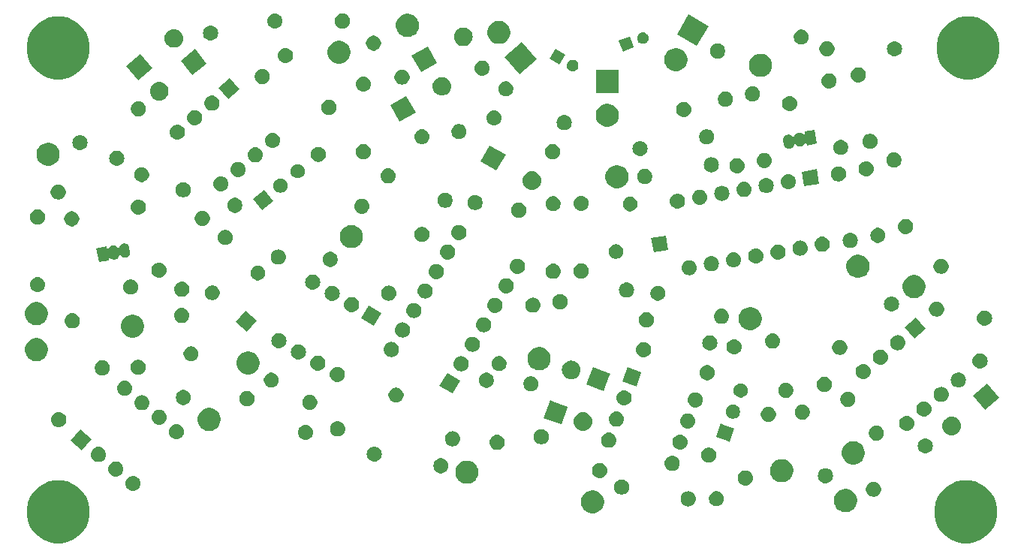
<source format=gbr>
G04 #@! TF.GenerationSoftware,KiCad,Pcbnew,(5.1.2-1)-1*
G04 #@! TF.CreationDate,2021-05-31T13:25:46-04:00*
G04 #@! TF.ProjectId,Smooth and Stepped Generator - CGS,536d6f6f-7468-4206-916e-642053746570,rev?*
G04 #@! TF.SameCoordinates,Original*
G04 #@! TF.FileFunction,Soldermask,Top*
G04 #@! TF.FilePolarity,Negative*
%FSLAX46Y46*%
G04 Gerber Fmt 4.6, Leading zero omitted, Abs format (unit mm)*
G04 Created by KiCad (PCBNEW (5.1.2-1)-1) date 2021-05-31 13:25:46*
%MOMM*%
%LPD*%
G04 APERTURE LIST*
%ADD10C,0.100000*%
G04 APERTURE END LIST*
D10*
G36*
X121126987Y-66562462D02*
G01*
X121286383Y-66628486D01*
X121773229Y-66830144D01*
X122354831Y-67218758D01*
X122849442Y-67713369D01*
X123238056Y-68294971D01*
X123425052Y-68746421D01*
X123505738Y-68941213D01*
X123642200Y-69627256D01*
X123642200Y-70326744D01*
X123505738Y-71012787D01*
X123505737Y-71012789D01*
X123238056Y-71659029D01*
X122849442Y-72240631D01*
X122354831Y-72735242D01*
X121773229Y-73123856D01*
X121316268Y-73313135D01*
X121126987Y-73391538D01*
X120440944Y-73528000D01*
X119741456Y-73528000D01*
X119055413Y-73391538D01*
X118866132Y-73313135D01*
X118409171Y-73123856D01*
X117827569Y-72735242D01*
X117332958Y-72240631D01*
X116944344Y-71659029D01*
X116676663Y-71012789D01*
X116676662Y-71012787D01*
X116540200Y-70326744D01*
X116540200Y-69627256D01*
X116676662Y-68941213D01*
X116757348Y-68746421D01*
X116944344Y-68294971D01*
X117332958Y-67713369D01*
X117827569Y-67218758D01*
X118409171Y-66830144D01*
X118896017Y-66628486D01*
X119055413Y-66562462D01*
X119741456Y-66426000D01*
X120440944Y-66426000D01*
X121126987Y-66562462D01*
X121126987Y-66562462D01*
G37*
G36*
X18764987Y-66562462D02*
G01*
X18924383Y-66628486D01*
X19411229Y-66830144D01*
X19992831Y-67218758D01*
X20487442Y-67713369D01*
X20876056Y-68294971D01*
X21063052Y-68746421D01*
X21143738Y-68941213D01*
X21280200Y-69627256D01*
X21280200Y-70326744D01*
X21143738Y-71012787D01*
X21143737Y-71012789D01*
X20876056Y-71659029D01*
X20487442Y-72240631D01*
X19992831Y-72735242D01*
X19411229Y-73123856D01*
X18954268Y-73313135D01*
X18764987Y-73391538D01*
X18078944Y-73528000D01*
X17379456Y-73528000D01*
X16693413Y-73391538D01*
X16504132Y-73313135D01*
X16047171Y-73123856D01*
X15465569Y-72735242D01*
X14970958Y-72240631D01*
X14582344Y-71659029D01*
X14314663Y-71012789D01*
X14314662Y-71012787D01*
X14178200Y-70326744D01*
X14178200Y-69627256D01*
X14314662Y-68941213D01*
X14395348Y-68746421D01*
X14582344Y-68294971D01*
X14970958Y-67713369D01*
X15465569Y-67218758D01*
X16047171Y-66830144D01*
X16534017Y-66628486D01*
X16693413Y-66562462D01*
X17379456Y-66426000D01*
X18078944Y-66426000D01*
X18764987Y-66562462D01*
X18764987Y-66562462D01*
G37*
G36*
X78362032Y-67605879D02*
G01*
X78553599Y-67685229D01*
X78598742Y-67703928D01*
X78811774Y-67846271D01*
X78992943Y-68027440D01*
X79135286Y-68240472D01*
X79135287Y-68240474D01*
X79233335Y-68477182D01*
X79283319Y-68728468D01*
X79283319Y-68984682D01*
X79233335Y-69235968D01*
X79135287Y-69472676D01*
X79135286Y-69472678D01*
X78992943Y-69685710D01*
X78811774Y-69866879D01*
X78598742Y-70009222D01*
X78598741Y-70009223D01*
X78598740Y-70009223D01*
X78362032Y-70107271D01*
X78110746Y-70157255D01*
X77854532Y-70157255D01*
X77603246Y-70107271D01*
X77366538Y-70009223D01*
X77366537Y-70009223D01*
X77366536Y-70009222D01*
X77153504Y-69866879D01*
X76972335Y-69685710D01*
X76829992Y-69472678D01*
X76829991Y-69472676D01*
X76731943Y-69235968D01*
X76681959Y-68984682D01*
X76681959Y-68728468D01*
X76731943Y-68477182D01*
X76829991Y-68240474D01*
X76829992Y-68240472D01*
X76972335Y-68027440D01*
X77153504Y-67846271D01*
X77366536Y-67703928D01*
X77411679Y-67685229D01*
X77603246Y-67605879D01*
X77854532Y-67555895D01*
X78110746Y-67555895D01*
X78362032Y-67605879D01*
X78362032Y-67605879D01*
G37*
G36*
X106899099Y-67453654D02*
G01*
X107135807Y-67551702D01*
X107135809Y-67551703D01*
X107348841Y-67694046D01*
X107530010Y-67875215D01*
X107672353Y-68088247D01*
X107672354Y-68088249D01*
X107770402Y-68324957D01*
X107820386Y-68576243D01*
X107820386Y-68832457D01*
X107770402Y-69083743D01*
X107673995Y-69316490D01*
X107672353Y-69320453D01*
X107530010Y-69533485D01*
X107348841Y-69714654D01*
X107135809Y-69856997D01*
X107135808Y-69856998D01*
X107135807Y-69856998D01*
X106899099Y-69955046D01*
X106647813Y-70005030D01*
X106391599Y-70005030D01*
X106140313Y-69955046D01*
X105903605Y-69856998D01*
X105903604Y-69856998D01*
X105903603Y-69856997D01*
X105690571Y-69714654D01*
X105509402Y-69533485D01*
X105367059Y-69320453D01*
X105365417Y-69316490D01*
X105269010Y-69083743D01*
X105219026Y-68832457D01*
X105219026Y-68576243D01*
X105269010Y-68324957D01*
X105367058Y-68088249D01*
X105367059Y-68088247D01*
X105509402Y-67875215D01*
X105690571Y-67694046D01*
X105903603Y-67551703D01*
X105903605Y-67551702D01*
X106140313Y-67453654D01*
X106391599Y-67403670D01*
X106647813Y-67403670D01*
X106899099Y-67453654D01*
X106899099Y-67453654D01*
G37*
G36*
X88937503Y-67671103D02*
G01*
X89097922Y-67719766D01*
X89230586Y-67790676D01*
X89245758Y-67798786D01*
X89375339Y-67905131D01*
X89481684Y-68034712D01*
X89481685Y-68034714D01*
X89560704Y-68182548D01*
X89609367Y-68342967D01*
X89625797Y-68509790D01*
X89609367Y-68676613D01*
X89560704Y-68837032D01*
X89505019Y-68941211D01*
X89481684Y-68984868D01*
X89375339Y-69114449D01*
X89245758Y-69220794D01*
X89245756Y-69220795D01*
X89097922Y-69299814D01*
X88937503Y-69348477D01*
X88812484Y-69360790D01*
X88728876Y-69360790D01*
X88603857Y-69348477D01*
X88443438Y-69299814D01*
X88295604Y-69220795D01*
X88295602Y-69220794D01*
X88166021Y-69114449D01*
X88059676Y-68984868D01*
X88036341Y-68941211D01*
X87980656Y-68837032D01*
X87931993Y-68676613D01*
X87915563Y-68509790D01*
X87931993Y-68342967D01*
X87980656Y-68182548D01*
X88059675Y-68034714D01*
X88059676Y-68034712D01*
X88166021Y-67905131D01*
X88295602Y-67798786D01*
X88310774Y-67790676D01*
X88443438Y-67719766D01*
X88603857Y-67671103D01*
X88728876Y-67658790D01*
X88812484Y-67658790D01*
X88937503Y-67671103D01*
X88937503Y-67671103D01*
G37*
G36*
X92212219Y-67679896D02*
G01*
X92367091Y-67744046D01*
X92506472Y-67837178D01*
X92625006Y-67955712D01*
X92718138Y-68095093D01*
X92782288Y-68249965D01*
X92814991Y-68414377D01*
X92814991Y-68582009D01*
X92782288Y-68746421D01*
X92718138Y-68901293D01*
X92625006Y-69040674D01*
X92506472Y-69159208D01*
X92367091Y-69252340D01*
X92212219Y-69316490D01*
X92047807Y-69349193D01*
X91880175Y-69349193D01*
X91715763Y-69316490D01*
X91560891Y-69252340D01*
X91421510Y-69159208D01*
X91302976Y-69040674D01*
X91209844Y-68901293D01*
X91145694Y-68746421D01*
X91112991Y-68582009D01*
X91112991Y-68414377D01*
X91145694Y-68249965D01*
X91209844Y-68095093D01*
X91302976Y-67955712D01*
X91421510Y-67837178D01*
X91560891Y-67744046D01*
X91715763Y-67679896D01*
X91880175Y-67647193D01*
X92047807Y-67647193D01*
X92212219Y-67679896D01*
X92212219Y-67679896D01*
G37*
G36*
X109925428Y-66618703D02*
G01*
X110080300Y-66682853D01*
X110219681Y-66775985D01*
X110338215Y-66894519D01*
X110431347Y-67033900D01*
X110495497Y-67188772D01*
X110528200Y-67353184D01*
X110528200Y-67520816D01*
X110495497Y-67685228D01*
X110431347Y-67840100D01*
X110338215Y-67979481D01*
X110219681Y-68098015D01*
X110080300Y-68191147D01*
X109925428Y-68255297D01*
X109761016Y-68288000D01*
X109593384Y-68288000D01*
X109428972Y-68255297D01*
X109274100Y-68191147D01*
X109134719Y-68098015D01*
X109016185Y-67979481D01*
X108923053Y-67840100D01*
X108858903Y-67685228D01*
X108826200Y-67520816D01*
X108826200Y-67353184D01*
X108858903Y-67188772D01*
X108923053Y-67033900D01*
X109016185Y-66894519D01*
X109134719Y-66775985D01*
X109274100Y-66682853D01*
X109428972Y-66618703D01*
X109593384Y-66586000D01*
X109761016Y-66586000D01*
X109925428Y-66618703D01*
X109925428Y-66618703D01*
G37*
G36*
X81514673Y-66368294D02*
G01*
X81669545Y-66432444D01*
X81808926Y-66525576D01*
X81927460Y-66644110D01*
X82020592Y-66783491D01*
X82084742Y-66938363D01*
X82117445Y-67102775D01*
X82117445Y-67270407D01*
X82084742Y-67434819D01*
X82020592Y-67589691D01*
X81927460Y-67729072D01*
X81808926Y-67847606D01*
X81669545Y-67940738D01*
X81514673Y-68004888D01*
X81350261Y-68037591D01*
X81182629Y-68037591D01*
X81018217Y-68004888D01*
X80863345Y-67940738D01*
X80723964Y-67847606D01*
X80605430Y-67729072D01*
X80512298Y-67589691D01*
X80448148Y-67434819D01*
X80415445Y-67270407D01*
X80415445Y-67102775D01*
X80448148Y-66938363D01*
X80512298Y-66783491D01*
X80605430Y-66644110D01*
X80723964Y-66525576D01*
X80863345Y-66432444D01*
X81018217Y-66368294D01*
X81182629Y-66335591D01*
X81350261Y-66335591D01*
X81514673Y-66368294D01*
X81514673Y-66368294D01*
G37*
G36*
X26326317Y-65934284D02*
G01*
X26456874Y-65973888D01*
X26473646Y-65978976D01*
X26486736Y-65982947D01*
X26571065Y-66028022D01*
X26634572Y-66061967D01*
X26764153Y-66168312D01*
X26870498Y-66297893D01*
X26870499Y-66297895D01*
X26949518Y-66445729D01*
X26998181Y-66606148D01*
X27014611Y-66772971D01*
X26998181Y-66939794D01*
X26949518Y-67100213D01*
X26902183Y-67188771D01*
X26870498Y-67248049D01*
X26764153Y-67377630D01*
X26634572Y-67483975D01*
X26634570Y-67483976D01*
X26486736Y-67562995D01*
X26326317Y-67611658D01*
X26201298Y-67623971D01*
X26117690Y-67623971D01*
X25992671Y-67611658D01*
X25832252Y-67562995D01*
X25684418Y-67483976D01*
X25684416Y-67483975D01*
X25554835Y-67377630D01*
X25448490Y-67248049D01*
X25416805Y-67188771D01*
X25369470Y-67100213D01*
X25320807Y-66939794D01*
X25304377Y-66772971D01*
X25320807Y-66606148D01*
X25369470Y-66445729D01*
X25448489Y-66297895D01*
X25448490Y-66297893D01*
X25554835Y-66168312D01*
X25684416Y-66061967D01*
X25747923Y-66028022D01*
X25832252Y-65982947D01*
X25845343Y-65978976D01*
X25862114Y-65973888D01*
X25992671Y-65934284D01*
X26117690Y-65921971D01*
X26201298Y-65921971D01*
X26326317Y-65934284D01*
X26326317Y-65934284D01*
G37*
G36*
X95378434Y-65314723D02*
G01*
X95538853Y-65363386D01*
X95671517Y-65434296D01*
X95686689Y-65442406D01*
X95816270Y-65548751D01*
X95922615Y-65678332D01*
X95922616Y-65678334D01*
X96001635Y-65826168D01*
X96050298Y-65986587D01*
X96066728Y-66153410D01*
X96050298Y-66320233D01*
X96001635Y-66480652D01*
X95957906Y-66562463D01*
X95922615Y-66628488D01*
X95816270Y-66758069D01*
X95686689Y-66864414D01*
X95686687Y-66864415D01*
X95538853Y-66943434D01*
X95378434Y-66992097D01*
X95253415Y-67004410D01*
X95169807Y-67004410D01*
X95044788Y-66992097D01*
X94884369Y-66943434D01*
X94736535Y-66864415D01*
X94736533Y-66864414D01*
X94606952Y-66758069D01*
X94500607Y-66628488D01*
X94465316Y-66562463D01*
X94421587Y-66480652D01*
X94372924Y-66320233D01*
X94356494Y-66153410D01*
X94372924Y-65986587D01*
X94421587Y-65826168D01*
X94500606Y-65678334D01*
X94500607Y-65678332D01*
X94606952Y-65548751D01*
X94736533Y-65442406D01*
X94751705Y-65434296D01*
X94884369Y-65363386D01*
X95044788Y-65314723D01*
X95169807Y-65302410D01*
X95253415Y-65302410D01*
X95378434Y-65314723D01*
X95378434Y-65314723D01*
G37*
G36*
X64194659Y-64258261D02*
G01*
X64431367Y-64356309D01*
X64431369Y-64356310D01*
X64644401Y-64498653D01*
X64825570Y-64679822D01*
X64952528Y-64869829D01*
X64967914Y-64892856D01*
X65065962Y-65129564D01*
X65115946Y-65380850D01*
X65115946Y-65637064D01*
X65065962Y-65888350D01*
X64994047Y-66061967D01*
X64967913Y-66125060D01*
X64825570Y-66338092D01*
X64644401Y-66519261D01*
X64431369Y-66661604D01*
X64431368Y-66661605D01*
X64431367Y-66661605D01*
X64194659Y-66759653D01*
X63943373Y-66809637D01*
X63687159Y-66809637D01*
X63435873Y-66759653D01*
X63199165Y-66661605D01*
X63199164Y-66661605D01*
X63199163Y-66661604D01*
X62986131Y-66519261D01*
X62804962Y-66338092D01*
X62662619Y-66125060D01*
X62636485Y-66061967D01*
X62564570Y-65888350D01*
X62514586Y-65637064D01*
X62514586Y-65380850D01*
X62564570Y-65129564D01*
X62662618Y-64892856D01*
X62678004Y-64869829D01*
X62804962Y-64679822D01*
X62986131Y-64498653D01*
X63199163Y-64356310D01*
X63199165Y-64356309D01*
X63435873Y-64258261D01*
X63687159Y-64208277D01*
X63943373Y-64208277D01*
X64194659Y-64258261D01*
X64194659Y-64258261D01*
G37*
G36*
X104413198Y-65061815D02*
G01*
X104573617Y-65110478D01*
X104609322Y-65129563D01*
X104721453Y-65189498D01*
X104851034Y-65295843D01*
X104957379Y-65425424D01*
X104957380Y-65425426D01*
X105036399Y-65573260D01*
X105085062Y-65733679D01*
X105101492Y-65900502D01*
X105085062Y-66067325D01*
X105036399Y-66227744D01*
X104977417Y-66338091D01*
X104957379Y-66375580D01*
X104851034Y-66505161D01*
X104721453Y-66611506D01*
X104721451Y-66611507D01*
X104573617Y-66690526D01*
X104413198Y-66739189D01*
X104288179Y-66751502D01*
X104204571Y-66751502D01*
X104079552Y-66739189D01*
X103919133Y-66690526D01*
X103771299Y-66611507D01*
X103771297Y-66611506D01*
X103641716Y-66505161D01*
X103535371Y-66375580D01*
X103515333Y-66338091D01*
X103456351Y-66227744D01*
X103407688Y-66067325D01*
X103391258Y-65900502D01*
X103407688Y-65733679D01*
X103456351Y-65573260D01*
X103535370Y-65425426D01*
X103535371Y-65425424D01*
X103641716Y-65295843D01*
X103771297Y-65189498D01*
X103883428Y-65129563D01*
X103919133Y-65110478D01*
X104079552Y-65061815D01*
X104204571Y-65049502D01*
X104288179Y-65049502D01*
X104413198Y-65061815D01*
X104413198Y-65061815D01*
G37*
G36*
X99693393Y-64078104D02*
G01*
X99930101Y-64176152D01*
X99930103Y-64176153D01*
X100143135Y-64318496D01*
X100324304Y-64499665D01*
X100466421Y-64712359D01*
X100466648Y-64712699D01*
X100564696Y-64949407D01*
X100614680Y-65200693D01*
X100614680Y-65456907D01*
X100564696Y-65708193D01*
X100476268Y-65921677D01*
X100466647Y-65944903D01*
X100324304Y-66157935D01*
X100143135Y-66339104D01*
X99930103Y-66481447D01*
X99930102Y-66481448D01*
X99930101Y-66481448D01*
X99693393Y-66579496D01*
X99442107Y-66629480D01*
X99185893Y-66629480D01*
X98934607Y-66579496D01*
X98697899Y-66481448D01*
X98697898Y-66481448D01*
X98697897Y-66481447D01*
X98484865Y-66339104D01*
X98303696Y-66157935D01*
X98161353Y-65944903D01*
X98151732Y-65921677D01*
X98063304Y-65708193D01*
X98013320Y-65456907D01*
X98013320Y-65200693D01*
X98063304Y-64949407D01*
X98161352Y-64712699D01*
X98161579Y-64712359D01*
X98303696Y-64499665D01*
X98484865Y-64318496D01*
X98697897Y-64176153D01*
X98697899Y-64176152D01*
X98934607Y-64078104D01*
X99185893Y-64028120D01*
X99442107Y-64028120D01*
X99693393Y-64078104D01*
X99693393Y-64078104D01*
G37*
G36*
X78963170Y-64478331D02*
G01*
X79123589Y-64526994D01*
X79203527Y-64569722D01*
X79271425Y-64606014D01*
X79401006Y-64712359D01*
X79507351Y-64841940D01*
X79507352Y-64841942D01*
X79586371Y-64989776D01*
X79635034Y-65150195D01*
X79651464Y-65317018D01*
X79635034Y-65483841D01*
X79586371Y-65644260D01*
X79515461Y-65776924D01*
X79507351Y-65792096D01*
X79401006Y-65921677D01*
X79271425Y-66028022D01*
X79271423Y-66028023D01*
X79123589Y-66107042D01*
X78963170Y-66155705D01*
X78838151Y-66168018D01*
X78754543Y-66168018D01*
X78629524Y-66155705D01*
X78469105Y-66107042D01*
X78321271Y-66028023D01*
X78321269Y-66028022D01*
X78191688Y-65921677D01*
X78085343Y-65792096D01*
X78077233Y-65776924D01*
X78006323Y-65644260D01*
X77957660Y-65483841D01*
X77941230Y-65317018D01*
X77957660Y-65150195D01*
X78006323Y-64989776D01*
X78085342Y-64841942D01*
X78085343Y-64841940D01*
X78191688Y-64712359D01*
X78321269Y-64606014D01*
X78389167Y-64569722D01*
X78469105Y-64526994D01*
X78629524Y-64478331D01*
X78754543Y-64466018D01*
X78838151Y-64466018D01*
X78963170Y-64478331D01*
X78963170Y-64478331D01*
G37*
G36*
X24380564Y-64301603D02*
G01*
X24540983Y-64350266D01*
X24673647Y-64421176D01*
X24688819Y-64429286D01*
X24818400Y-64535631D01*
X24924745Y-64665212D01*
X24924746Y-64665214D01*
X25003765Y-64813048D01*
X25052428Y-64973467D01*
X25068858Y-65140290D01*
X25052428Y-65307113D01*
X25003765Y-65467532D01*
X24932855Y-65600196D01*
X24924745Y-65615368D01*
X24818400Y-65744949D01*
X24688819Y-65851294D01*
X24688817Y-65851295D01*
X24540983Y-65930314D01*
X24540980Y-65930315D01*
X24511121Y-65939373D01*
X24380564Y-65978977D01*
X24255545Y-65991290D01*
X24171937Y-65991290D01*
X24046918Y-65978977D01*
X23916361Y-65939373D01*
X23886502Y-65930315D01*
X23886499Y-65930314D01*
X23738665Y-65851295D01*
X23738663Y-65851294D01*
X23609082Y-65744949D01*
X23502737Y-65615368D01*
X23494627Y-65600196D01*
X23423717Y-65467532D01*
X23375054Y-65307113D01*
X23358624Y-65140290D01*
X23375054Y-64973467D01*
X23423717Y-64813048D01*
X23502736Y-64665214D01*
X23502737Y-64665212D01*
X23609082Y-64535631D01*
X23738663Y-64429286D01*
X23753835Y-64421176D01*
X23886499Y-64350266D01*
X24046918Y-64301603D01*
X24171937Y-64289290D01*
X24255545Y-64289290D01*
X24380564Y-64301603D01*
X24380564Y-64301603D01*
G37*
G36*
X61127174Y-63967716D02*
G01*
X61282046Y-64031866D01*
X61421427Y-64124998D01*
X61539961Y-64243532D01*
X61633093Y-64382913D01*
X61697243Y-64537785D01*
X61729946Y-64702197D01*
X61729946Y-64869829D01*
X61697243Y-65034241D01*
X61633093Y-65189113D01*
X61539961Y-65328494D01*
X61421427Y-65447028D01*
X61282046Y-65540160D01*
X61127174Y-65604310D01*
X60962762Y-65637013D01*
X60795130Y-65637013D01*
X60630718Y-65604310D01*
X60475846Y-65540160D01*
X60336465Y-65447028D01*
X60217931Y-65328494D01*
X60124799Y-65189113D01*
X60060649Y-65034241D01*
X60027946Y-64869829D01*
X60027946Y-64702197D01*
X60060649Y-64537785D01*
X60124799Y-64382913D01*
X60217931Y-64243532D01*
X60336465Y-64124998D01*
X60475846Y-64031866D01*
X60630718Y-63967716D01*
X60795130Y-63935013D01*
X60962762Y-63935013D01*
X61127174Y-63967716D01*
X61127174Y-63967716D01*
G37*
G36*
X87139168Y-63667381D02*
G01*
X87299587Y-63716044D01*
X87432251Y-63786954D01*
X87447423Y-63795064D01*
X87577004Y-63901409D01*
X87683349Y-64030990D01*
X87683350Y-64030992D01*
X87762369Y-64178826D01*
X87811032Y-64339245D01*
X87827462Y-64506068D01*
X87811032Y-64672891D01*
X87762369Y-64833310D01*
X87742849Y-64869829D01*
X87683349Y-64981146D01*
X87577004Y-65110727D01*
X87447423Y-65217072D01*
X87447421Y-65217073D01*
X87299587Y-65296092D01*
X87139168Y-65344755D01*
X87014149Y-65357068D01*
X86930541Y-65357068D01*
X86805522Y-65344755D01*
X86645103Y-65296092D01*
X86497269Y-65217073D01*
X86497267Y-65217072D01*
X86367686Y-65110727D01*
X86261341Y-64981146D01*
X86201841Y-64869829D01*
X86182321Y-64833310D01*
X86133658Y-64672891D01*
X86117228Y-64506068D01*
X86133658Y-64339245D01*
X86182321Y-64178826D01*
X86261340Y-64030992D01*
X86261341Y-64030990D01*
X86367686Y-63901409D01*
X86497267Y-63795064D01*
X86512439Y-63786954D01*
X86645103Y-63716044D01*
X86805522Y-63667381D01*
X86930541Y-63655068D01*
X87014149Y-63655068D01*
X87139168Y-63667381D01*
X87139168Y-63667381D01*
G37*
G36*
X107784924Y-62068331D02*
G01*
X108021632Y-62166379D01*
X108021634Y-62166380D01*
X108234666Y-62308723D01*
X108415835Y-62489892D01*
X108558178Y-62702924D01*
X108558179Y-62702926D01*
X108656227Y-62939634D01*
X108706211Y-63190920D01*
X108706211Y-63447134D01*
X108656227Y-63698420D01*
X108558179Y-63935128D01*
X108558178Y-63935130D01*
X108415835Y-64148162D01*
X108234666Y-64329331D01*
X108021634Y-64471674D01*
X108021633Y-64471675D01*
X108021632Y-64471675D01*
X107784924Y-64569723D01*
X107533638Y-64619707D01*
X107277424Y-64619707D01*
X107026138Y-64569723D01*
X106789430Y-64471675D01*
X106789429Y-64471675D01*
X106789428Y-64471674D01*
X106576396Y-64329331D01*
X106395227Y-64148162D01*
X106252884Y-63935130D01*
X106252883Y-63935128D01*
X106154835Y-63698420D01*
X106104851Y-63447134D01*
X106104851Y-63190920D01*
X106154835Y-62939634D01*
X106252883Y-62702926D01*
X106252884Y-62702924D01*
X106395227Y-62489892D01*
X106576396Y-62308723D01*
X106789428Y-62166380D01*
X106789430Y-62166379D01*
X107026138Y-62068331D01*
X107277424Y-62018347D01*
X107533638Y-62018347D01*
X107784924Y-62068331D01*
X107784924Y-62068331D01*
G37*
G36*
X91343978Y-62755857D02*
G01*
X91498850Y-62820007D01*
X91638231Y-62913139D01*
X91756765Y-63031673D01*
X91849897Y-63171054D01*
X91914047Y-63325926D01*
X91946750Y-63490338D01*
X91946750Y-63657970D01*
X91914047Y-63822382D01*
X91849897Y-63977254D01*
X91756765Y-64116635D01*
X91638231Y-64235169D01*
X91498850Y-64328301D01*
X91343978Y-64392451D01*
X91179566Y-64425154D01*
X91011934Y-64425154D01*
X90847522Y-64392451D01*
X90692650Y-64328301D01*
X90553269Y-64235169D01*
X90434735Y-64116635D01*
X90341603Y-63977254D01*
X90277453Y-63822382D01*
X90244750Y-63657970D01*
X90244750Y-63490338D01*
X90277453Y-63325926D01*
X90341603Y-63171054D01*
X90434735Y-63031673D01*
X90553269Y-62913139D01*
X90692650Y-62820007D01*
X90847522Y-62755857D01*
X91011934Y-62723154D01*
X91179566Y-62723154D01*
X91343978Y-62755857D01*
X91343978Y-62755857D01*
G37*
G36*
X22434811Y-62668923D02*
G01*
X22595230Y-62717586D01*
X22727894Y-62788496D01*
X22743066Y-62796606D01*
X22872647Y-62902951D01*
X22978992Y-63032532D01*
X22978993Y-63032534D01*
X23058012Y-63180368D01*
X23106675Y-63340787D01*
X23123105Y-63507610D01*
X23106675Y-63674433D01*
X23094052Y-63716044D01*
X23061795Y-63822383D01*
X23058012Y-63834852D01*
X23004475Y-63935013D01*
X22978992Y-63982688D01*
X22872647Y-64112269D01*
X22743066Y-64218614D01*
X22743064Y-64218615D01*
X22595230Y-64297634D01*
X22434811Y-64346297D01*
X22309792Y-64358610D01*
X22226184Y-64358610D01*
X22101165Y-64346297D01*
X21940746Y-64297634D01*
X21792912Y-64218615D01*
X21792910Y-64218614D01*
X21663329Y-64112269D01*
X21556984Y-63982688D01*
X21531501Y-63935013D01*
X21477964Y-63834852D01*
X21474182Y-63822383D01*
X21441924Y-63716044D01*
X21429301Y-63674433D01*
X21412871Y-63507610D01*
X21429301Y-63340787D01*
X21477964Y-63180368D01*
X21556983Y-63032534D01*
X21556984Y-63032532D01*
X21663329Y-62902951D01*
X21792910Y-62796606D01*
X21808082Y-62788496D01*
X21940746Y-62717586D01*
X22101165Y-62668923D01*
X22226184Y-62656610D01*
X22309792Y-62656610D01*
X22434811Y-62668923D01*
X22434811Y-62668923D01*
G37*
G36*
X53541534Y-62624127D02*
G01*
X53701953Y-62672790D01*
X53763678Y-62705783D01*
X53849789Y-62751810D01*
X53979370Y-62858155D01*
X54085715Y-62987736D01*
X54085716Y-62987738D01*
X54164735Y-63135572D01*
X54164736Y-63135575D01*
X54173794Y-63165434D01*
X54213398Y-63295991D01*
X54229828Y-63462814D01*
X54213398Y-63629637D01*
X54164735Y-63790056D01*
X54093825Y-63922720D01*
X54085715Y-63937892D01*
X53979370Y-64067473D01*
X53849789Y-64173818D01*
X53849787Y-64173819D01*
X53701953Y-64252838D01*
X53541534Y-64301501D01*
X53416515Y-64313814D01*
X53332907Y-64313814D01*
X53207888Y-64301501D01*
X53047469Y-64252838D01*
X52899635Y-64173819D01*
X52899633Y-64173818D01*
X52770052Y-64067473D01*
X52663707Y-63937892D01*
X52655597Y-63922720D01*
X52584687Y-63790056D01*
X52536024Y-63629637D01*
X52519594Y-63462814D01*
X52536024Y-63295991D01*
X52575628Y-63165434D01*
X52584686Y-63135575D01*
X52584687Y-63135572D01*
X52663706Y-62987738D01*
X52663707Y-62987736D01*
X52770052Y-62858155D01*
X52899633Y-62751810D01*
X52985744Y-62705783D01*
X53047469Y-62672790D01*
X53207888Y-62624127D01*
X53332907Y-62611814D01*
X53416515Y-62611814D01*
X53541534Y-62624127D01*
X53541534Y-62624127D01*
G37*
G36*
X115681282Y-61700271D02*
G01*
X115841701Y-61748934D01*
X115922290Y-61792010D01*
X115989537Y-61827954D01*
X116119118Y-61934299D01*
X116225463Y-62063880D01*
X116225464Y-62063882D01*
X116304483Y-62211716D01*
X116353146Y-62372135D01*
X116369576Y-62538958D01*
X116353146Y-62705781D01*
X116325594Y-62796606D01*
X116306924Y-62858155D01*
X116304483Y-62866200D01*
X116233573Y-62998864D01*
X116225463Y-63014036D01*
X116119118Y-63143617D01*
X115989537Y-63249962D01*
X115989535Y-63249963D01*
X115841701Y-63328982D01*
X115681282Y-63377645D01*
X115556263Y-63389958D01*
X115472655Y-63389958D01*
X115347636Y-63377645D01*
X115187217Y-63328982D01*
X115039383Y-63249963D01*
X115039381Y-63249962D01*
X114909800Y-63143617D01*
X114803455Y-63014036D01*
X114795345Y-62998864D01*
X114724435Y-62866200D01*
X114721995Y-62858155D01*
X114703324Y-62796606D01*
X114675772Y-62705781D01*
X114659342Y-62538958D01*
X114675772Y-62372135D01*
X114724435Y-62211716D01*
X114803454Y-62063882D01*
X114803455Y-62063880D01*
X114909800Y-61934299D01*
X115039381Y-61827954D01*
X115106628Y-61792010D01*
X115187217Y-61748934D01*
X115347636Y-61700271D01*
X115472655Y-61687958D01*
X115556263Y-61687958D01*
X115681282Y-61700271D01*
X115681282Y-61700271D01*
G37*
G36*
X21521151Y-61770037D02*
G01*
X20427127Y-63073845D01*
X19123319Y-61979821D01*
X20217343Y-60676013D01*
X21521151Y-61770037D01*
X21521151Y-61770037D01*
G37*
G36*
X67400623Y-61310227D02*
G01*
X67561042Y-61358890D01*
X67655307Y-61409276D01*
X67708878Y-61437910D01*
X67838459Y-61544255D01*
X67944804Y-61673836D01*
X67944805Y-61673838D01*
X68023824Y-61821672D01*
X68072487Y-61982091D01*
X68088917Y-62148914D01*
X68072487Y-62315737D01*
X68023824Y-62476156D01*
X67970882Y-62575204D01*
X67944804Y-62623992D01*
X67838459Y-62753573D01*
X67708878Y-62859918D01*
X67708876Y-62859919D01*
X67561042Y-62938938D01*
X67400623Y-62987601D01*
X67275604Y-62999914D01*
X67191996Y-62999914D01*
X67066977Y-62987601D01*
X66906558Y-62938938D01*
X66758724Y-62859919D01*
X66758722Y-62859918D01*
X66629141Y-62753573D01*
X66522796Y-62623992D01*
X66496718Y-62575204D01*
X66443776Y-62476156D01*
X66395113Y-62315737D01*
X66378683Y-62148914D01*
X66395113Y-61982091D01*
X66443776Y-61821672D01*
X66522795Y-61673838D01*
X66522796Y-61673836D01*
X66629141Y-61544255D01*
X66758722Y-61437910D01*
X66812293Y-61409276D01*
X66906558Y-61358890D01*
X67066977Y-61310227D01*
X67191996Y-61297914D01*
X67275604Y-61297914D01*
X67400623Y-61310227D01*
X67400623Y-61310227D01*
G37*
G36*
X88007899Y-61280562D02*
G01*
X88168318Y-61329225D01*
X88223815Y-61358889D01*
X88316154Y-61408245D01*
X88445735Y-61514590D01*
X88552080Y-61644171D01*
X88552081Y-61644173D01*
X88631100Y-61792007D01*
X88679763Y-61952426D01*
X88696193Y-62119249D01*
X88679763Y-62286072D01*
X88631100Y-62446491D01*
X88607901Y-62489893D01*
X88552080Y-62594327D01*
X88445735Y-62723908D01*
X88316154Y-62830253D01*
X88316152Y-62830254D01*
X88168318Y-62909273D01*
X88007899Y-62957936D01*
X87882880Y-62970249D01*
X87799272Y-62970249D01*
X87674253Y-62957936D01*
X87513834Y-62909273D01*
X87366000Y-62830254D01*
X87365998Y-62830253D01*
X87236417Y-62723908D01*
X87130072Y-62594327D01*
X87074251Y-62489893D01*
X87051052Y-62446491D01*
X87002389Y-62286072D01*
X86985959Y-62119249D01*
X87002389Y-61952426D01*
X87051052Y-61792007D01*
X87130071Y-61644173D01*
X87130072Y-61644171D01*
X87236417Y-61514590D01*
X87365998Y-61408245D01*
X87458337Y-61358889D01*
X87513834Y-61329225D01*
X87674253Y-61280562D01*
X87799272Y-61268249D01*
X87882880Y-61268249D01*
X88007899Y-61280562D01*
X88007899Y-61280562D01*
G37*
G36*
X79978711Y-61061188D02*
G01*
X80139130Y-61109851D01*
X80245045Y-61166464D01*
X80286966Y-61188871D01*
X80416547Y-61295216D01*
X80522892Y-61424797D01*
X80522893Y-61424799D01*
X80601912Y-61572633D01*
X80650575Y-61733052D01*
X80667005Y-61899875D01*
X80650575Y-62066698D01*
X80601912Y-62227117D01*
X80549425Y-62325313D01*
X80522892Y-62374953D01*
X80416547Y-62504534D01*
X80286966Y-62610879D01*
X80286964Y-62610880D01*
X80139130Y-62689899D01*
X79978711Y-62738562D01*
X79853692Y-62750875D01*
X79770084Y-62750875D01*
X79645065Y-62738562D01*
X79484646Y-62689899D01*
X79336812Y-62610880D01*
X79336810Y-62610879D01*
X79207229Y-62504534D01*
X79100884Y-62374953D01*
X79074351Y-62325313D01*
X79021864Y-62227117D01*
X78973201Y-62066698D01*
X78956771Y-61899875D01*
X78973201Y-61733052D01*
X79021864Y-61572633D01*
X79100883Y-61424799D01*
X79100884Y-61424797D01*
X79207229Y-61295216D01*
X79336810Y-61188871D01*
X79378731Y-61166464D01*
X79484646Y-61109851D01*
X79645065Y-61061188D01*
X79770084Y-61048875D01*
X79853692Y-61048875D01*
X79978711Y-61061188D01*
X79978711Y-61061188D01*
G37*
G36*
X62369295Y-60897831D02*
G01*
X62529714Y-60946494D01*
X62660673Y-61016493D01*
X62677550Y-61025514D01*
X62807131Y-61131859D01*
X62913476Y-61261440D01*
X62913477Y-61261442D01*
X62992496Y-61409276D01*
X63041159Y-61569695D01*
X63057589Y-61736518D01*
X63041159Y-61903341D01*
X62992496Y-62063760D01*
X62990052Y-62068332D01*
X62913476Y-62211596D01*
X62807131Y-62341177D01*
X62677550Y-62447522D01*
X62677548Y-62447523D01*
X62529714Y-62526542D01*
X62369295Y-62575205D01*
X62244276Y-62587518D01*
X62160668Y-62587518D01*
X62035649Y-62575205D01*
X61875230Y-62526542D01*
X61727396Y-62447523D01*
X61727394Y-62447522D01*
X61597813Y-62341177D01*
X61491468Y-62211596D01*
X61414892Y-62068332D01*
X61412448Y-62063760D01*
X61363785Y-61903341D01*
X61347355Y-61736518D01*
X61363785Y-61569695D01*
X61412448Y-61409276D01*
X61491467Y-61261442D01*
X61491468Y-61261440D01*
X61597813Y-61131859D01*
X61727394Y-61025514D01*
X61744271Y-61016493D01*
X61875230Y-60946494D01*
X62035649Y-60897831D01*
X62160668Y-60885518D01*
X62244276Y-60885518D01*
X62369295Y-60897831D01*
X62369295Y-60897831D01*
G37*
G36*
X72445461Y-60688721D02*
G01*
X72600333Y-60752871D01*
X72739714Y-60846003D01*
X72858248Y-60964537D01*
X72951380Y-61103918D01*
X73015530Y-61258790D01*
X73048233Y-61423202D01*
X73048233Y-61590834D01*
X73015530Y-61755246D01*
X72951380Y-61910118D01*
X72858248Y-62049499D01*
X72739714Y-62168033D01*
X72600333Y-62261165D01*
X72445461Y-62325315D01*
X72281049Y-62358018D01*
X72113417Y-62358018D01*
X71949005Y-62325315D01*
X71794133Y-62261165D01*
X71654752Y-62168033D01*
X71536218Y-62049499D01*
X71443086Y-61910118D01*
X71378936Y-61755246D01*
X71346233Y-61590834D01*
X71346233Y-61423202D01*
X71378936Y-61258790D01*
X71443086Y-61103918D01*
X71536218Y-60964537D01*
X71654752Y-60846003D01*
X71794133Y-60752871D01*
X71949005Y-60688721D01*
X72113417Y-60656018D01*
X72281049Y-60656018D01*
X72445461Y-60688721D01*
X72445461Y-60688721D01*
G37*
G36*
X92804232Y-60154031D02*
G01*
X93982892Y-60583028D01*
X93982892Y-60583029D01*
X93889893Y-60838542D01*
X93434976Y-62088416D01*
X93434975Y-62088416D01*
X92926486Y-61903341D01*
X91929588Y-61540500D01*
X91947397Y-61491571D01*
X92113529Y-61035126D01*
X92477504Y-60035112D01*
X92477505Y-60035112D01*
X92804232Y-60154031D01*
X92804232Y-60154031D01*
G37*
G36*
X110244740Y-60293480D02*
G01*
X110399612Y-60357630D01*
X110538993Y-60450762D01*
X110657527Y-60569296D01*
X110750659Y-60708677D01*
X110814809Y-60863549D01*
X110847512Y-61027961D01*
X110847512Y-61195593D01*
X110814809Y-61360005D01*
X110750659Y-61514877D01*
X110657527Y-61654258D01*
X110538993Y-61772792D01*
X110399612Y-61865924D01*
X110244740Y-61930074D01*
X110080328Y-61962777D01*
X109912696Y-61962777D01*
X109748284Y-61930074D01*
X109593412Y-61865924D01*
X109454031Y-61772792D01*
X109335497Y-61654258D01*
X109242365Y-61514877D01*
X109178215Y-61360005D01*
X109145512Y-61195593D01*
X109145512Y-61027961D01*
X109178215Y-60863549D01*
X109242365Y-60708677D01*
X109335497Y-60569296D01*
X109454031Y-60450762D01*
X109593412Y-60357630D01*
X109748284Y-60293480D01*
X109912696Y-60260777D01*
X110080328Y-60260777D01*
X110244740Y-60293480D01*
X110244740Y-60293480D01*
G37*
G36*
X45775827Y-60177806D02*
G01*
X45936246Y-60226469D01*
X46052038Y-60288361D01*
X46084082Y-60305489D01*
X46213663Y-60411834D01*
X46320008Y-60541415D01*
X46320009Y-60541417D01*
X46399028Y-60689251D01*
X46447691Y-60849670D01*
X46464121Y-61016493D01*
X46447691Y-61183316D01*
X46399028Y-61343735D01*
X46358357Y-61419825D01*
X46320008Y-61491571D01*
X46213663Y-61621152D01*
X46084082Y-61727497D01*
X46084080Y-61727498D01*
X45936246Y-61806517D01*
X45775827Y-61855180D01*
X45650808Y-61867493D01*
X45567200Y-61867493D01*
X45442181Y-61855180D01*
X45281762Y-61806517D01*
X45133928Y-61727498D01*
X45133926Y-61727497D01*
X45004345Y-61621152D01*
X44898000Y-61491571D01*
X44859651Y-61419825D01*
X44818980Y-61343735D01*
X44770317Y-61183316D01*
X44753887Y-61016493D01*
X44770317Y-60849670D01*
X44818980Y-60689251D01*
X44897999Y-60541417D01*
X44898000Y-60541415D01*
X45004345Y-60411834D01*
X45133926Y-60305489D01*
X45165970Y-60288361D01*
X45281762Y-60226469D01*
X45442181Y-60177806D01*
X45567200Y-60165493D01*
X45650808Y-60165493D01*
X45775827Y-60177806D01*
X45775827Y-60177806D01*
G37*
G36*
X31224358Y-60097025D02*
G01*
X31292563Y-60117715D01*
X31371687Y-60141717D01*
X31384777Y-60145688D01*
X31500430Y-60207506D01*
X31532613Y-60224708D01*
X31662194Y-60331053D01*
X31768539Y-60460634D01*
X31768540Y-60460636D01*
X31847559Y-60608470D01*
X31896222Y-60768889D01*
X31912652Y-60935712D01*
X31896222Y-61102535D01*
X31870032Y-61188870D01*
X31848823Y-61258789D01*
X31847559Y-61262954D01*
X31776649Y-61395618D01*
X31768539Y-61410790D01*
X31662194Y-61540371D01*
X31532613Y-61646716D01*
X31532611Y-61646717D01*
X31384777Y-61725736D01*
X31224358Y-61774399D01*
X31099339Y-61786712D01*
X31015731Y-61786712D01*
X30890712Y-61774399D01*
X30730293Y-61725736D01*
X30582459Y-61646717D01*
X30582457Y-61646716D01*
X30452876Y-61540371D01*
X30346531Y-61410790D01*
X30338421Y-61395618D01*
X30267511Y-61262954D01*
X30266248Y-61258789D01*
X30245038Y-61188870D01*
X30218848Y-61102535D01*
X30202418Y-60935712D01*
X30218848Y-60768889D01*
X30267511Y-60608470D01*
X30346530Y-60460636D01*
X30346531Y-60460634D01*
X30452876Y-60331053D01*
X30582457Y-60224708D01*
X30614640Y-60207506D01*
X30730293Y-60145688D01*
X30743384Y-60141717D01*
X30822507Y-60117715D01*
X30890712Y-60097025D01*
X31015731Y-60084712D01*
X31099339Y-60084712D01*
X31224358Y-60097025D01*
X31224358Y-60097025D01*
G37*
G36*
X49396909Y-59791113D02*
G01*
X49527466Y-59830717D01*
X49549473Y-59837393D01*
X49557328Y-59839776D01*
X49668605Y-59899255D01*
X49705164Y-59918796D01*
X49834745Y-60025141D01*
X49941090Y-60154722D01*
X49941091Y-60154724D01*
X50020110Y-60302558D01*
X50068773Y-60462977D01*
X50085203Y-60629800D01*
X50068773Y-60796623D01*
X50020110Y-60957042D01*
X49983511Y-61025513D01*
X49941090Y-61104878D01*
X49834745Y-61234459D01*
X49705164Y-61340804D01*
X49705162Y-61340805D01*
X49557328Y-61419824D01*
X49557325Y-61419825D01*
X49546189Y-61423203D01*
X49396909Y-61468487D01*
X49271890Y-61480800D01*
X49188282Y-61480800D01*
X49063263Y-61468487D01*
X48913983Y-61423203D01*
X48902847Y-61419825D01*
X48902844Y-61419824D01*
X48755010Y-61340805D01*
X48755008Y-61340804D01*
X48625427Y-61234459D01*
X48519082Y-61104878D01*
X48476661Y-61025513D01*
X48440062Y-60957042D01*
X48391399Y-60796623D01*
X48374969Y-60629800D01*
X48391399Y-60462977D01*
X48440062Y-60302558D01*
X48519081Y-60154724D01*
X48519082Y-60154722D01*
X48625427Y-60025141D01*
X48755008Y-59918796D01*
X48791567Y-59899255D01*
X48902844Y-59839776D01*
X48910700Y-59837393D01*
X48932706Y-59830717D01*
X49063263Y-59791113D01*
X49188282Y-59778800D01*
X49271890Y-59778800D01*
X49396909Y-59791113D01*
X49396909Y-59791113D01*
G37*
G36*
X118576100Y-59241180D02*
G01*
X118691726Y-59252568D01*
X118838602Y-59297123D01*
X118889843Y-59312667D01*
X118952640Y-59346233D01*
X119072423Y-59410258D01*
X119232459Y-59541596D01*
X119363797Y-59701632D01*
X119405044Y-59778800D01*
X119461388Y-59884212D01*
X119461389Y-59884215D01*
X119521487Y-60082329D01*
X119541779Y-60288361D01*
X119521487Y-60494393D01*
X119466392Y-60676013D01*
X119461388Y-60692510D01*
X119447358Y-60718758D01*
X119363797Y-60875090D01*
X119232459Y-61035126D01*
X119072423Y-61166464D01*
X119040891Y-61183318D01*
X118889843Y-61264055D01*
X118889840Y-61264056D01*
X118691726Y-61324154D01*
X118588791Y-61334292D01*
X118537325Y-61339361D01*
X118434063Y-61339361D01*
X118382597Y-61334292D01*
X118279662Y-61324154D01*
X118081548Y-61264056D01*
X118081545Y-61264055D01*
X117930497Y-61183318D01*
X117898965Y-61166464D01*
X117738929Y-61035126D01*
X117607591Y-60875090D01*
X117524030Y-60718758D01*
X117510000Y-60692510D01*
X117504996Y-60676013D01*
X117449901Y-60494393D01*
X117429609Y-60288361D01*
X117449901Y-60082329D01*
X117509999Y-59884215D01*
X117510000Y-59884212D01*
X117566344Y-59778800D01*
X117607591Y-59701632D01*
X117738929Y-59541596D01*
X117898965Y-59410258D01*
X118018748Y-59346233D01*
X118081545Y-59312667D01*
X118132786Y-59297123D01*
X118279662Y-59252568D01*
X118395288Y-59241180D01*
X118434063Y-59237361D01*
X118537325Y-59237361D01*
X118576100Y-59241180D01*
X118576100Y-59241180D01*
G37*
G36*
X35139278Y-58315414D02*
G01*
X35305124Y-58384110D01*
X35375988Y-58413463D01*
X35589020Y-58555806D01*
X35770189Y-58736975D01*
X35907453Y-58942406D01*
X35912533Y-58950009D01*
X36010581Y-59186717D01*
X36060565Y-59438003D01*
X36060565Y-59694217D01*
X36010581Y-59945503D01*
X35914357Y-60177807D01*
X35912532Y-60182213D01*
X35770189Y-60395245D01*
X35589020Y-60576414D01*
X35375988Y-60718757D01*
X35375987Y-60718758D01*
X35375986Y-60718758D01*
X35139278Y-60816806D01*
X34887992Y-60866790D01*
X34631778Y-60866790D01*
X34380492Y-60816806D01*
X34143784Y-60718758D01*
X34143783Y-60718758D01*
X34143782Y-60718757D01*
X33930750Y-60576414D01*
X33749581Y-60395245D01*
X33607238Y-60182213D01*
X33605413Y-60177807D01*
X33509189Y-59945503D01*
X33459205Y-59694217D01*
X33459205Y-59438003D01*
X33509189Y-59186717D01*
X33607237Y-58950009D01*
X33612317Y-58942406D01*
X33749581Y-58736975D01*
X33930750Y-58555806D01*
X34143782Y-58413463D01*
X34214646Y-58384110D01*
X34380492Y-58315414D01*
X34631778Y-58265430D01*
X34887992Y-58265430D01*
X35139278Y-58315414D01*
X35139278Y-58315414D01*
G37*
G36*
X113577592Y-59165529D02*
G01*
X113738011Y-59214192D01*
X113818761Y-59257354D01*
X113885847Y-59293212D01*
X114015428Y-59399557D01*
X114121773Y-59529138D01*
X114121774Y-59529140D01*
X114200793Y-59676974D01*
X114249456Y-59837393D01*
X114265886Y-60004216D01*
X114249456Y-60171039D01*
X114200793Y-60331458D01*
X114140940Y-60443435D01*
X114121773Y-60479294D01*
X114015428Y-60608875D01*
X113885847Y-60715220D01*
X113885845Y-60715221D01*
X113738011Y-60794240D01*
X113738008Y-60794241D01*
X113730149Y-60796625D01*
X113577592Y-60842903D01*
X113452573Y-60855216D01*
X113368965Y-60855216D01*
X113243946Y-60842903D01*
X113091389Y-60796625D01*
X113083530Y-60794241D01*
X113083527Y-60794240D01*
X112935693Y-60715221D01*
X112935691Y-60715220D01*
X112806110Y-60608875D01*
X112699765Y-60479294D01*
X112680598Y-60443435D01*
X112620745Y-60331458D01*
X112572082Y-60171039D01*
X112555652Y-60004216D01*
X112572082Y-59837393D01*
X112620745Y-59676974D01*
X112699764Y-59529140D01*
X112699765Y-59529138D01*
X112806110Y-59399557D01*
X112935691Y-59293212D01*
X113002777Y-59257354D01*
X113083527Y-59214192D01*
X113243946Y-59165529D01*
X113368965Y-59153216D01*
X113452573Y-59153216D01*
X113577592Y-59165529D01*
X113577592Y-59165529D01*
G37*
G36*
X76960656Y-58736976D02*
G01*
X77110651Y-58751749D01*
X77308765Y-58811847D01*
X77308768Y-58811848D01*
X77373810Y-58846614D01*
X77491348Y-58909439D01*
X77651384Y-59040777D01*
X77782722Y-59200813D01*
X77826397Y-59282524D01*
X77880313Y-59383393D01*
X77880314Y-59383396D01*
X77940412Y-59581510D01*
X77960704Y-59787542D01*
X77940412Y-59993574D01*
X77891527Y-60154724D01*
X77880313Y-60191691D01*
X77828642Y-60288361D01*
X77782722Y-60374271D01*
X77651384Y-60534307D01*
X77491348Y-60665645D01*
X77410840Y-60708677D01*
X77308768Y-60763236D01*
X77308765Y-60763237D01*
X77110651Y-60823335D01*
X77007716Y-60833473D01*
X76956250Y-60838542D01*
X76852988Y-60838542D01*
X76801522Y-60833473D01*
X76698587Y-60823335D01*
X76500473Y-60763237D01*
X76500470Y-60763236D01*
X76398398Y-60708677D01*
X76317890Y-60665645D01*
X76157854Y-60534307D01*
X76026516Y-60374271D01*
X75980596Y-60288361D01*
X75928925Y-60191691D01*
X75917711Y-60154724D01*
X75868826Y-59993574D01*
X75848534Y-59787542D01*
X75868826Y-59581510D01*
X75928924Y-59383396D01*
X75928925Y-59383393D01*
X75982841Y-59282524D01*
X76026516Y-59200813D01*
X76157854Y-59040777D01*
X76317890Y-58909439D01*
X76435428Y-58846614D01*
X76500470Y-58811848D01*
X76500473Y-58811847D01*
X76698587Y-58751749D01*
X76848582Y-58736976D01*
X76852988Y-58736542D01*
X76956250Y-58736542D01*
X76960656Y-58736976D01*
X76960656Y-58736976D01*
G37*
G36*
X88876631Y-58893743D02*
G01*
X89037050Y-58942406D01*
X89117095Y-58985191D01*
X89184886Y-59021426D01*
X89314467Y-59127771D01*
X89420812Y-59257352D01*
X89420813Y-59257354D01*
X89499832Y-59405188D01*
X89548495Y-59565607D01*
X89564925Y-59732430D01*
X89548495Y-59899253D01*
X89499832Y-60059672D01*
X89443269Y-60165493D01*
X89420812Y-60207508D01*
X89314467Y-60337089D01*
X89184886Y-60443434D01*
X89184884Y-60443435D01*
X89037050Y-60522454D01*
X88876631Y-60571117D01*
X88751612Y-60583430D01*
X88668004Y-60583430D01*
X88542985Y-60571117D01*
X88382566Y-60522454D01*
X88234732Y-60443435D01*
X88234730Y-60443434D01*
X88105149Y-60337089D01*
X87998804Y-60207508D01*
X87976347Y-60165493D01*
X87919784Y-60059672D01*
X87871121Y-59899253D01*
X87854691Y-59732430D01*
X87871121Y-59565607D01*
X87919784Y-59405188D01*
X87998803Y-59257354D01*
X87998804Y-59257352D01*
X88105149Y-59127771D01*
X88234730Y-59021426D01*
X88302521Y-58985191D01*
X88382566Y-58942406D01*
X88542985Y-58893743D01*
X88668004Y-58881430D01*
X88751612Y-58881430D01*
X88876631Y-58893743D01*
X88876631Y-58893743D01*
G37*
G36*
X17963383Y-58751163D02*
G01*
X18123802Y-58799826D01*
X18211332Y-58846612D01*
X18271638Y-58878846D01*
X18401219Y-58985191D01*
X18507564Y-59114772D01*
X18507565Y-59114774D01*
X18586584Y-59262608D01*
X18635247Y-59423027D01*
X18651677Y-59589850D01*
X18635247Y-59756673D01*
X18586584Y-59917092D01*
X18523501Y-60035112D01*
X18507564Y-60064928D01*
X18401219Y-60194509D01*
X18271638Y-60300854D01*
X18262968Y-60305488D01*
X18123802Y-60379874D01*
X17963383Y-60428537D01*
X17838364Y-60440850D01*
X17754756Y-60440850D01*
X17629737Y-60428537D01*
X17469318Y-60379874D01*
X17330152Y-60305488D01*
X17321482Y-60300854D01*
X17191901Y-60194509D01*
X17085556Y-60064928D01*
X17069619Y-60035112D01*
X17006536Y-59917092D01*
X16957873Y-59756673D01*
X16941443Y-59589850D01*
X16957873Y-59423027D01*
X17006536Y-59262608D01*
X17085555Y-59114774D01*
X17085556Y-59114772D01*
X17191901Y-58985191D01*
X17321482Y-58878846D01*
X17381788Y-58846612D01*
X17469318Y-58799826D01*
X17629737Y-58751163D01*
X17754756Y-58738850D01*
X17838364Y-58738850D01*
X17963383Y-58751163D01*
X17963383Y-58751163D01*
G37*
G36*
X80847442Y-58674369D02*
G01*
X81007861Y-58723032D01*
X81140525Y-58793942D01*
X81155697Y-58802052D01*
X81285278Y-58908397D01*
X81391623Y-59037978D01*
X81391624Y-59037980D01*
X81470643Y-59185814D01*
X81519306Y-59346233D01*
X81535736Y-59513056D01*
X81519306Y-59679879D01*
X81470643Y-59840298D01*
X81428685Y-59918795D01*
X81391623Y-59988134D01*
X81285278Y-60117715D01*
X81155697Y-60224060D01*
X81154485Y-60224708D01*
X81007861Y-60303080D01*
X80847442Y-60351743D01*
X80722423Y-60364056D01*
X80638815Y-60364056D01*
X80513796Y-60351743D01*
X80353377Y-60303080D01*
X80206753Y-60224708D01*
X80205541Y-60224060D01*
X80075960Y-60117715D01*
X79969615Y-59988134D01*
X79932553Y-59918795D01*
X79890595Y-59840298D01*
X79841932Y-59679879D01*
X79825502Y-59513056D01*
X79841932Y-59346233D01*
X79890595Y-59185814D01*
X79969614Y-59037980D01*
X79969615Y-59037978D01*
X80075960Y-58908397D01*
X80205541Y-58802052D01*
X80220713Y-58793942D01*
X80353377Y-58723032D01*
X80513796Y-58674369D01*
X80638815Y-58662056D01*
X80722423Y-58662056D01*
X80847442Y-58674369D01*
X80847442Y-58674369D01*
G37*
G36*
X29278605Y-58464344D02*
G01*
X29439024Y-58513007D01*
X29519095Y-58555806D01*
X29586860Y-58592027D01*
X29716441Y-58698372D01*
X29822786Y-58827953D01*
X29822787Y-58827955D01*
X29901806Y-58975789D01*
X29950469Y-59136208D01*
X29966899Y-59303031D01*
X29950469Y-59469854D01*
X29901806Y-59630273D01*
X29867627Y-59694217D01*
X29822786Y-59778109D01*
X29716441Y-59907690D01*
X29586860Y-60014035D01*
X29586858Y-60014036D01*
X29439024Y-60093055D01*
X29439021Y-60093056D01*
X29409162Y-60102114D01*
X29278605Y-60141718D01*
X29153586Y-60154031D01*
X29069978Y-60154031D01*
X28944959Y-60141718D01*
X28814402Y-60102114D01*
X28784543Y-60093056D01*
X28784540Y-60093055D01*
X28636706Y-60014036D01*
X28636704Y-60014035D01*
X28507123Y-59907690D01*
X28400778Y-59778109D01*
X28355937Y-59694217D01*
X28321758Y-59630273D01*
X28273095Y-59469854D01*
X28256665Y-59303031D01*
X28273095Y-59136208D01*
X28321758Y-58975789D01*
X28400777Y-58827955D01*
X28400778Y-58827953D01*
X28507123Y-58698372D01*
X28636704Y-58592027D01*
X28704469Y-58555806D01*
X28784540Y-58513007D01*
X28944959Y-58464344D01*
X29069978Y-58452031D01*
X29153586Y-58452031D01*
X29278605Y-58464344D01*
X29278605Y-58464344D01*
G37*
G36*
X73596563Y-57546147D02*
G01*
X75194376Y-58127703D01*
X75194376Y-58127704D01*
X75054137Y-58513006D01*
X74475450Y-60102937D01*
X74475449Y-60102937D01*
X73874508Y-59884212D01*
X72500216Y-59384011D01*
X72500440Y-59383396D01*
X72729580Y-58753838D01*
X73219142Y-57408777D01*
X73219143Y-57408777D01*
X73596563Y-57546147D01*
X73596563Y-57546147D01*
G37*
G36*
X98066032Y-58174655D02*
G01*
X98220904Y-58238805D01*
X98360285Y-58331937D01*
X98478819Y-58450471D01*
X98571951Y-58589852D01*
X98636101Y-58744724D01*
X98668804Y-58909136D01*
X98668804Y-59076768D01*
X98636101Y-59241180D01*
X98571951Y-59396052D01*
X98478819Y-59535433D01*
X98360285Y-59653967D01*
X98220904Y-59747099D01*
X98066032Y-59811249D01*
X97901620Y-59843952D01*
X97733988Y-59843952D01*
X97569576Y-59811249D01*
X97414704Y-59747099D01*
X97275323Y-59653967D01*
X97156789Y-59535433D01*
X97063657Y-59396052D01*
X96999507Y-59241180D01*
X96966804Y-59076768D01*
X96966804Y-58909136D01*
X96999507Y-58744724D01*
X97063657Y-58589852D01*
X97156789Y-58450471D01*
X97275323Y-58331937D01*
X97414704Y-58238805D01*
X97569576Y-58174655D01*
X97733988Y-58141952D01*
X97901620Y-58141952D01*
X98066032Y-58174655D01*
X98066032Y-58174655D01*
G37*
G36*
X101888410Y-57921747D02*
G01*
X102043282Y-57985897D01*
X102182663Y-58079029D01*
X102301197Y-58197563D01*
X102394329Y-58336944D01*
X102458479Y-58491816D01*
X102491182Y-58656228D01*
X102491182Y-58823860D01*
X102458479Y-58988272D01*
X102394329Y-59143144D01*
X102301197Y-59282525D01*
X102182663Y-59401059D01*
X102043282Y-59494191D01*
X101888410Y-59558341D01*
X101723998Y-59591044D01*
X101556366Y-59591044D01*
X101391954Y-59558341D01*
X101237082Y-59494191D01*
X101097701Y-59401059D01*
X100979167Y-59282525D01*
X100886035Y-59143144D01*
X100821885Y-58988272D01*
X100789182Y-58823860D01*
X100789182Y-58656228D01*
X100821885Y-58491816D01*
X100886035Y-58336944D01*
X100979167Y-58197563D01*
X101097701Y-58079029D01*
X101237082Y-57985897D01*
X101391954Y-57921747D01*
X101556366Y-57889044D01*
X101723998Y-57889044D01*
X101888410Y-57921747D01*
X101888410Y-57921747D01*
G37*
G36*
X94058613Y-57904726D02*
G01*
X94204385Y-57965107D01*
X94204387Y-57965108D01*
X94335579Y-58052767D01*
X94447149Y-58164337D01*
X94531766Y-58290977D01*
X94534809Y-58295531D01*
X94595190Y-58441303D01*
X94625971Y-58596052D01*
X94625971Y-58753838D01*
X94595190Y-58908587D01*
X94548451Y-59021425D01*
X94534808Y-59054361D01*
X94447149Y-59185553D01*
X94335579Y-59297123D01*
X94204387Y-59384782D01*
X94204386Y-59384783D01*
X94204385Y-59384783D01*
X94058613Y-59445164D01*
X93903864Y-59475945D01*
X93746078Y-59475945D01*
X93591329Y-59445164D01*
X93445557Y-59384783D01*
X93445556Y-59384783D01*
X93445555Y-59384782D01*
X93314363Y-59297123D01*
X93202793Y-59185553D01*
X93115134Y-59054361D01*
X93101491Y-59021425D01*
X93054752Y-58908587D01*
X93023971Y-58753838D01*
X93023971Y-58596052D01*
X93054752Y-58441303D01*
X93115133Y-58295531D01*
X93118176Y-58290977D01*
X93202793Y-58164337D01*
X93314363Y-58052767D01*
X93445555Y-57965108D01*
X93445557Y-57965107D01*
X93591329Y-57904726D01*
X93746078Y-57873945D01*
X93903864Y-57873945D01*
X94058613Y-57904726D01*
X94058613Y-57904726D01*
G37*
G36*
X115523345Y-57532849D02*
G01*
X115653902Y-57572453D01*
X115670674Y-57577541D01*
X115683764Y-57581512D01*
X115762847Y-57623783D01*
X115831600Y-57660532D01*
X115961181Y-57766877D01*
X116067526Y-57896458D01*
X116067527Y-57896460D01*
X116146546Y-58044294D01*
X116195209Y-58204713D01*
X116211639Y-58371536D01*
X116195209Y-58538359D01*
X116146546Y-58698778D01*
X116092535Y-58799825D01*
X116067526Y-58846614D01*
X115961181Y-58976195D01*
X115831600Y-59082540D01*
X115831598Y-59082541D01*
X115683764Y-59161560D01*
X115523345Y-59210223D01*
X115398326Y-59222536D01*
X115314718Y-59222536D01*
X115189699Y-59210223D01*
X115029280Y-59161560D01*
X114881446Y-59082541D01*
X114881444Y-59082540D01*
X114751863Y-58976195D01*
X114645518Y-58846614D01*
X114620509Y-58799825D01*
X114566498Y-58698778D01*
X114517835Y-58538359D01*
X114501405Y-58371536D01*
X114517835Y-58204713D01*
X114566498Y-58044294D01*
X114645517Y-57896460D01*
X114645518Y-57896458D01*
X114751863Y-57766877D01*
X114881444Y-57660532D01*
X114950197Y-57623783D01*
X115029280Y-57581512D01*
X115042371Y-57577541D01*
X115059142Y-57572453D01*
X115189699Y-57532849D01*
X115314718Y-57520536D01*
X115398326Y-57520536D01*
X115523345Y-57532849D01*
X115523345Y-57532849D01*
G37*
G36*
X27332852Y-56831664D02*
G01*
X27460981Y-56870532D01*
X27480181Y-56876356D01*
X27493271Y-56880327D01*
X27596399Y-56935450D01*
X27641107Y-56959347D01*
X27770688Y-57065692D01*
X27877033Y-57195273D01*
X27877034Y-57195275D01*
X27956053Y-57343109D01*
X28004716Y-57503528D01*
X28021146Y-57670351D01*
X28004716Y-57837174D01*
X27956053Y-57997593D01*
X27901395Y-58099850D01*
X27877033Y-58145429D01*
X27770688Y-58275010D01*
X27641107Y-58381355D01*
X27641105Y-58381356D01*
X27493271Y-58460375D01*
X27332852Y-58509038D01*
X27207833Y-58521351D01*
X27124225Y-58521351D01*
X26999206Y-58509038D01*
X26838787Y-58460375D01*
X26690953Y-58381356D01*
X26690951Y-58381355D01*
X26561370Y-58275010D01*
X26455025Y-58145429D01*
X26430663Y-58099850D01*
X26376005Y-57997593D01*
X26327342Y-57837174D01*
X26310912Y-57670351D01*
X26327342Y-57503528D01*
X26376005Y-57343109D01*
X26455024Y-57195275D01*
X26455025Y-57195273D01*
X26561370Y-57065692D01*
X26690951Y-56959347D01*
X26735659Y-56935450D01*
X26838787Y-56880327D01*
X26851878Y-56876356D01*
X26871077Y-56870532D01*
X26999206Y-56831664D01*
X27124225Y-56819351D01*
X27207833Y-56819351D01*
X27332852Y-56831664D01*
X27332852Y-56831664D01*
G37*
G36*
X123857882Y-57152543D02*
G01*
X122247657Y-58503682D01*
X120896518Y-56893457D01*
X122506743Y-55542318D01*
X123857882Y-57152543D01*
X123857882Y-57152543D01*
G37*
G36*
X46341588Y-56811665D02*
G01*
X46496460Y-56875815D01*
X46635841Y-56968947D01*
X46754375Y-57087481D01*
X46847507Y-57226862D01*
X46911657Y-57381734D01*
X46944360Y-57546146D01*
X46944360Y-57713778D01*
X46911657Y-57878190D01*
X46847507Y-58033062D01*
X46754375Y-58172443D01*
X46635841Y-58290977D01*
X46496460Y-58384109D01*
X46341588Y-58448259D01*
X46177176Y-58480962D01*
X46009544Y-58480962D01*
X45845132Y-58448259D01*
X45690260Y-58384109D01*
X45550879Y-58290977D01*
X45432345Y-58172443D01*
X45339213Y-58033062D01*
X45275063Y-57878190D01*
X45242360Y-57713778D01*
X45242360Y-57546146D01*
X45275063Y-57381734D01*
X45339213Y-57226862D01*
X45432345Y-57087481D01*
X45550879Y-56968947D01*
X45690260Y-56875815D01*
X45845132Y-56811665D01*
X46009544Y-56778962D01*
X46177176Y-56778962D01*
X46341588Y-56811665D01*
X46341588Y-56811665D01*
G37*
G36*
X89745362Y-56506923D02*
G01*
X89905781Y-56555586D01*
X90027301Y-56620540D01*
X90053617Y-56634606D01*
X90183198Y-56740951D01*
X90289543Y-56870532D01*
X90294778Y-56880326D01*
X90368563Y-57018368D01*
X90368564Y-57018371D01*
X90373101Y-57033327D01*
X90417226Y-57178787D01*
X90433656Y-57345610D01*
X90417226Y-57512433D01*
X90379106Y-57638097D01*
X90369186Y-57670800D01*
X90368563Y-57672852D01*
X90297653Y-57805516D01*
X90289543Y-57820688D01*
X90183198Y-57950269D01*
X90053617Y-58056614D01*
X90053615Y-58056615D01*
X89905781Y-58135634D01*
X89745362Y-58184297D01*
X89620343Y-58196610D01*
X89536735Y-58196610D01*
X89411716Y-58184297D01*
X89251297Y-58135634D01*
X89103463Y-58056615D01*
X89103461Y-58056614D01*
X88973880Y-57950269D01*
X88867535Y-57820688D01*
X88859425Y-57805516D01*
X88788515Y-57672852D01*
X88787893Y-57670800D01*
X88777972Y-57638097D01*
X88739852Y-57512433D01*
X88723422Y-57345610D01*
X88739852Y-57178787D01*
X88783977Y-57033327D01*
X88788514Y-57018371D01*
X88788515Y-57018368D01*
X88862300Y-56880326D01*
X88867535Y-56870532D01*
X88973880Y-56740951D01*
X89103461Y-56634606D01*
X89129777Y-56620540D01*
X89251297Y-56555586D01*
X89411716Y-56506923D01*
X89536735Y-56494610D01*
X89620343Y-56494610D01*
X89745362Y-56506923D01*
X89745362Y-56506923D01*
G37*
G36*
X107030802Y-56463258D02*
G01*
X107185674Y-56527408D01*
X107325055Y-56620540D01*
X107443589Y-56739074D01*
X107536721Y-56878455D01*
X107600871Y-57033327D01*
X107633574Y-57197739D01*
X107633574Y-57365371D01*
X107600871Y-57529783D01*
X107536721Y-57684655D01*
X107443589Y-57824036D01*
X107325055Y-57942570D01*
X107185674Y-58035702D01*
X107030802Y-58099852D01*
X106866390Y-58132555D01*
X106698758Y-58132555D01*
X106534346Y-58099852D01*
X106379474Y-58035702D01*
X106240093Y-57942570D01*
X106121559Y-57824036D01*
X106028427Y-57684655D01*
X105964277Y-57529783D01*
X105931574Y-57365371D01*
X105931574Y-57197739D01*
X105964277Y-57033327D01*
X106028427Y-56878455D01*
X106121559Y-56739074D01*
X106240093Y-56620540D01*
X106379474Y-56527408D01*
X106534346Y-56463258D01*
X106698758Y-56430555D01*
X106866390Y-56430555D01*
X107030802Y-56463258D01*
X107030802Y-56463258D01*
G37*
G36*
X39258118Y-56388196D02*
G01*
X39412990Y-56452346D01*
X39552371Y-56545478D01*
X39670905Y-56664012D01*
X39764037Y-56803393D01*
X39828187Y-56958265D01*
X39860890Y-57122677D01*
X39860890Y-57290309D01*
X39828187Y-57454721D01*
X39764037Y-57609593D01*
X39670905Y-57748974D01*
X39552371Y-57867508D01*
X39412990Y-57960640D01*
X39258118Y-58024790D01*
X39093706Y-58057493D01*
X38926074Y-58057493D01*
X38761662Y-58024790D01*
X38606790Y-57960640D01*
X38467409Y-57867508D01*
X38348875Y-57748974D01*
X38255743Y-57609593D01*
X38191593Y-57454721D01*
X38158890Y-57290309D01*
X38158890Y-57122677D01*
X38191593Y-56958265D01*
X38255743Y-56803393D01*
X38348875Y-56664012D01*
X38467409Y-56545478D01*
X38606790Y-56452346D01*
X38761662Y-56388196D01*
X38926074Y-56355493D01*
X39093706Y-56355493D01*
X39258118Y-56388196D01*
X39258118Y-56388196D01*
G37*
G36*
X81716173Y-56287549D02*
G01*
X81876592Y-56336212D01*
X82009256Y-56407122D01*
X82024428Y-56415232D01*
X82154009Y-56521577D01*
X82260354Y-56651158D01*
X82260355Y-56651160D01*
X82339374Y-56798994D01*
X82339375Y-56798997D01*
X82340709Y-56803396D01*
X82388037Y-56959413D01*
X82404467Y-57126236D01*
X82388037Y-57293059D01*
X82339374Y-57453478D01*
X82289842Y-57546146D01*
X82260354Y-57601314D01*
X82154009Y-57730895D01*
X82024428Y-57837240D01*
X82024426Y-57837241D01*
X81876592Y-57916260D01*
X81716173Y-57964923D01*
X81591154Y-57977236D01*
X81507546Y-57977236D01*
X81382527Y-57964923D01*
X81222108Y-57916260D01*
X81074274Y-57837241D01*
X81074272Y-57837240D01*
X80944691Y-57730895D01*
X80838346Y-57601314D01*
X80808858Y-57546146D01*
X80759326Y-57453478D01*
X80710663Y-57293059D01*
X80694233Y-57126236D01*
X80710663Y-56959413D01*
X80757991Y-56803396D01*
X80759325Y-56798997D01*
X80759326Y-56798994D01*
X80838345Y-56651160D01*
X80838346Y-56651158D01*
X80944691Y-56521577D01*
X81074272Y-56415232D01*
X81089444Y-56407122D01*
X81222108Y-56336212D01*
X81382527Y-56287549D01*
X81507546Y-56275236D01*
X81591154Y-56275236D01*
X81716173Y-56287549D01*
X81716173Y-56287549D01*
G37*
G36*
X32086353Y-56263006D02*
G01*
X32241225Y-56327156D01*
X32380606Y-56420288D01*
X32499140Y-56538822D01*
X32592272Y-56678203D01*
X32656422Y-56833075D01*
X32689125Y-56997487D01*
X32689125Y-57165119D01*
X32656422Y-57329531D01*
X32592272Y-57484403D01*
X32499140Y-57623784D01*
X32380606Y-57742318D01*
X32241225Y-57835450D01*
X32086353Y-57899600D01*
X31921941Y-57932303D01*
X31754309Y-57932303D01*
X31589897Y-57899600D01*
X31435025Y-57835450D01*
X31295644Y-57742318D01*
X31177110Y-57623784D01*
X31083978Y-57484403D01*
X31019828Y-57329531D01*
X30987125Y-57165119D01*
X30987125Y-56997487D01*
X31019828Y-56833075D01*
X31083978Y-56678203D01*
X31177110Y-56538822D01*
X31295644Y-56420288D01*
X31435025Y-56327156D01*
X31589897Y-56263006D01*
X31754309Y-56230303D01*
X31921941Y-56230303D01*
X32086353Y-56263006D01*
X32086353Y-56263006D01*
G37*
G36*
X56077428Y-56001503D02*
G01*
X56232300Y-56065653D01*
X56371681Y-56158785D01*
X56490215Y-56277319D01*
X56583347Y-56416700D01*
X56647497Y-56571572D01*
X56680200Y-56735984D01*
X56680200Y-56903616D01*
X56647497Y-57068028D01*
X56583347Y-57222900D01*
X56490215Y-57362281D01*
X56371681Y-57480815D01*
X56232300Y-57573947D01*
X56077428Y-57638097D01*
X55913016Y-57670800D01*
X55745384Y-57670800D01*
X55580972Y-57638097D01*
X55426100Y-57573947D01*
X55286719Y-57480815D01*
X55168185Y-57362281D01*
X55075053Y-57222900D01*
X55010903Y-57068028D01*
X54978200Y-56903616D01*
X54978200Y-56735984D01*
X55010903Y-56571572D01*
X55075053Y-56416700D01*
X55168185Y-56277319D01*
X55286719Y-56158785D01*
X55426100Y-56065653D01*
X55580972Y-56001503D01*
X55745384Y-55968800D01*
X55913016Y-55968800D01*
X56077428Y-56001503D01*
X56077428Y-56001503D01*
G37*
G36*
X117469098Y-55900168D02*
G01*
X117599655Y-55939772D01*
X117627632Y-55948259D01*
X117629517Y-55948831D01*
X117728059Y-56001503D01*
X117777353Y-56027851D01*
X117906934Y-56134196D01*
X118013279Y-56263777D01*
X118013280Y-56263779D01*
X118092299Y-56411613D01*
X118140962Y-56572032D01*
X118157392Y-56738855D01*
X118140962Y-56905678D01*
X118092299Y-57066097D01*
X118032066Y-57178785D01*
X118013279Y-57213933D01*
X117906934Y-57343514D01*
X117777353Y-57449859D01*
X117777351Y-57449860D01*
X117629517Y-57528879D01*
X117629514Y-57528880D01*
X117599655Y-57537938D01*
X117469098Y-57577542D01*
X117344079Y-57589855D01*
X117260471Y-57589855D01*
X117135452Y-57577542D01*
X117004895Y-57537938D01*
X116975036Y-57528880D01*
X116975033Y-57528879D01*
X116827199Y-57449860D01*
X116827197Y-57449859D01*
X116697616Y-57343514D01*
X116591271Y-57213933D01*
X116572484Y-57178785D01*
X116512251Y-57066097D01*
X116463588Y-56905678D01*
X116447158Y-56738855D01*
X116463588Y-56572032D01*
X116512251Y-56411613D01*
X116591270Y-56263779D01*
X116591271Y-56263777D01*
X116697616Y-56134196D01*
X116827197Y-56027851D01*
X116876491Y-56001503D01*
X116975033Y-55948831D01*
X116976919Y-55948259D01*
X117004895Y-55939772D01*
X117135452Y-55900168D01*
X117260471Y-55887855D01*
X117344079Y-55887855D01*
X117469098Y-55900168D01*
X117469098Y-55900168D01*
G37*
G36*
X100028575Y-55456138D02*
G01*
X100183447Y-55520288D01*
X100322828Y-55613420D01*
X100441362Y-55731954D01*
X100534494Y-55871335D01*
X100598644Y-56026207D01*
X100631347Y-56190619D01*
X100631347Y-56358251D01*
X100598644Y-56522663D01*
X100534494Y-56677535D01*
X100441362Y-56816916D01*
X100322828Y-56935450D01*
X100183447Y-57028582D01*
X100028575Y-57092732D01*
X99864163Y-57125435D01*
X99696531Y-57125435D01*
X99532119Y-57092732D01*
X99377247Y-57028582D01*
X99237866Y-56935450D01*
X99119332Y-56816916D01*
X99026200Y-56677535D01*
X98962050Y-56522663D01*
X98929347Y-56358251D01*
X98929347Y-56190619D01*
X98962050Y-56026207D01*
X99026200Y-55871335D01*
X99119332Y-55731954D01*
X99237866Y-55613420D01*
X99377247Y-55520288D01*
X99532119Y-55456138D01*
X99696531Y-55423435D01*
X99864163Y-55423435D01*
X100028575Y-55456138D01*
X100028575Y-55456138D01*
G37*
G36*
X94927344Y-55517906D02*
G01*
X95073116Y-55578287D01*
X95073118Y-55578288D01*
X95204310Y-55665947D01*
X95315880Y-55777517D01*
X95403539Y-55908709D01*
X95403540Y-55908711D01*
X95463921Y-56054483D01*
X95494702Y-56209232D01*
X95494702Y-56367018D01*
X95463921Y-56521767D01*
X95403540Y-56667539D01*
X95403539Y-56667541D01*
X95315880Y-56798733D01*
X95204310Y-56910303D01*
X95073118Y-56997962D01*
X95073117Y-56997963D01*
X95073116Y-56997963D01*
X94927344Y-57058344D01*
X94772595Y-57089125D01*
X94614809Y-57089125D01*
X94460060Y-57058344D01*
X94314288Y-56997963D01*
X94314287Y-56997963D01*
X94314286Y-56997962D01*
X94183094Y-56910303D01*
X94071524Y-56798733D01*
X93983865Y-56667541D01*
X93983864Y-56667539D01*
X93923483Y-56521767D01*
X93892702Y-56367018D01*
X93892702Y-56209232D01*
X93923483Y-56054483D01*
X93983864Y-55908711D01*
X93983865Y-55908709D01*
X94071524Y-55777517D01*
X94183094Y-55665947D01*
X94314286Y-55578288D01*
X94314288Y-55578287D01*
X94460060Y-55517906D01*
X94614809Y-55487125D01*
X94772595Y-55487125D01*
X94927344Y-55517906D01*
X94927344Y-55517906D01*
G37*
G36*
X25387100Y-55198983D02*
G01*
X25547519Y-55247646D01*
X25648405Y-55301571D01*
X25695355Y-55326666D01*
X25824936Y-55433011D01*
X25931281Y-55562592D01*
X25931282Y-55562594D01*
X26010301Y-55710428D01*
X26058964Y-55870847D01*
X26075394Y-56037670D01*
X26058964Y-56204493D01*
X26010301Y-56364912D01*
X25957734Y-56463258D01*
X25931281Y-56512748D01*
X25824936Y-56642329D01*
X25695355Y-56748674D01*
X25695353Y-56748675D01*
X25547519Y-56827694D01*
X25547516Y-56827695D01*
X25529784Y-56833074D01*
X25387100Y-56876357D01*
X25262081Y-56888670D01*
X25178473Y-56888670D01*
X25053454Y-56876357D01*
X24910770Y-56833074D01*
X24893038Y-56827695D01*
X24893035Y-56827694D01*
X24745201Y-56748675D01*
X24745199Y-56748674D01*
X24615618Y-56642329D01*
X24509273Y-56512748D01*
X24482820Y-56463258D01*
X24430253Y-56364912D01*
X24381590Y-56204493D01*
X24365160Y-56037670D01*
X24381590Y-55870847D01*
X24430253Y-55710428D01*
X24509272Y-55562594D01*
X24509273Y-55562592D01*
X24615618Y-55433011D01*
X24745199Y-55326666D01*
X24792149Y-55301571D01*
X24893035Y-55247646D01*
X25053454Y-55198983D01*
X25178473Y-55186670D01*
X25262081Y-55186670D01*
X25387100Y-55198983D01*
X25387100Y-55198983D01*
G37*
G36*
X63056515Y-55165232D02*
G01*
X62205515Y-56639208D01*
X60731539Y-55788208D01*
X61582539Y-54314232D01*
X63056515Y-55165232D01*
X63056515Y-55165232D01*
G37*
G36*
X104377587Y-54795549D02*
G01*
X104532459Y-54859699D01*
X104671840Y-54952831D01*
X104790374Y-55071365D01*
X104883506Y-55210746D01*
X104947656Y-55365618D01*
X104980359Y-55530030D01*
X104980359Y-55697662D01*
X104947656Y-55862074D01*
X104883506Y-56016946D01*
X104790374Y-56156327D01*
X104671840Y-56274861D01*
X104532459Y-56367993D01*
X104377587Y-56432143D01*
X104213175Y-56464846D01*
X104045543Y-56464846D01*
X103881131Y-56432143D01*
X103726259Y-56367993D01*
X103586878Y-56274861D01*
X103468344Y-56156327D01*
X103375212Y-56016946D01*
X103311062Y-55862074D01*
X103278359Y-55697662D01*
X103278359Y-55530030D01*
X103311062Y-55365618D01*
X103375212Y-55210746D01*
X103468344Y-55071365D01*
X103586878Y-54952831D01*
X103726259Y-54859699D01*
X103881131Y-54795549D01*
X104045543Y-54762846D01*
X104213175Y-54762846D01*
X104377587Y-54795549D01*
X104377587Y-54795549D01*
G37*
G36*
X71292028Y-54731503D02*
G01*
X71446900Y-54795653D01*
X71586281Y-54888785D01*
X71704815Y-55007319D01*
X71797947Y-55146700D01*
X71862097Y-55301572D01*
X71894800Y-55465984D01*
X71894800Y-55633616D01*
X71862097Y-55798028D01*
X71797947Y-55952900D01*
X71704815Y-56092281D01*
X71586281Y-56210815D01*
X71446900Y-56303947D01*
X71292028Y-56368097D01*
X71127616Y-56400800D01*
X70959984Y-56400800D01*
X70795572Y-56368097D01*
X70640700Y-56303947D01*
X70501319Y-56210815D01*
X70382785Y-56092281D01*
X70289653Y-55952900D01*
X70225503Y-55798028D01*
X70192800Y-55633616D01*
X70192800Y-55465984D01*
X70225503Y-55301572D01*
X70289653Y-55146700D01*
X70382785Y-55007319D01*
X70501319Y-54888785D01*
X70640700Y-54795653D01*
X70795572Y-54731503D01*
X70959984Y-54698800D01*
X71127616Y-54698800D01*
X71292028Y-54731503D01*
X71292028Y-54731503D01*
G37*
G36*
X78488947Y-53839716D02*
G01*
X79989161Y-54385749D01*
X79989161Y-54385750D01*
X79862296Y-54734307D01*
X79270235Y-56360983D01*
X79270234Y-56360983D01*
X78531982Y-56092281D01*
X77295001Y-55642057D01*
X77298074Y-55633615D01*
X77544009Y-54957912D01*
X78013927Y-53666823D01*
X78013928Y-53666823D01*
X78488947Y-53839716D01*
X78488947Y-53839716D01*
G37*
G36*
X66260700Y-54319107D02*
G01*
X66415572Y-54383257D01*
X66554953Y-54476389D01*
X66673487Y-54594923D01*
X66766619Y-54734304D01*
X66830769Y-54889176D01*
X66863472Y-55053588D01*
X66863472Y-55221220D01*
X66830769Y-55385632D01*
X66766619Y-55540504D01*
X66673487Y-55679885D01*
X66554953Y-55798419D01*
X66415572Y-55891551D01*
X66260700Y-55955701D01*
X66096288Y-55988404D01*
X65928656Y-55988404D01*
X65764244Y-55955701D01*
X65609372Y-55891551D01*
X65469991Y-55798419D01*
X65351457Y-55679885D01*
X65258325Y-55540504D01*
X65194175Y-55385632D01*
X65161472Y-55221220D01*
X65161472Y-55053588D01*
X65194175Y-54889176D01*
X65258325Y-54734304D01*
X65351457Y-54594923D01*
X65469991Y-54476389D01*
X65609372Y-54383257D01*
X65764244Y-54319107D01*
X65928656Y-54286404D01*
X66096288Y-54286404D01*
X66260700Y-54319107D01*
X66260700Y-54319107D01*
G37*
G36*
X42011461Y-54311665D02*
G01*
X42166333Y-54375815D01*
X42305714Y-54468947D01*
X42424248Y-54587481D01*
X42517380Y-54726862D01*
X42581530Y-54881734D01*
X42614233Y-55046146D01*
X42614233Y-55213778D01*
X42581530Y-55378190D01*
X42517380Y-55533062D01*
X42424248Y-55672443D01*
X42305714Y-55790977D01*
X42166333Y-55884109D01*
X42011461Y-55948259D01*
X41847049Y-55980962D01*
X41679417Y-55980962D01*
X41515005Y-55948259D01*
X41360133Y-55884109D01*
X41220752Y-55790977D01*
X41102218Y-55672443D01*
X41009086Y-55533062D01*
X40944936Y-55378190D01*
X40912233Y-55213778D01*
X40912233Y-55046146D01*
X40944936Y-54881734D01*
X41009086Y-54726862D01*
X41102218Y-54587481D01*
X41220752Y-54468947D01*
X41360133Y-54375815D01*
X41515005Y-54311665D01*
X41679417Y-54278962D01*
X41847049Y-54278962D01*
X42011461Y-54311665D01*
X42011461Y-54311665D01*
G37*
G36*
X119414851Y-54267488D02*
G01*
X119505779Y-54295071D01*
X119560489Y-54311667D01*
X119575270Y-54316151D01*
X119686893Y-54375815D01*
X119723106Y-54395171D01*
X119852687Y-54501516D01*
X119959032Y-54631097D01*
X119959033Y-54631099D01*
X120038052Y-54778933D01*
X120086715Y-54939352D01*
X120103145Y-55106175D01*
X120086715Y-55272998D01*
X120038052Y-55433417D01*
X119980814Y-55540501D01*
X119959032Y-55581253D01*
X119852687Y-55710834D01*
X119723106Y-55817179D01*
X119723104Y-55817180D01*
X119575270Y-55896199D01*
X119414851Y-55944862D01*
X119289832Y-55957175D01*
X119206224Y-55957175D01*
X119081205Y-55944862D01*
X118920786Y-55896199D01*
X118772952Y-55817180D01*
X118772950Y-55817179D01*
X118643369Y-55710834D01*
X118537024Y-55581253D01*
X118515242Y-55540501D01*
X118458004Y-55433417D01*
X118409341Y-55272998D01*
X118392911Y-55106175D01*
X118409341Y-54939352D01*
X118458004Y-54778933D01*
X118537023Y-54631099D01*
X118537024Y-54631097D01*
X118643369Y-54501516D01*
X118772950Y-54395171D01*
X118809163Y-54375815D01*
X118920786Y-54316151D01*
X118935568Y-54311667D01*
X118990277Y-54295071D01*
X119081205Y-54267488D01*
X119206224Y-54255175D01*
X119289832Y-54255175D01*
X119414851Y-54267488D01*
X119414851Y-54267488D01*
G37*
G36*
X83508819Y-54230798D02*
G01*
X82926700Y-55830155D01*
X81327343Y-55248036D01*
X81909462Y-53648679D01*
X83508819Y-54230798D01*
X83508819Y-54230798D01*
G37*
G36*
X49377643Y-53634475D02*
G01*
X49538062Y-53683138D01*
X49598240Y-53715304D01*
X49685898Y-53762158D01*
X49815479Y-53868503D01*
X49921824Y-53998084D01*
X49921825Y-53998086D01*
X50000844Y-54145920D01*
X50049507Y-54306339D01*
X50065937Y-54473162D01*
X50049507Y-54639985D01*
X50000844Y-54800404D01*
X49957372Y-54881734D01*
X49921824Y-54948240D01*
X49815479Y-55077821D01*
X49685898Y-55184166D01*
X49685896Y-55184167D01*
X49538062Y-55263186D01*
X49377643Y-55311849D01*
X49252624Y-55324162D01*
X49169016Y-55324162D01*
X49043997Y-55311849D01*
X48883578Y-55263186D01*
X48735744Y-55184167D01*
X48735742Y-55184166D01*
X48606161Y-55077821D01*
X48499816Y-54948240D01*
X48464268Y-54881734D01*
X48420796Y-54800404D01*
X48372133Y-54639985D01*
X48355703Y-54473162D01*
X48372133Y-54306339D01*
X48420796Y-54145920D01*
X48499815Y-53998086D01*
X48499816Y-53998084D01*
X48606161Y-53868503D01*
X48735742Y-53762158D01*
X48823400Y-53715304D01*
X48883578Y-53683138D01*
X49043997Y-53634475D01*
X49169016Y-53622162D01*
X49252624Y-53622162D01*
X49377643Y-53634475D01*
X49377643Y-53634475D01*
G37*
G36*
X91155750Y-53470079D02*
G01*
X91310622Y-53534229D01*
X91450003Y-53627361D01*
X91568537Y-53745895D01*
X91661669Y-53885276D01*
X91725819Y-54040148D01*
X91758522Y-54204560D01*
X91758522Y-54372192D01*
X91725819Y-54536604D01*
X91661669Y-54691476D01*
X91568537Y-54830857D01*
X91450003Y-54949391D01*
X91310622Y-55042523D01*
X91155750Y-55106673D01*
X90991338Y-55139376D01*
X90823706Y-55139376D01*
X90659294Y-55106673D01*
X90504422Y-55042523D01*
X90365041Y-54949391D01*
X90246507Y-54830857D01*
X90153375Y-54691476D01*
X90089225Y-54536604D01*
X90056522Y-54372192D01*
X90056522Y-54204560D01*
X90089225Y-54040148D01*
X90153375Y-53885276D01*
X90246507Y-53745895D01*
X90365041Y-53627361D01*
X90504422Y-53534229D01*
X90659294Y-53470079D01*
X90823706Y-53437376D01*
X90991338Y-53437376D01*
X91155750Y-53470079D01*
X91155750Y-53470079D01*
G37*
G36*
X75667620Y-52934294D02*
G01*
X75790790Y-52946425D01*
X75962268Y-52998443D01*
X75988907Y-53006524D01*
X76063322Y-53046300D01*
X76171487Y-53104115D01*
X76331523Y-53235453D01*
X76462861Y-53395489D01*
X76476250Y-53420538D01*
X76560452Y-53578069D01*
X76560453Y-53578072D01*
X76620551Y-53776186D01*
X76640843Y-53982218D01*
X76620551Y-54188250D01*
X76560639Y-54385750D01*
X76560452Y-54386367D01*
X76539747Y-54425103D01*
X76462861Y-54568947D01*
X76331523Y-54728983D01*
X76171487Y-54860321D01*
X76085733Y-54906157D01*
X75988907Y-54957912D01*
X75988904Y-54957913D01*
X75790790Y-55018011D01*
X75687855Y-55028149D01*
X75636389Y-55033218D01*
X75533127Y-55033218D01*
X75481661Y-55028149D01*
X75378726Y-55018011D01*
X75180612Y-54957913D01*
X75180609Y-54957912D01*
X75083783Y-54906157D01*
X74998029Y-54860321D01*
X74837993Y-54728983D01*
X74706655Y-54568947D01*
X74629769Y-54425103D01*
X74609064Y-54386367D01*
X74608877Y-54385750D01*
X74548965Y-54188250D01*
X74528673Y-53982218D01*
X74548965Y-53776186D01*
X74609063Y-53578072D01*
X74609064Y-53578069D01*
X74693266Y-53420538D01*
X74706655Y-53395489D01*
X74837993Y-53235453D01*
X74998029Y-53104115D01*
X75106194Y-53046300D01*
X75180609Y-53006524D01*
X75207248Y-52998443D01*
X75378726Y-52946425D01*
X75501896Y-52934294D01*
X75533127Y-52931218D01*
X75636389Y-52931218D01*
X75667620Y-52934294D01*
X75667620Y-52934294D01*
G37*
G36*
X108679550Y-53328271D02*
G01*
X108743321Y-53347616D01*
X108826879Y-53372963D01*
X108839969Y-53376934D01*
X108921546Y-53420538D01*
X108987805Y-53455954D01*
X109117386Y-53562299D01*
X109223731Y-53691880D01*
X109223732Y-53691882D01*
X109302751Y-53839716D01*
X109351414Y-54000135D01*
X109367844Y-54166958D01*
X109351414Y-54333781D01*
X109302751Y-54494200D01*
X109280085Y-54536605D01*
X109223731Y-54642036D01*
X109117386Y-54771617D01*
X108987805Y-54877962D01*
X108987803Y-54877963D01*
X108839969Y-54956982D01*
X108679550Y-55005645D01*
X108554531Y-55017958D01*
X108470923Y-55017958D01*
X108345904Y-55005645D01*
X108185485Y-54956982D01*
X108037651Y-54877963D01*
X108037649Y-54877962D01*
X107908068Y-54771617D01*
X107801723Y-54642036D01*
X107745369Y-54536605D01*
X107722703Y-54494200D01*
X107674040Y-54333781D01*
X107657610Y-54166958D01*
X107674040Y-54000135D01*
X107722703Y-53839716D01*
X107801722Y-53691882D01*
X107801723Y-53691880D01*
X107908068Y-53562299D01*
X108037649Y-53455954D01*
X108103908Y-53420538D01*
X108185485Y-53376934D01*
X108198576Y-53372963D01*
X108282133Y-53347616D01*
X108345904Y-53328271D01*
X108470923Y-53315958D01*
X108554531Y-53315958D01*
X108679550Y-53328271D01*
X108679550Y-53328271D01*
G37*
G36*
X22942830Y-52934294D02*
G01*
X23097702Y-52998444D01*
X23237083Y-53091576D01*
X23355617Y-53210110D01*
X23448749Y-53349491D01*
X23512899Y-53504363D01*
X23545602Y-53668775D01*
X23545602Y-53836407D01*
X23512899Y-54000819D01*
X23448749Y-54155691D01*
X23355617Y-54295072D01*
X23237083Y-54413606D01*
X23097702Y-54506738D01*
X22942830Y-54570888D01*
X22778418Y-54603591D01*
X22610786Y-54603591D01*
X22446374Y-54570888D01*
X22291502Y-54506738D01*
X22152121Y-54413606D01*
X22033587Y-54295072D01*
X21940455Y-54155691D01*
X21876305Y-54000819D01*
X21843602Y-53836407D01*
X21843602Y-53668775D01*
X21876305Y-53504363D01*
X21940455Y-53349491D01*
X22033587Y-53210110D01*
X22152121Y-53091576D01*
X22291502Y-52998444D01*
X22446374Y-52934294D01*
X22610786Y-52901591D01*
X22778418Y-52901591D01*
X22942830Y-52934294D01*
X22942830Y-52934294D01*
G37*
G36*
X26992047Y-52850470D02*
G01*
X27146919Y-52914620D01*
X27286300Y-53007752D01*
X27404834Y-53126286D01*
X27497966Y-53265667D01*
X27562116Y-53420539D01*
X27594819Y-53584951D01*
X27594819Y-53752583D01*
X27562116Y-53916995D01*
X27497966Y-54071867D01*
X27404834Y-54211248D01*
X27286300Y-54329782D01*
X27146919Y-54422914D01*
X26992047Y-54487064D01*
X26827635Y-54519767D01*
X26660003Y-54519767D01*
X26495591Y-54487064D01*
X26340719Y-54422914D01*
X26201338Y-54329782D01*
X26082804Y-54211248D01*
X25989672Y-54071867D01*
X25925522Y-53916995D01*
X25892819Y-53752583D01*
X25892819Y-53584951D01*
X25925522Y-53420539D01*
X25989672Y-53265667D01*
X26082804Y-53126286D01*
X26201338Y-53007752D01*
X26340719Y-52914620D01*
X26495591Y-52850470D01*
X26660003Y-52817767D01*
X26827635Y-52817767D01*
X26992047Y-52850470D01*
X26992047Y-52850470D01*
G37*
G36*
X39517504Y-51923711D02*
G01*
X39724435Y-52009425D01*
X39754214Y-52021760D01*
X39967246Y-52164103D01*
X40148415Y-52345272D01*
X40290758Y-52558304D01*
X40290759Y-52558306D01*
X40388807Y-52795014D01*
X40438791Y-53046300D01*
X40438791Y-53302514D01*
X40388807Y-53553800D01*
X40290759Y-53790508D01*
X40290758Y-53790510D01*
X40148415Y-54003542D01*
X39967246Y-54184711D01*
X39754214Y-54327054D01*
X39754213Y-54327055D01*
X39754212Y-54327055D01*
X39517504Y-54425103D01*
X39266218Y-54475087D01*
X39010004Y-54475087D01*
X38758718Y-54425103D01*
X38522010Y-54327055D01*
X38522009Y-54327055D01*
X38522008Y-54327054D01*
X38308976Y-54184711D01*
X38127807Y-54003542D01*
X37985464Y-53790510D01*
X37985463Y-53790508D01*
X37887415Y-53553800D01*
X37837431Y-53302514D01*
X37837431Y-53046300D01*
X37887415Y-52795014D01*
X37985463Y-52558306D01*
X37985464Y-52558304D01*
X38127807Y-52345272D01*
X38308976Y-52164103D01*
X38522008Y-52021760D01*
X38551787Y-52009425D01*
X38758718Y-51923711D01*
X39010004Y-51873727D01*
X39266218Y-51873727D01*
X39517504Y-51923711D01*
X39517504Y-51923711D01*
G37*
G36*
X63330850Y-52438328D02*
G01*
X63491269Y-52486991D01*
X63586365Y-52537821D01*
X63639105Y-52566011D01*
X63768686Y-52672356D01*
X63875031Y-52801937D01*
X63875032Y-52801939D01*
X63954051Y-52949773D01*
X64002714Y-53110192D01*
X64019144Y-53277015D01*
X64002714Y-53443838D01*
X63954051Y-53604257D01*
X63911888Y-53683138D01*
X63875031Y-53752093D01*
X63768686Y-53881674D01*
X63639105Y-53988019D01*
X63639103Y-53988020D01*
X63491269Y-54067039D01*
X63330850Y-54115702D01*
X63205831Y-54128015D01*
X63122223Y-54128015D01*
X62997204Y-54115702D01*
X62836785Y-54067039D01*
X62688951Y-53988020D01*
X62688949Y-53988019D01*
X62559368Y-53881674D01*
X62453023Y-53752093D01*
X62416166Y-53683138D01*
X62374003Y-53604257D01*
X62325340Y-53443838D01*
X62308910Y-53277015D01*
X62325340Y-53110192D01*
X62374003Y-52949773D01*
X62453022Y-52801939D01*
X62453023Y-52801937D01*
X62559368Y-52672356D01*
X62688949Y-52566011D01*
X62741689Y-52537821D01*
X62836785Y-52486991D01*
X62997204Y-52438328D01*
X63122223Y-52426015D01*
X63205831Y-52426015D01*
X63330850Y-52438328D01*
X63330850Y-52438328D01*
G37*
G36*
X67685228Y-52445503D02*
G01*
X67840100Y-52509653D01*
X67979481Y-52602785D01*
X68098015Y-52721319D01*
X68191147Y-52860700D01*
X68255297Y-53015572D01*
X68288000Y-53179984D01*
X68288000Y-53347616D01*
X68255297Y-53512028D01*
X68191147Y-53666900D01*
X68098015Y-53806281D01*
X67979481Y-53924815D01*
X67840100Y-54017947D01*
X67685228Y-54082097D01*
X67520816Y-54114800D01*
X67353184Y-54114800D01*
X67188772Y-54082097D01*
X67033900Y-54017947D01*
X66894519Y-53924815D01*
X66775985Y-53806281D01*
X66682853Y-53666900D01*
X66618703Y-53512028D01*
X66586000Y-53347616D01*
X66586000Y-53179984D01*
X66618703Y-53015572D01*
X66682853Y-52860700D01*
X66775985Y-52721319D01*
X66894519Y-52602785D01*
X67033900Y-52509653D01*
X67188772Y-52445503D01*
X67353184Y-52412800D01*
X67520816Y-52412800D01*
X67685228Y-52445503D01*
X67685228Y-52445503D01*
G37*
G36*
X47177938Y-52364475D02*
G01*
X47338357Y-52413138D01*
X47448867Y-52472207D01*
X47486193Y-52492158D01*
X47615774Y-52598503D01*
X47722119Y-52728084D01*
X47722120Y-52728086D01*
X47801139Y-52875920D01*
X47849802Y-53036339D01*
X47866232Y-53203162D01*
X47849802Y-53369985D01*
X47801139Y-53530404D01*
X47752093Y-53622162D01*
X47722119Y-53678240D01*
X47615774Y-53807821D01*
X47486193Y-53914166D01*
X47486191Y-53914167D01*
X47338357Y-53993186D01*
X47177938Y-54041849D01*
X47052919Y-54054162D01*
X46969311Y-54054162D01*
X46844292Y-54041849D01*
X46683873Y-53993186D01*
X46536039Y-53914167D01*
X46536037Y-53914166D01*
X46406456Y-53807821D01*
X46300111Y-53678240D01*
X46270137Y-53622162D01*
X46221091Y-53530404D01*
X46172428Y-53369985D01*
X46155998Y-53203162D01*
X46172428Y-53036339D01*
X46221091Y-52875920D01*
X46300110Y-52728086D01*
X46300111Y-52728084D01*
X46406456Y-52598503D01*
X46536037Y-52492158D01*
X46573363Y-52472207D01*
X46683873Y-52413138D01*
X46844292Y-52364475D01*
X46969311Y-52352162D01*
X47052919Y-52352162D01*
X47177938Y-52364475D01*
X47177938Y-52364475D01*
G37*
G36*
X72337593Y-51454304D02*
G01*
X72574301Y-51552352D01*
X72574303Y-51552353D01*
X72787335Y-51694696D01*
X72968504Y-51875865D01*
X73109845Y-52087398D01*
X73110848Y-52088899D01*
X73208896Y-52325607D01*
X73258880Y-52576893D01*
X73258880Y-52833107D01*
X73208896Y-53084393D01*
X73133808Y-53265670D01*
X73110847Y-53321103D01*
X72968504Y-53534135D01*
X72787335Y-53715304D01*
X72574303Y-53857647D01*
X72574302Y-53857648D01*
X72574301Y-53857648D01*
X72337593Y-53955696D01*
X72086307Y-54005680D01*
X71830093Y-54005680D01*
X71578807Y-53955696D01*
X71342099Y-53857648D01*
X71342098Y-53857648D01*
X71342097Y-53857647D01*
X71129065Y-53715304D01*
X70947896Y-53534135D01*
X70805553Y-53321103D01*
X70782592Y-53265670D01*
X70707504Y-53084393D01*
X70657520Y-52833107D01*
X70657520Y-52576893D01*
X70707504Y-52325607D01*
X70805552Y-52088899D01*
X70806555Y-52087398D01*
X70947896Y-51875865D01*
X71129065Y-51694696D01*
X71342097Y-51552353D01*
X71342099Y-51552352D01*
X71578807Y-51454304D01*
X71830093Y-51404320D01*
X72086307Y-51404320D01*
X72337593Y-51454304D01*
X72337593Y-51454304D01*
G37*
G36*
X121854065Y-52115572D02*
G01*
X122014484Y-52164235D01*
X122109606Y-52215079D01*
X122162320Y-52243255D01*
X122291901Y-52349600D01*
X122398246Y-52479181D01*
X122405182Y-52492157D01*
X122477266Y-52627017D01*
X122525929Y-52787436D01*
X122542359Y-52954259D01*
X122525929Y-53121082D01*
X122477266Y-53281501D01*
X122406356Y-53414165D01*
X122398246Y-53429337D01*
X122291901Y-53558918D01*
X122162320Y-53665263D01*
X122162318Y-53665264D01*
X122014484Y-53744283D01*
X121854065Y-53792946D01*
X121729046Y-53805259D01*
X121645438Y-53805259D01*
X121520419Y-53792946D01*
X121360000Y-53744283D01*
X121212166Y-53665264D01*
X121212164Y-53665263D01*
X121082583Y-53558918D01*
X120976238Y-53429337D01*
X120968128Y-53414165D01*
X120897218Y-53281501D01*
X120848555Y-53121082D01*
X120832125Y-52954259D01*
X120848555Y-52787436D01*
X120897218Y-52627017D01*
X120969302Y-52492157D01*
X120976238Y-52479181D01*
X121082583Y-52349600D01*
X121212164Y-52243255D01*
X121264878Y-52215079D01*
X121360000Y-52164235D01*
X121520419Y-52115572D01*
X121645438Y-52103259D01*
X121729046Y-52103259D01*
X121854065Y-52115572D01*
X121854065Y-52115572D01*
G37*
G36*
X110625303Y-51695590D02*
G01*
X110785722Y-51744253D01*
X110868156Y-51788315D01*
X110933558Y-51823273D01*
X111063139Y-51929618D01*
X111169484Y-52059199D01*
X111169485Y-52059201D01*
X111248504Y-52207035D01*
X111248505Y-52207038D01*
X111254680Y-52227393D01*
X111297167Y-52367454D01*
X111313597Y-52534277D01*
X111297167Y-52701100D01*
X111261776Y-52817767D01*
X111248753Y-52860700D01*
X111248504Y-52861519D01*
X111198933Y-52954259D01*
X111169484Y-53009355D01*
X111063139Y-53138936D01*
X110933558Y-53245281D01*
X110933556Y-53245282D01*
X110785722Y-53324301D01*
X110785719Y-53324302D01*
X110755860Y-53333360D01*
X110625303Y-53372964D01*
X110500284Y-53385277D01*
X110416676Y-53385277D01*
X110291657Y-53372964D01*
X110161100Y-53333360D01*
X110131241Y-53324302D01*
X110131238Y-53324301D01*
X109983404Y-53245282D01*
X109983402Y-53245281D01*
X109853821Y-53138936D01*
X109747476Y-53009355D01*
X109718027Y-52954259D01*
X109668456Y-52861519D01*
X109668208Y-52860700D01*
X109655184Y-52817767D01*
X109619793Y-52701100D01*
X109603363Y-52534277D01*
X109619793Y-52367454D01*
X109662280Y-52227393D01*
X109668455Y-52207038D01*
X109668456Y-52207035D01*
X109747475Y-52059201D01*
X109747476Y-52059199D01*
X109853821Y-51929618D01*
X109983402Y-51823273D01*
X110048804Y-51788315D01*
X110131238Y-51744253D01*
X110291657Y-51695590D01*
X110416676Y-51683277D01*
X110500284Y-51683277D01*
X110625303Y-51695590D01*
X110625303Y-51695590D01*
G37*
G36*
X32954594Y-51338967D02*
G01*
X33109466Y-51403117D01*
X33248847Y-51496249D01*
X33367381Y-51614783D01*
X33460513Y-51754164D01*
X33524663Y-51909036D01*
X33557366Y-52073448D01*
X33557366Y-52241080D01*
X33524663Y-52405492D01*
X33460513Y-52560364D01*
X33367381Y-52699745D01*
X33248847Y-52818279D01*
X33109466Y-52911411D01*
X32954594Y-52975561D01*
X32790182Y-53008264D01*
X32622550Y-53008264D01*
X32458138Y-52975561D01*
X32303266Y-52911411D01*
X32163885Y-52818279D01*
X32045351Y-52699745D01*
X31952219Y-52560364D01*
X31888069Y-52405492D01*
X31855366Y-52241080D01*
X31855366Y-52073448D01*
X31888069Y-51909036D01*
X31952219Y-51754164D01*
X32045351Y-51614783D01*
X32163885Y-51496249D01*
X32303266Y-51403117D01*
X32458138Y-51338967D01*
X32622550Y-51306264D01*
X32790182Y-51306264D01*
X32954594Y-51338967D01*
X32954594Y-51338967D01*
G37*
G36*
X15644793Y-50438304D02*
G01*
X15881501Y-50536352D01*
X15881503Y-50536353D01*
X16094535Y-50678696D01*
X16275704Y-50859865D01*
X16415057Y-51068422D01*
X16418048Y-51072899D01*
X16516096Y-51309607D01*
X16566080Y-51560893D01*
X16566080Y-51817107D01*
X16516096Y-52068393D01*
X16439507Y-52253295D01*
X16418047Y-52305103D01*
X16275704Y-52518135D01*
X16094535Y-52699304D01*
X15881503Y-52841647D01*
X15881502Y-52841648D01*
X15881501Y-52841648D01*
X15644793Y-52939696D01*
X15393507Y-52989680D01*
X15137293Y-52989680D01*
X14886007Y-52939696D01*
X14649299Y-52841648D01*
X14649298Y-52841648D01*
X14649297Y-52841647D01*
X14436265Y-52699304D01*
X14255096Y-52518135D01*
X14112753Y-52305103D01*
X14091293Y-52253295D01*
X14014704Y-52068393D01*
X13964720Y-51817107D01*
X13964720Y-51560893D01*
X14014704Y-51309607D01*
X14112752Y-51072899D01*
X14115743Y-51068422D01*
X14255096Y-50859865D01*
X14436265Y-50678696D01*
X14649297Y-50536353D01*
X14649299Y-50536352D01*
X14886007Y-50438304D01*
X15137293Y-50388320D01*
X15393507Y-50388320D01*
X15644793Y-50438304D01*
X15644793Y-50438304D01*
G37*
G36*
X44978234Y-51094475D02*
G01*
X45138653Y-51143138D01*
X45229401Y-51191644D01*
X45286489Y-51222158D01*
X45416070Y-51328503D01*
X45522415Y-51458084D01*
X45522416Y-51458086D01*
X45601435Y-51605920D01*
X45650098Y-51766339D01*
X45666528Y-51933162D01*
X45650098Y-52099985D01*
X45601435Y-52260404D01*
X45530525Y-52393068D01*
X45522415Y-52408240D01*
X45416070Y-52537821D01*
X45286489Y-52644166D01*
X45286487Y-52644167D01*
X45138653Y-52723186D01*
X44978234Y-52771849D01*
X44853215Y-52784162D01*
X44769607Y-52784162D01*
X44644588Y-52771849D01*
X44484169Y-52723186D01*
X44336335Y-52644167D01*
X44336333Y-52644166D01*
X44206752Y-52537821D01*
X44100407Y-52408240D01*
X44092297Y-52393068D01*
X44021387Y-52260404D01*
X43972724Y-52099985D01*
X43956294Y-51933162D01*
X43972724Y-51766339D01*
X44021387Y-51605920D01*
X44100406Y-51458086D01*
X44100407Y-51458084D01*
X44206752Y-51328503D01*
X44336333Y-51222158D01*
X44393421Y-51191644D01*
X44484169Y-51143138D01*
X44644588Y-51094475D01*
X44769607Y-51082162D01*
X44853215Y-51082162D01*
X44978234Y-51094475D01*
X44978234Y-51094475D01*
G37*
G36*
X83913887Y-50843496D02*
G01*
X84074306Y-50892159D01*
X84135105Y-50924657D01*
X84222142Y-50971179D01*
X84351723Y-51077524D01*
X84458068Y-51207105D01*
X84458069Y-51207107D01*
X84537088Y-51354941D01*
X84585751Y-51515360D01*
X84602181Y-51682183D01*
X84585751Y-51849006D01*
X84537088Y-52009425D01*
X84480351Y-52115572D01*
X84458068Y-52157261D01*
X84351723Y-52286842D01*
X84222142Y-52393187D01*
X84222140Y-52393188D01*
X84074306Y-52472207D01*
X83913887Y-52520870D01*
X83788868Y-52533183D01*
X83705260Y-52533183D01*
X83580241Y-52520870D01*
X83419822Y-52472207D01*
X83271988Y-52393188D01*
X83271986Y-52393187D01*
X83142405Y-52286842D01*
X83036060Y-52157261D01*
X83013777Y-52115572D01*
X82957040Y-52009425D01*
X82908377Y-51849006D01*
X82891947Y-51682183D01*
X82908377Y-51515360D01*
X82957040Y-51354941D01*
X83036059Y-51207107D01*
X83036060Y-51207105D01*
X83142405Y-51077524D01*
X83271986Y-50971179D01*
X83359023Y-50924657D01*
X83419822Y-50892159D01*
X83580241Y-50843496D01*
X83705260Y-50831183D01*
X83788868Y-50831183D01*
X83913887Y-50843496D01*
X83913887Y-50843496D01*
G37*
G36*
X55461736Y-50828033D02*
G01*
X55622155Y-50876696D01*
X55754819Y-50947606D01*
X55769991Y-50955716D01*
X55899572Y-51062061D01*
X56005917Y-51191642D01*
X56005918Y-51191644D01*
X56084937Y-51339478D01*
X56133600Y-51499897D01*
X56150030Y-51666720D01*
X56133600Y-51833543D01*
X56084937Y-51993962D01*
X56045152Y-52068394D01*
X56005917Y-52141798D01*
X55899572Y-52271379D01*
X55769991Y-52377724D01*
X55769989Y-52377725D01*
X55622155Y-52456744D01*
X55461736Y-52505407D01*
X55336717Y-52517720D01*
X55253109Y-52517720D01*
X55128090Y-52505407D01*
X54967671Y-52456744D01*
X54819837Y-52377725D01*
X54819835Y-52377724D01*
X54690254Y-52271379D01*
X54583909Y-52141798D01*
X54544674Y-52068394D01*
X54504889Y-51993962D01*
X54456226Y-51833543D01*
X54439796Y-51666720D01*
X54456226Y-51499897D01*
X54504889Y-51339478D01*
X54583908Y-51191644D01*
X54583909Y-51191642D01*
X54690254Y-51062061D01*
X54819835Y-50955716D01*
X54835007Y-50947606D01*
X54967671Y-50876696D01*
X55128090Y-50828033D01*
X55253109Y-50815720D01*
X55336717Y-50815720D01*
X55461736Y-50828033D01*
X55461736Y-50828033D01*
G37*
G36*
X106115428Y-50616703D02*
G01*
X106270300Y-50680853D01*
X106409681Y-50773985D01*
X106528215Y-50892519D01*
X106621347Y-51031900D01*
X106685497Y-51186772D01*
X106718200Y-51351184D01*
X106718200Y-51518816D01*
X106685497Y-51683228D01*
X106621347Y-51838100D01*
X106528215Y-51977481D01*
X106409681Y-52096015D01*
X106270300Y-52189147D01*
X106115428Y-52253297D01*
X105951016Y-52286000D01*
X105783384Y-52286000D01*
X105618972Y-52253297D01*
X105464100Y-52189147D01*
X105324719Y-52096015D01*
X105206185Y-51977481D01*
X105113053Y-51838100D01*
X105048903Y-51683228D01*
X105016200Y-51518816D01*
X105016200Y-51351184D01*
X105048903Y-51186772D01*
X105113053Y-51031900D01*
X105206185Y-50892519D01*
X105324719Y-50773985D01*
X105464100Y-50680853D01*
X105618972Y-50616703D01*
X105783384Y-50584000D01*
X105951016Y-50584000D01*
X106115428Y-50616703D01*
X106115428Y-50616703D01*
G37*
G36*
X94109911Y-50537706D02*
G01*
X94270330Y-50586369D01*
X94402994Y-50657279D01*
X94418166Y-50665389D01*
X94547747Y-50771734D01*
X94654092Y-50901315D01*
X94654093Y-50901317D01*
X94733112Y-51049151D01*
X94781775Y-51209570D01*
X94798205Y-51376393D01*
X94781775Y-51543216D01*
X94744310Y-51666720D01*
X94735553Y-51695590D01*
X94733112Y-51703635D01*
X94687849Y-51788316D01*
X94654092Y-51851471D01*
X94547747Y-51981052D01*
X94418166Y-52087397D01*
X94418164Y-52087398D01*
X94270330Y-52166417D01*
X94109911Y-52215080D01*
X93984892Y-52227393D01*
X93901284Y-52227393D01*
X93776265Y-52215080D01*
X93615846Y-52166417D01*
X93468012Y-52087398D01*
X93468010Y-52087397D01*
X93338429Y-51981052D01*
X93232084Y-51851471D01*
X93198327Y-51788316D01*
X93153064Y-51703635D01*
X93150624Y-51695590D01*
X93141866Y-51666720D01*
X93104401Y-51543216D01*
X93087971Y-51376393D01*
X93104401Y-51209570D01*
X93153064Y-51049151D01*
X93232083Y-50901317D01*
X93232084Y-50901315D01*
X93338429Y-50771734D01*
X93468010Y-50665389D01*
X93483182Y-50657279D01*
X93615846Y-50586369D01*
X93776265Y-50537706D01*
X93901284Y-50525393D01*
X93984892Y-50525393D01*
X94109911Y-50537706D01*
X94109911Y-50537706D01*
G37*
G36*
X64600850Y-50238624D02*
G01*
X64761269Y-50287287D01*
X64852260Y-50335923D01*
X64909105Y-50366307D01*
X65038686Y-50472652D01*
X65145031Y-50602233D01*
X65145032Y-50602235D01*
X65224051Y-50750069D01*
X65272714Y-50910488D01*
X65289144Y-51077311D01*
X65272714Y-51244134D01*
X65224051Y-51404553D01*
X65165464Y-51514162D01*
X65145031Y-51552389D01*
X65038686Y-51681970D01*
X64909105Y-51788315D01*
X64909103Y-51788316D01*
X64761269Y-51867335D01*
X64600850Y-51915998D01*
X64475831Y-51928311D01*
X64392223Y-51928311D01*
X64267204Y-51915998D01*
X64106785Y-51867335D01*
X63958951Y-51788316D01*
X63958949Y-51788315D01*
X63829368Y-51681970D01*
X63723023Y-51552389D01*
X63702590Y-51514162D01*
X63644003Y-51404553D01*
X63595340Y-51244134D01*
X63578910Y-51077311D01*
X63595340Y-50910488D01*
X63644003Y-50750069D01*
X63723022Y-50602235D01*
X63723023Y-50602233D01*
X63829368Y-50472652D01*
X63958949Y-50366307D01*
X64015794Y-50335923D01*
X64106785Y-50287287D01*
X64267204Y-50238624D01*
X64392223Y-50226311D01*
X64475831Y-50226311D01*
X64600850Y-50238624D01*
X64600850Y-50238624D01*
G37*
G36*
X91384086Y-50085970D02*
G01*
X91544505Y-50134633D01*
X91677169Y-50205543D01*
X91692341Y-50213653D01*
X91821922Y-50319998D01*
X91928267Y-50449579D01*
X91928268Y-50449581D01*
X92007287Y-50597415D01*
X92055950Y-50757834D01*
X92072380Y-50924657D01*
X92055950Y-51091480D01*
X92007287Y-51251899D01*
X91940594Y-51376673D01*
X91928267Y-51399735D01*
X91821922Y-51529316D01*
X91692341Y-51635661D01*
X91692339Y-51635662D01*
X91544505Y-51714681D01*
X91384086Y-51763344D01*
X91259067Y-51775657D01*
X91175459Y-51775657D01*
X91050440Y-51763344D01*
X90890021Y-51714681D01*
X90742187Y-51635662D01*
X90742185Y-51635661D01*
X90612604Y-51529316D01*
X90506259Y-51399735D01*
X90493932Y-51376673D01*
X90427239Y-51251899D01*
X90378576Y-51091480D01*
X90362146Y-50924657D01*
X90378576Y-50757834D01*
X90427239Y-50597415D01*
X90506258Y-50449581D01*
X90506259Y-50449579D01*
X90612604Y-50319998D01*
X90742185Y-50213653D01*
X90757357Y-50205543D01*
X90890021Y-50134633D01*
X91050440Y-50085970D01*
X91175459Y-50073657D01*
X91259067Y-50073657D01*
X91384086Y-50085970D01*
X91384086Y-50085970D01*
G37*
G36*
X112571056Y-50062910D02*
G01*
X112731475Y-50111573D01*
X112849478Y-50174647D01*
X112879311Y-50190593D01*
X113008892Y-50296938D01*
X113115237Y-50426519D01*
X113115238Y-50426521D01*
X113194257Y-50574355D01*
X113242920Y-50734774D01*
X113259350Y-50901597D01*
X113242920Y-51068420D01*
X113194257Y-51228839D01*
X113128862Y-51351184D01*
X113115237Y-51376675D01*
X113008892Y-51506256D01*
X112879311Y-51612601D01*
X112879309Y-51612602D01*
X112731475Y-51691621D01*
X112571056Y-51740284D01*
X112446037Y-51752597D01*
X112362429Y-51752597D01*
X112237410Y-51740284D01*
X112076991Y-51691621D01*
X111929157Y-51612602D01*
X111929155Y-51612601D01*
X111799574Y-51506256D01*
X111693229Y-51376675D01*
X111679604Y-51351184D01*
X111614209Y-51228839D01*
X111565546Y-51068420D01*
X111549116Y-50901597D01*
X111565546Y-50734774D01*
X111614209Y-50574355D01*
X111693228Y-50426521D01*
X111693229Y-50426519D01*
X111799574Y-50296938D01*
X111929155Y-50190593D01*
X111958988Y-50174647D01*
X112076991Y-50111573D01*
X112237410Y-50062910D01*
X112362429Y-50050597D01*
X112446037Y-50050597D01*
X112571056Y-50062910D01*
X112571056Y-50062910D01*
G37*
G36*
X98458923Y-49877117D02*
G01*
X98619342Y-49925780D01*
X98752006Y-49996690D01*
X98767178Y-50004800D01*
X98896759Y-50111145D01*
X99003104Y-50240726D01*
X99003105Y-50240728D01*
X99082124Y-50388562D01*
X99130787Y-50548981D01*
X99147217Y-50715804D01*
X99130787Y-50882627D01*
X99082124Y-51043046D01*
X99054634Y-51094476D01*
X99003104Y-51190882D01*
X98896759Y-51320463D01*
X98767178Y-51426808D01*
X98767176Y-51426809D01*
X98619342Y-51505828D01*
X98458923Y-51554491D01*
X98333904Y-51566804D01*
X98250296Y-51566804D01*
X98125277Y-51554491D01*
X97964858Y-51505828D01*
X97817024Y-51426809D01*
X97817022Y-51426808D01*
X97687441Y-51320463D01*
X97581096Y-51190882D01*
X97529566Y-51094476D01*
X97502076Y-51043046D01*
X97453413Y-50882627D01*
X97436983Y-50715804D01*
X97453413Y-50548981D01*
X97502076Y-50388562D01*
X97581095Y-50240728D01*
X97581096Y-50240726D01*
X97687441Y-50111145D01*
X97817022Y-50004800D01*
X97832194Y-49996690D01*
X97964858Y-49925780D01*
X98125277Y-49877117D01*
X98250296Y-49864804D01*
X98333904Y-49864804D01*
X98458923Y-49877117D01*
X98458923Y-49877117D01*
G37*
G36*
X42778529Y-49824475D02*
G01*
X42938948Y-49873138D01*
X43037432Y-49925779D01*
X43086784Y-49952158D01*
X43216365Y-50058503D01*
X43322710Y-50188084D01*
X43324051Y-50190593D01*
X43401730Y-50335920D01*
X43450393Y-50496339D01*
X43466823Y-50663162D01*
X43450393Y-50829985D01*
X43401730Y-50990404D01*
X43346103Y-51094475D01*
X43322710Y-51138240D01*
X43216365Y-51267821D01*
X43086784Y-51374166D01*
X43082094Y-51376673D01*
X42938948Y-51453186D01*
X42938945Y-51453187D01*
X42935259Y-51454305D01*
X42778529Y-51501849D01*
X42653510Y-51514162D01*
X42569902Y-51514162D01*
X42444883Y-51501849D01*
X42288153Y-51454305D01*
X42284467Y-51453187D01*
X42284464Y-51453186D01*
X42141318Y-51376673D01*
X42136628Y-51374166D01*
X42007047Y-51267821D01*
X41900702Y-51138240D01*
X41877309Y-51094475D01*
X41821682Y-50990404D01*
X41773019Y-50829985D01*
X41756589Y-50663162D01*
X41773019Y-50496339D01*
X41821682Y-50335920D01*
X41899361Y-50190593D01*
X41900702Y-50188084D01*
X42007047Y-50058503D01*
X42136628Y-49952158D01*
X42185980Y-49925779D01*
X42284464Y-49873138D01*
X42444883Y-49824475D01*
X42569902Y-49812162D01*
X42653510Y-49812162D01*
X42778529Y-49824475D01*
X42778529Y-49824475D01*
G37*
G36*
X115548902Y-49373808D02*
G01*
X114245094Y-50467832D01*
X113151070Y-49164024D01*
X114454878Y-48070000D01*
X115548902Y-49373808D01*
X115548902Y-49373808D01*
G37*
G36*
X26490593Y-47771304D02*
G01*
X26727301Y-47869352D01*
X26727303Y-47869353D01*
X26940335Y-48011696D01*
X27121504Y-48192865D01*
X27263847Y-48405897D01*
X27263848Y-48405899D01*
X27361896Y-48642607D01*
X27411880Y-48893893D01*
X27411880Y-49150107D01*
X27361896Y-49401393D01*
X27327480Y-49484480D01*
X27263847Y-49638103D01*
X27121504Y-49851135D01*
X26940335Y-50032304D01*
X26727303Y-50174647D01*
X26727302Y-50174648D01*
X26727301Y-50174648D01*
X26490593Y-50272696D01*
X26239307Y-50322680D01*
X25983093Y-50322680D01*
X25731807Y-50272696D01*
X25495099Y-50174648D01*
X25495098Y-50174648D01*
X25495097Y-50174647D01*
X25282065Y-50032304D01*
X25100896Y-49851135D01*
X24958553Y-49638103D01*
X24894920Y-49484480D01*
X24860504Y-49401393D01*
X24810520Y-49150107D01*
X24810520Y-48893893D01*
X24860504Y-48642607D01*
X24958552Y-48405899D01*
X24958553Y-48405897D01*
X25100896Y-48192865D01*
X25282065Y-48011696D01*
X25495097Y-47869353D01*
X25495099Y-47869352D01*
X25731807Y-47771304D01*
X25983093Y-47721320D01*
X26239307Y-47721320D01*
X26490593Y-47771304D01*
X26490593Y-47771304D01*
G37*
G36*
X56731736Y-48628328D02*
G01*
X56862293Y-48667932D01*
X56869749Y-48670194D01*
X56892155Y-48676991D01*
X56975545Y-48721564D01*
X57039991Y-48756011D01*
X57169572Y-48862356D01*
X57275917Y-48991937D01*
X57275918Y-48991939D01*
X57354937Y-49139773D01*
X57403600Y-49300192D01*
X57420030Y-49467015D01*
X57403600Y-49633838D01*
X57354937Y-49794257D01*
X57312774Y-49873138D01*
X57275917Y-49942093D01*
X57169572Y-50071674D01*
X57039991Y-50178019D01*
X57039989Y-50178020D01*
X56892155Y-50257039D01*
X56731736Y-50305702D01*
X56606717Y-50318015D01*
X56523109Y-50318015D01*
X56398090Y-50305702D01*
X56237671Y-50257039D01*
X56089837Y-50178020D01*
X56089835Y-50178019D01*
X55960254Y-50071674D01*
X55853909Y-49942093D01*
X55817052Y-49873138D01*
X55774889Y-49794257D01*
X55726226Y-49633838D01*
X55709796Y-49467015D01*
X55726226Y-49300192D01*
X55774889Y-49139773D01*
X55853908Y-48991939D01*
X55853909Y-48991937D01*
X55960254Y-48862356D01*
X56089835Y-48756011D01*
X56154281Y-48721564D01*
X56237671Y-48676991D01*
X56260078Y-48670194D01*
X56267533Y-48667932D01*
X56398090Y-48628328D01*
X56523109Y-48616015D01*
X56606717Y-48616015D01*
X56731736Y-48628328D01*
X56731736Y-48628328D01*
G37*
G36*
X65870850Y-48038919D02*
G01*
X66031269Y-48087582D01*
X66107370Y-48128259D01*
X66179105Y-48166602D01*
X66308686Y-48272947D01*
X66415031Y-48402528D01*
X66416832Y-48405897D01*
X66494051Y-48550364D01*
X66542714Y-48710783D01*
X66559144Y-48877606D01*
X66542714Y-49044429D01*
X66494051Y-49204848D01*
X66423710Y-49336447D01*
X66415031Y-49352684D01*
X66308686Y-49482265D01*
X66179105Y-49588610D01*
X66179103Y-49588611D01*
X66031269Y-49667630D01*
X65870850Y-49716293D01*
X65745831Y-49728606D01*
X65662223Y-49728606D01*
X65537204Y-49716293D01*
X65376785Y-49667630D01*
X65228951Y-49588611D01*
X65228949Y-49588610D01*
X65099368Y-49482265D01*
X64993023Y-49352684D01*
X64984344Y-49336447D01*
X64914003Y-49204848D01*
X64865340Y-49044429D01*
X64848910Y-48877606D01*
X64865340Y-48710783D01*
X64914003Y-48550364D01*
X64991222Y-48405897D01*
X64993023Y-48402528D01*
X65099368Y-48272947D01*
X65228949Y-48166602D01*
X65300684Y-48128259D01*
X65376785Y-48087582D01*
X65537204Y-48038919D01*
X65662223Y-48026606D01*
X65745831Y-48026606D01*
X65870850Y-48038919D01*
X65870850Y-48038919D01*
G37*
G36*
X40101895Y-48386790D02*
G01*
X39040010Y-49652295D01*
X37774505Y-48590410D01*
X38836390Y-47324905D01*
X40101895Y-48386790D01*
X40101895Y-48386790D01*
G37*
G36*
X96137393Y-46933104D02*
G01*
X96374101Y-47031152D01*
X96374103Y-47031153D01*
X96587135Y-47173496D01*
X96768304Y-47354665D01*
X96910647Y-47567697D01*
X96910648Y-47567699D01*
X97008696Y-47804407D01*
X97058680Y-48055693D01*
X97058680Y-48311907D01*
X97008696Y-48563193D01*
X96910648Y-48799901D01*
X96910647Y-48799903D01*
X96768304Y-49012935D01*
X96587135Y-49194104D01*
X96374103Y-49336447D01*
X96374102Y-49336448D01*
X96374101Y-49336448D01*
X96137393Y-49434496D01*
X95886107Y-49484480D01*
X95629893Y-49484480D01*
X95378607Y-49434496D01*
X95141899Y-49336448D01*
X95141898Y-49336448D01*
X95141897Y-49336447D01*
X94928865Y-49194104D01*
X94747696Y-49012935D01*
X94605353Y-48799903D01*
X94605352Y-48799901D01*
X94507304Y-48563193D01*
X94457320Y-48311907D01*
X94457320Y-48055693D01*
X94507304Y-47804407D01*
X94605352Y-47567699D01*
X94605353Y-47567697D01*
X94747696Y-47354665D01*
X94928865Y-47173496D01*
X95141897Y-47031153D01*
X95141899Y-47031152D01*
X95378607Y-46933104D01*
X95629893Y-46883120D01*
X95886107Y-46883120D01*
X96137393Y-46933104D01*
X96137393Y-46933104D01*
G37*
G36*
X19475709Y-47599113D02*
G01*
X19636128Y-47647776D01*
X19667762Y-47664685D01*
X19783964Y-47726796D01*
X19913545Y-47833141D01*
X20019890Y-47962722D01*
X20019891Y-47962724D01*
X20098910Y-48110558D01*
X20147573Y-48270977D01*
X20164003Y-48437800D01*
X20147573Y-48604623D01*
X20098910Y-48765042D01*
X20039765Y-48875695D01*
X20019890Y-48912878D01*
X19913545Y-49042459D01*
X19783964Y-49148804D01*
X19783962Y-49148805D01*
X19636128Y-49227824D01*
X19475709Y-49276487D01*
X19350690Y-49288800D01*
X19267082Y-49288800D01*
X19142063Y-49276487D01*
X18981644Y-49227824D01*
X18833810Y-49148805D01*
X18833808Y-49148804D01*
X18704227Y-49042459D01*
X18597882Y-48912878D01*
X18578007Y-48875695D01*
X18518862Y-48765042D01*
X18470199Y-48604623D01*
X18453769Y-48437800D01*
X18470199Y-48270977D01*
X18518862Y-48110558D01*
X18597881Y-47962724D01*
X18597882Y-47962722D01*
X18704227Y-47833141D01*
X18833808Y-47726796D01*
X18950010Y-47664685D01*
X18981644Y-47647776D01*
X19142063Y-47599113D01*
X19267082Y-47586800D01*
X19350690Y-47586800D01*
X19475709Y-47599113D01*
X19475709Y-47599113D01*
G37*
G36*
X84305033Y-47500167D02*
G01*
X84459905Y-47564317D01*
X84599286Y-47657449D01*
X84717820Y-47775983D01*
X84810952Y-47915364D01*
X84875102Y-48070236D01*
X84907805Y-48234648D01*
X84907805Y-48402280D01*
X84875102Y-48566692D01*
X84810952Y-48721564D01*
X84717820Y-48860945D01*
X84599286Y-48979479D01*
X84459905Y-49072611D01*
X84305033Y-49136761D01*
X84140621Y-49169464D01*
X83972989Y-49169464D01*
X83808577Y-49136761D01*
X83653705Y-49072611D01*
X83514324Y-48979479D01*
X83395790Y-48860945D01*
X83302658Y-48721564D01*
X83238508Y-48566692D01*
X83205805Y-48402280D01*
X83205805Y-48234648D01*
X83238508Y-48070236D01*
X83302658Y-47915364D01*
X83395790Y-47775983D01*
X83514324Y-47657449D01*
X83653705Y-47564317D01*
X83808577Y-47500167D01*
X83972989Y-47467464D01*
X84140621Y-47467464D01*
X84305033Y-47500167D01*
X84305033Y-47500167D01*
G37*
G36*
X54183308Y-47562560D02*
G01*
X53332308Y-49036536D01*
X51858332Y-48185536D01*
X52709332Y-46711560D01*
X54183308Y-47562560D01*
X54183308Y-47562560D01*
G37*
G36*
X122362065Y-47289572D02*
G01*
X122522484Y-47338235D01*
X122626949Y-47394073D01*
X122670320Y-47417255D01*
X122799901Y-47523600D01*
X122906246Y-47653181D01*
X122906247Y-47653183D01*
X122985266Y-47801017D01*
X123033929Y-47961436D01*
X123050359Y-48128259D01*
X123033929Y-48295082D01*
X122985266Y-48455501D01*
X122914356Y-48588165D01*
X122906246Y-48603337D01*
X122799901Y-48732918D01*
X122670320Y-48839263D01*
X122670318Y-48839264D01*
X122522484Y-48918283D01*
X122362065Y-48966946D01*
X122237046Y-48979259D01*
X122153438Y-48979259D01*
X122028419Y-48966946D01*
X121868000Y-48918283D01*
X121720166Y-48839264D01*
X121720164Y-48839263D01*
X121590583Y-48732918D01*
X121484238Y-48603337D01*
X121476128Y-48588165D01*
X121405218Y-48455501D01*
X121356555Y-48295082D01*
X121340125Y-48128259D01*
X121356555Y-47961436D01*
X121405218Y-47801017D01*
X121484237Y-47653183D01*
X121484238Y-47653181D01*
X121590583Y-47523600D01*
X121720164Y-47417255D01*
X121763535Y-47394073D01*
X121868000Y-47338235D01*
X122028419Y-47289572D01*
X122153438Y-47277259D01*
X122237046Y-47277259D01*
X122362065Y-47289572D01*
X122362065Y-47289572D01*
G37*
G36*
X15644793Y-46374304D02*
G01*
X15881501Y-46472352D01*
X15881503Y-46472353D01*
X16094535Y-46614696D01*
X16275704Y-46795865D01*
X16407305Y-46992821D01*
X16418048Y-47008899D01*
X16516096Y-47245607D01*
X16566080Y-47496893D01*
X16566080Y-47753107D01*
X16516096Y-48004393D01*
X16418048Y-48241101D01*
X16418047Y-48241103D01*
X16275704Y-48454135D01*
X16094535Y-48635304D01*
X15881503Y-48777647D01*
X15881502Y-48777648D01*
X15881501Y-48777648D01*
X15644793Y-48875696D01*
X15393507Y-48925680D01*
X15137293Y-48925680D01*
X14886007Y-48875696D01*
X14649299Y-48777648D01*
X14649298Y-48777648D01*
X14649297Y-48777647D01*
X14436265Y-48635304D01*
X14255096Y-48454135D01*
X14112753Y-48241103D01*
X14112752Y-48241101D01*
X14014704Y-48004393D01*
X13964720Y-47753107D01*
X13964720Y-47496893D01*
X14014704Y-47245607D01*
X14112752Y-47008899D01*
X14123495Y-46992821D01*
X14255096Y-46795865D01*
X14436265Y-46614696D01*
X14649297Y-46472353D01*
X14649299Y-46472352D01*
X14886007Y-46374304D01*
X15137293Y-46324320D01*
X15393507Y-46324320D01*
X15644793Y-46374304D01*
X15644793Y-46374304D01*
G37*
G36*
X92686411Y-47089692D02*
G01*
X92846830Y-47138355D01*
X92874191Y-47152980D01*
X92994666Y-47217375D01*
X93124247Y-47323720D01*
X93230592Y-47453301D01*
X93230593Y-47453303D01*
X93309612Y-47601137D01*
X93358275Y-47761556D01*
X93374705Y-47928379D01*
X93358275Y-48095202D01*
X93309612Y-48255621D01*
X93279527Y-48311906D01*
X93230592Y-48403457D01*
X93124247Y-48533038D01*
X92994666Y-48639383D01*
X92994664Y-48639384D01*
X92846830Y-48718403D01*
X92686411Y-48767066D01*
X92561392Y-48779379D01*
X92477784Y-48779379D01*
X92352765Y-48767066D01*
X92192346Y-48718403D01*
X92044512Y-48639384D01*
X92044510Y-48639383D01*
X91914929Y-48533038D01*
X91808584Y-48403457D01*
X91759649Y-48311906D01*
X91729564Y-48255621D01*
X91680901Y-48095202D01*
X91664471Y-47928379D01*
X91680901Y-47761556D01*
X91729564Y-47601137D01*
X91808583Y-47453303D01*
X91808584Y-47453301D01*
X91914929Y-47323720D01*
X92044510Y-47217375D01*
X92164985Y-47152980D01*
X92192346Y-47138355D01*
X92352765Y-47089692D01*
X92477784Y-47077379D01*
X92561392Y-47077379D01*
X92686411Y-47089692D01*
X92686411Y-47089692D01*
G37*
G36*
X31808684Y-46992821D02*
G01*
X31969103Y-47041484D01*
X32101767Y-47112394D01*
X32116939Y-47120504D01*
X32246520Y-47226849D01*
X32352865Y-47356430D01*
X32352866Y-47356432D01*
X32431885Y-47504266D01*
X32480548Y-47664685D01*
X32496978Y-47831508D01*
X32480548Y-47998331D01*
X32431885Y-48158750D01*
X32391316Y-48234649D01*
X32352865Y-48306586D01*
X32246520Y-48436167D01*
X32116939Y-48542512D01*
X32116937Y-48542513D01*
X31969103Y-48621532D01*
X31969100Y-48621533D01*
X31939241Y-48630591D01*
X31808684Y-48670195D01*
X31683665Y-48682508D01*
X31600057Y-48682508D01*
X31475038Y-48670195D01*
X31344481Y-48630591D01*
X31314622Y-48621533D01*
X31314619Y-48621532D01*
X31166785Y-48542513D01*
X31166783Y-48542512D01*
X31037202Y-48436167D01*
X30930857Y-48306586D01*
X30892406Y-48234649D01*
X30851837Y-48158750D01*
X30803174Y-47998331D01*
X30786744Y-47831508D01*
X30803174Y-47664685D01*
X30851837Y-47504266D01*
X30930856Y-47356432D01*
X30930857Y-47356430D01*
X31037202Y-47226849D01*
X31166783Y-47120504D01*
X31181955Y-47112394D01*
X31314619Y-47041484D01*
X31475038Y-46992821D01*
X31600057Y-46980508D01*
X31683665Y-46980508D01*
X31808684Y-46992821D01*
X31808684Y-46992821D01*
G37*
G36*
X58001736Y-46428624D02*
G01*
X58162155Y-46477287D01*
X58273791Y-46536958D01*
X58309991Y-46556307D01*
X58439572Y-46662652D01*
X58545917Y-46792233D01*
X58545918Y-46792235D01*
X58624937Y-46940069D01*
X58673600Y-47100488D01*
X58690030Y-47267311D01*
X58673600Y-47434134D01*
X58624937Y-47594553D01*
X58557179Y-47721320D01*
X58545917Y-47742389D01*
X58439572Y-47871970D01*
X58309991Y-47978315D01*
X58309989Y-47978316D01*
X58162155Y-48057335D01*
X58001736Y-48105998D01*
X57876717Y-48118311D01*
X57793109Y-48118311D01*
X57668090Y-48105998D01*
X57507671Y-48057335D01*
X57359837Y-47978316D01*
X57359835Y-47978315D01*
X57230254Y-47871970D01*
X57123909Y-47742389D01*
X57112647Y-47721320D01*
X57044889Y-47594553D01*
X56996226Y-47434134D01*
X56979796Y-47267311D01*
X56996226Y-47100488D01*
X57044889Y-46940069D01*
X57123908Y-46792235D01*
X57123909Y-46792233D01*
X57230254Y-46662652D01*
X57359835Y-46556307D01*
X57396035Y-46536958D01*
X57507671Y-46477287D01*
X57668090Y-46428624D01*
X57793109Y-46416311D01*
X57876717Y-46416311D01*
X58001736Y-46428624D01*
X58001736Y-46428624D01*
G37*
G36*
X117037428Y-46298703D02*
G01*
X117192300Y-46362853D01*
X117331681Y-46455985D01*
X117450215Y-46574519D01*
X117543347Y-46713900D01*
X117607497Y-46868772D01*
X117640200Y-47033184D01*
X117640200Y-47200816D01*
X117607497Y-47365228D01*
X117543347Y-47520100D01*
X117450215Y-47659481D01*
X117331681Y-47778015D01*
X117192300Y-47871147D01*
X117037428Y-47935297D01*
X116873016Y-47968000D01*
X116705384Y-47968000D01*
X116540972Y-47935297D01*
X116386100Y-47871147D01*
X116246719Y-47778015D01*
X116128185Y-47659481D01*
X116035053Y-47520100D01*
X115970903Y-47365228D01*
X115938200Y-47200816D01*
X115938200Y-47033184D01*
X115970903Y-46868772D01*
X116035053Y-46713900D01*
X116128185Y-46574519D01*
X116246719Y-46455985D01*
X116386100Y-46362853D01*
X116540972Y-46298703D01*
X116705384Y-46266000D01*
X116873016Y-46266000D01*
X117037428Y-46298703D01*
X117037428Y-46298703D01*
G37*
G36*
X67140850Y-45839215D02*
G01*
X67301269Y-45887878D01*
X67396363Y-45938707D01*
X67449105Y-45966898D01*
X67578686Y-46073243D01*
X67685031Y-46202824D01*
X67685032Y-46202826D01*
X67764051Y-46350660D01*
X67812714Y-46511079D01*
X67829144Y-46677902D01*
X67812714Y-46844725D01*
X67764051Y-47005144D01*
X67702390Y-47120503D01*
X67685031Y-47152980D01*
X67578686Y-47282561D01*
X67449105Y-47388906D01*
X67449103Y-47388907D01*
X67301269Y-47467926D01*
X67140850Y-47516589D01*
X67015831Y-47528902D01*
X66932223Y-47528902D01*
X66807204Y-47516589D01*
X66646785Y-47467926D01*
X66498951Y-47388907D01*
X66498949Y-47388906D01*
X66369368Y-47282561D01*
X66263023Y-47152980D01*
X66245664Y-47120503D01*
X66184003Y-47005144D01*
X66135340Y-46844725D01*
X66118910Y-46677902D01*
X66135340Y-46511079D01*
X66184003Y-46350660D01*
X66263022Y-46202826D01*
X66263023Y-46202824D01*
X66369368Y-46073243D01*
X66498949Y-45966898D01*
X66551691Y-45938707D01*
X66646785Y-45887878D01*
X66807204Y-45839215D01*
X66932223Y-45826902D01*
X67015831Y-45826902D01*
X67140850Y-45839215D01*
X67140850Y-45839215D01*
G37*
G36*
X71413823Y-45825999D02*
G01*
X71574242Y-45874662D01*
X71682073Y-45932299D01*
X71722078Y-45953682D01*
X71851659Y-46060027D01*
X71958004Y-46189608D01*
X71960878Y-46194985D01*
X72037024Y-46337444D01*
X72085687Y-46497863D01*
X72102117Y-46664686D01*
X72085687Y-46831509D01*
X72037024Y-46991928D01*
X71984768Y-47089692D01*
X71958004Y-47139764D01*
X71851659Y-47269345D01*
X71722078Y-47375690D01*
X71722076Y-47375691D01*
X71574242Y-47454710D01*
X71413823Y-47503373D01*
X71288804Y-47515686D01*
X71205196Y-47515686D01*
X71080177Y-47503373D01*
X70919758Y-47454710D01*
X70771924Y-47375691D01*
X70771922Y-47375690D01*
X70642341Y-47269345D01*
X70535996Y-47139764D01*
X70509232Y-47089692D01*
X70456976Y-46991928D01*
X70408313Y-46831509D01*
X70391883Y-46664686D01*
X70408313Y-46497863D01*
X70456976Y-46337444D01*
X70533122Y-46194985D01*
X70535996Y-46189608D01*
X70642341Y-46060027D01*
X70771922Y-45953682D01*
X70811927Y-45932299D01*
X70919758Y-45874662D01*
X71080177Y-45825999D01*
X71205196Y-45813686D01*
X71288804Y-45813686D01*
X71413823Y-45825999D01*
X71413823Y-45825999D01*
G37*
G36*
X50987938Y-45765361D02*
G01*
X51148357Y-45814024D01*
X51263750Y-45875703D01*
X51296193Y-45893044D01*
X51425774Y-45999389D01*
X51532119Y-46128970D01*
X51532120Y-46128972D01*
X51611139Y-46276806D01*
X51659802Y-46437225D01*
X51676232Y-46604048D01*
X51659802Y-46770871D01*
X51611139Y-46931290D01*
X51552239Y-47041484D01*
X51532119Y-47079126D01*
X51425774Y-47208707D01*
X51296193Y-47315052D01*
X51296191Y-47315053D01*
X51148357Y-47394072D01*
X50987938Y-47442735D01*
X50862919Y-47455048D01*
X50779311Y-47455048D01*
X50654292Y-47442735D01*
X50493873Y-47394072D01*
X50346039Y-47315053D01*
X50346037Y-47315052D01*
X50216456Y-47208707D01*
X50110111Y-47079126D01*
X50089991Y-47041484D01*
X50031091Y-46931290D01*
X49982428Y-46770871D01*
X49965998Y-46604048D01*
X49982428Y-46437225D01*
X50031091Y-46276806D01*
X50110110Y-46128972D01*
X50110111Y-46128970D01*
X50216456Y-45999389D01*
X50346037Y-45893044D01*
X50378480Y-45875703D01*
X50493873Y-45814024D01*
X50654292Y-45765361D01*
X50779311Y-45753048D01*
X50862919Y-45753048D01*
X50987938Y-45765361D01*
X50987938Y-45765361D01*
G37*
G36*
X111871282Y-45698271D02*
G01*
X112031701Y-45746934D01*
X112143330Y-45806601D01*
X112179537Y-45825954D01*
X112309118Y-45932299D01*
X112415463Y-46061880D01*
X112415464Y-46061882D01*
X112494483Y-46209716D01*
X112543146Y-46370135D01*
X112559576Y-46536958D01*
X112543146Y-46703781D01*
X112494483Y-46864200D01*
X112432315Y-46980508D01*
X112415463Y-47012036D01*
X112309118Y-47141617D01*
X112179537Y-47247962D01*
X112179535Y-47247963D01*
X112031701Y-47326982D01*
X111871282Y-47375645D01*
X111746263Y-47387958D01*
X111662655Y-47387958D01*
X111537636Y-47375645D01*
X111377217Y-47326982D01*
X111229383Y-47247963D01*
X111229381Y-47247962D01*
X111099800Y-47141617D01*
X110993455Y-47012036D01*
X110976603Y-46980508D01*
X110914435Y-46864200D01*
X110865772Y-46703781D01*
X110849342Y-46536958D01*
X110865772Y-46370135D01*
X110914435Y-46209716D01*
X110993454Y-46061882D01*
X110993455Y-46061880D01*
X111099800Y-45932299D01*
X111229381Y-45825954D01*
X111265588Y-45806601D01*
X111377217Y-45746934D01*
X111537636Y-45698271D01*
X111662655Y-45685958D01*
X111746263Y-45685958D01*
X111871282Y-45698271D01*
X111871282Y-45698271D01*
G37*
G36*
X74568628Y-45460503D02*
G01*
X74723500Y-45524653D01*
X74862881Y-45617785D01*
X74981415Y-45736319D01*
X75074547Y-45875700D01*
X75138697Y-46030572D01*
X75171400Y-46194984D01*
X75171400Y-46362616D01*
X75138697Y-46527028D01*
X75074547Y-46681900D01*
X74981415Y-46821281D01*
X74862881Y-46939815D01*
X74723500Y-47032947D01*
X74568628Y-47097097D01*
X74404216Y-47129800D01*
X74236584Y-47129800D01*
X74072172Y-47097097D01*
X73917300Y-47032947D01*
X73777919Y-46939815D01*
X73659385Y-46821281D01*
X73566253Y-46681900D01*
X73502103Y-46527028D01*
X73469400Y-46362616D01*
X73469400Y-46194984D01*
X73502103Y-46030572D01*
X73566253Y-45875700D01*
X73659385Y-45736319D01*
X73777919Y-45617785D01*
X73917300Y-45524653D01*
X74072172Y-45460503D01*
X74236584Y-45427800D01*
X74404216Y-45427800D01*
X74568628Y-45460503D01*
X74568628Y-45460503D01*
G37*
G36*
X48788234Y-44495361D02*
G01*
X48853716Y-44515225D01*
X48948525Y-44543985D01*
X48948653Y-44544024D01*
X49039401Y-44592530D01*
X49096489Y-44623044D01*
X49226070Y-44729389D01*
X49332415Y-44858970D01*
X49332416Y-44858972D01*
X49411435Y-45006806D01*
X49460098Y-45167225D01*
X49476528Y-45334048D01*
X49460098Y-45500871D01*
X49411435Y-45661290D01*
X49340822Y-45793397D01*
X49332415Y-45809126D01*
X49226070Y-45938707D01*
X49096489Y-46045052D01*
X49096487Y-46045053D01*
X48948653Y-46124072D01*
X48788234Y-46172735D01*
X48663215Y-46185048D01*
X48579607Y-46185048D01*
X48454588Y-46172735D01*
X48294169Y-46124072D01*
X48146335Y-46045053D01*
X48146333Y-46045052D01*
X48016752Y-45938707D01*
X47910407Y-45809126D01*
X47902000Y-45793397D01*
X47831387Y-45661290D01*
X47782724Y-45500871D01*
X47766294Y-45334048D01*
X47782724Y-45167225D01*
X47831387Y-45006806D01*
X47910406Y-44858972D01*
X47910407Y-44858970D01*
X48016752Y-44729389D01*
X48146333Y-44623044D01*
X48203421Y-44592530D01*
X48294169Y-44544024D01*
X48294298Y-44543985D01*
X48389106Y-44515225D01*
X48454588Y-44495361D01*
X48579607Y-44483048D01*
X48663215Y-44483048D01*
X48788234Y-44495361D01*
X48788234Y-44495361D01*
G37*
G36*
X85607358Y-44503889D02*
G01*
X85762230Y-44568039D01*
X85901611Y-44661171D01*
X86020145Y-44779705D01*
X86113277Y-44919086D01*
X86177427Y-45073958D01*
X86210130Y-45238370D01*
X86210130Y-45406002D01*
X86177427Y-45570414D01*
X86113277Y-45725286D01*
X86020145Y-45864667D01*
X85901611Y-45983201D01*
X85762230Y-46076333D01*
X85607358Y-46140483D01*
X85442946Y-46173186D01*
X85275314Y-46173186D01*
X85110902Y-46140483D01*
X84956030Y-46076333D01*
X84816649Y-45983201D01*
X84698115Y-45864667D01*
X84604983Y-45725286D01*
X84540833Y-45570414D01*
X84508130Y-45406002D01*
X84508130Y-45238370D01*
X84540833Y-45073958D01*
X84604983Y-44919086D01*
X84698115Y-44779705D01*
X84816649Y-44661171D01*
X84956030Y-44568039D01*
X85110902Y-44503889D01*
X85275314Y-44471186D01*
X85442946Y-44471186D01*
X85607358Y-44503889D01*
X85607358Y-44503889D01*
G37*
G36*
X55161794Y-44479634D02*
G01*
X55322213Y-44528297D01*
X55442381Y-44592528D01*
X55470049Y-44607317D01*
X55599630Y-44713662D01*
X55705975Y-44843243D01*
X55705976Y-44843245D01*
X55784995Y-44991079D01*
X55833658Y-45151498D01*
X55850088Y-45318321D01*
X55833658Y-45485144D01*
X55784995Y-45645563D01*
X55730811Y-45746934D01*
X55705975Y-45793399D01*
X55599630Y-45922980D01*
X55470049Y-46029325D01*
X55470047Y-46029326D01*
X55322213Y-46108345D01*
X55161794Y-46157008D01*
X55036775Y-46169321D01*
X54953167Y-46169321D01*
X54828148Y-46157008D01*
X54667729Y-46108345D01*
X54519895Y-46029326D01*
X54519893Y-46029325D01*
X54390312Y-45922980D01*
X54283967Y-45793399D01*
X54259131Y-45746934D01*
X54204947Y-45645563D01*
X54156284Y-45485144D01*
X54139854Y-45318321D01*
X54156284Y-45151498D01*
X54204947Y-44991079D01*
X54283966Y-44843245D01*
X54283967Y-44843243D01*
X54390312Y-44713662D01*
X54519893Y-44607317D01*
X54547561Y-44592528D01*
X54667729Y-44528297D01*
X54828148Y-44479634D01*
X54953167Y-44467321D01*
X55036775Y-44467321D01*
X55161794Y-44479634D01*
X55161794Y-44479634D01*
G37*
G36*
X35348913Y-44480404D02*
G01*
X35499236Y-44542670D01*
X35634523Y-44633066D01*
X35749574Y-44748117D01*
X35839970Y-44883404D01*
X35902236Y-45033727D01*
X35933978Y-45193308D01*
X35933978Y-45356016D01*
X35902236Y-45515597D01*
X35839970Y-45665920D01*
X35749574Y-45801207D01*
X35634523Y-45916258D01*
X35499236Y-46006654D01*
X35348913Y-46068920D01*
X35189332Y-46100662D01*
X35026624Y-46100662D01*
X34867043Y-46068920D01*
X34716720Y-46006654D01*
X34581433Y-45916258D01*
X34466382Y-45801207D01*
X34375986Y-45665920D01*
X34313720Y-45515597D01*
X34281978Y-45356016D01*
X34281978Y-45193308D01*
X34313720Y-45033727D01*
X34375986Y-44883404D01*
X34466382Y-44748117D01*
X34581433Y-44633066D01*
X34716720Y-44542670D01*
X34867043Y-44480404D01*
X35026624Y-44448662D01*
X35189332Y-44448662D01*
X35348913Y-44480404D01*
X35348913Y-44480404D01*
G37*
G36*
X59271736Y-44228919D02*
G01*
X59402293Y-44268523D01*
X59415073Y-44272400D01*
X59432155Y-44277582D01*
X59495375Y-44311374D01*
X59579991Y-44356602D01*
X59709572Y-44462947D01*
X59815917Y-44592528D01*
X59815918Y-44592530D01*
X59894937Y-44740364D01*
X59894938Y-44740367D01*
X59903996Y-44770226D01*
X59943600Y-44900783D01*
X59960030Y-45067606D01*
X59943600Y-45234429D01*
X59894937Y-45394848D01*
X59838266Y-45500871D01*
X59815917Y-45542684D01*
X59709572Y-45672265D01*
X59579991Y-45778610D01*
X59579989Y-45778611D01*
X59432155Y-45857630D01*
X59271736Y-45906293D01*
X59146717Y-45918606D01*
X59063109Y-45918606D01*
X58938090Y-45906293D01*
X58777671Y-45857630D01*
X58629837Y-45778611D01*
X58629835Y-45778610D01*
X58500254Y-45672265D01*
X58393909Y-45542684D01*
X58371560Y-45500871D01*
X58314889Y-45394848D01*
X58266226Y-45234429D01*
X58249796Y-45067606D01*
X58266226Y-44900783D01*
X58305830Y-44770226D01*
X58314888Y-44740367D01*
X58314889Y-44740364D01*
X58393908Y-44592530D01*
X58393909Y-44592528D01*
X58500254Y-44462947D01*
X58629835Y-44356602D01*
X58714451Y-44311374D01*
X58777671Y-44277582D01*
X58794754Y-44272400D01*
X58807533Y-44268523D01*
X58938090Y-44228919D01*
X59063109Y-44216606D01*
X59146717Y-44216606D01*
X59271736Y-44228919D01*
X59271736Y-44228919D01*
G37*
G36*
X114628593Y-43326304D02*
G01*
X114865301Y-43424352D01*
X114865303Y-43424353D01*
X115078335Y-43566696D01*
X115259504Y-43747865D01*
X115401847Y-43960897D01*
X115401848Y-43960899D01*
X115499896Y-44197607D01*
X115549880Y-44448893D01*
X115549880Y-44705107D01*
X115499896Y-44956393D01*
X115404339Y-45187087D01*
X115401847Y-45193103D01*
X115259504Y-45406135D01*
X115078335Y-45587304D01*
X114865303Y-45729647D01*
X114865302Y-45729648D01*
X114865301Y-45729648D01*
X114628593Y-45827696D01*
X114377307Y-45877680D01*
X114121093Y-45877680D01*
X113869807Y-45827696D01*
X113633099Y-45729648D01*
X113633098Y-45729648D01*
X113633097Y-45729647D01*
X113420065Y-45587304D01*
X113238896Y-45406135D01*
X113096553Y-45193103D01*
X113094061Y-45187087D01*
X112998504Y-44956393D01*
X112948520Y-44705107D01*
X112948520Y-44448893D01*
X112998504Y-44197607D01*
X113096552Y-43960899D01*
X113096553Y-43960897D01*
X113238896Y-43747865D01*
X113420065Y-43566696D01*
X113633097Y-43424353D01*
X113633099Y-43424352D01*
X113869807Y-43326304D01*
X114121093Y-43276320D01*
X114377307Y-43276320D01*
X114628593Y-43326304D01*
X114628593Y-43326304D01*
G37*
G36*
X81991458Y-44116914D02*
G01*
X82151877Y-44165577D01*
X82247345Y-44216606D01*
X82299713Y-44244597D01*
X82429294Y-44350942D01*
X82535639Y-44480523D01*
X82535640Y-44480525D01*
X82614659Y-44628359D01*
X82663322Y-44788778D01*
X82679752Y-44955601D01*
X82663322Y-45122424D01*
X82614659Y-45282843D01*
X82548758Y-45406135D01*
X82535639Y-45430679D01*
X82429294Y-45560260D01*
X82299713Y-45666605D01*
X82299711Y-45666606D01*
X82151877Y-45745625D01*
X81991458Y-45794288D01*
X81866439Y-45806601D01*
X81782831Y-45806601D01*
X81657812Y-45794288D01*
X81497393Y-45745625D01*
X81349559Y-45666606D01*
X81349557Y-45666605D01*
X81219976Y-45560260D01*
X81113631Y-45430679D01*
X81100512Y-45406135D01*
X81034611Y-45282843D01*
X80985948Y-45122424D01*
X80969518Y-44955601D01*
X80985948Y-44788778D01*
X81034611Y-44628359D01*
X81113630Y-44480525D01*
X81113631Y-44480523D01*
X81219976Y-44350942D01*
X81349557Y-44244597D01*
X81401925Y-44216606D01*
X81497393Y-44165577D01*
X81657812Y-44116914D01*
X81782831Y-44104601D01*
X81866439Y-44104601D01*
X81991458Y-44116914D01*
X81991458Y-44116914D01*
G37*
G36*
X31844781Y-44038372D02*
G01*
X31975338Y-44077976D01*
X31999547Y-44085320D01*
X32005200Y-44087035D01*
X32061101Y-44116915D01*
X32153036Y-44166055D01*
X32282617Y-44272400D01*
X32388962Y-44401981D01*
X32388963Y-44401983D01*
X32467982Y-44549817D01*
X32516645Y-44710236D01*
X32533075Y-44877059D01*
X32516645Y-45043882D01*
X32467982Y-45204301D01*
X32449771Y-45238371D01*
X32388962Y-45352137D01*
X32282617Y-45481718D01*
X32153036Y-45588063D01*
X32153034Y-45588064D01*
X32005200Y-45667083D01*
X32005197Y-45667084D01*
X31975338Y-45676142D01*
X31844781Y-45715746D01*
X31719762Y-45728059D01*
X31636154Y-45728059D01*
X31511135Y-45715746D01*
X31380578Y-45676142D01*
X31350719Y-45667084D01*
X31350716Y-45667083D01*
X31202882Y-45588064D01*
X31202880Y-45588063D01*
X31073299Y-45481718D01*
X30966954Y-45352137D01*
X30906145Y-45238371D01*
X30887934Y-45204301D01*
X30839271Y-45043882D01*
X30822841Y-44877059D01*
X30839271Y-44710236D01*
X30887934Y-44549817D01*
X30966953Y-44401983D01*
X30966954Y-44401981D01*
X31073299Y-44272400D01*
X31202880Y-44166055D01*
X31294815Y-44116915D01*
X31350716Y-44087035D01*
X31356370Y-44085320D01*
X31380578Y-44077976D01*
X31511135Y-44038372D01*
X31636154Y-44026059D01*
X31719762Y-44026059D01*
X31844781Y-44038372D01*
X31844781Y-44038372D01*
G37*
G36*
X26156228Y-43809503D02*
G01*
X26311100Y-43873653D01*
X26450481Y-43966785D01*
X26569015Y-44085319D01*
X26662147Y-44224700D01*
X26726297Y-44379572D01*
X26759000Y-44543984D01*
X26759000Y-44711616D01*
X26726297Y-44876028D01*
X26662147Y-45030900D01*
X26569015Y-45170281D01*
X26450481Y-45288815D01*
X26311100Y-45381947D01*
X26156228Y-45446097D01*
X25991816Y-45478800D01*
X25824184Y-45478800D01*
X25659772Y-45446097D01*
X25504900Y-45381947D01*
X25365519Y-45288815D01*
X25246985Y-45170281D01*
X25153853Y-45030900D01*
X25089703Y-44876028D01*
X25057000Y-44711616D01*
X25057000Y-44543984D01*
X25089703Y-44379572D01*
X25153853Y-44224700D01*
X25246985Y-44085319D01*
X25365519Y-43966785D01*
X25504900Y-43873653D01*
X25659772Y-43809503D01*
X25824184Y-43776800D01*
X25991816Y-43776800D01*
X26156228Y-43809503D01*
X26156228Y-43809503D01*
G37*
G36*
X68410850Y-43639510D02*
G01*
X68571269Y-43688173D01*
X68703933Y-43759083D01*
X68719105Y-43767193D01*
X68848686Y-43873538D01*
X68955031Y-44003119D01*
X68955032Y-44003121D01*
X69034051Y-44150955D01*
X69082714Y-44311374D01*
X69099144Y-44478197D01*
X69082714Y-44645020D01*
X69034051Y-44805439D01*
X68982046Y-44902734D01*
X68955031Y-44953275D01*
X68848686Y-45082856D01*
X68719105Y-45189201D01*
X68711805Y-45193103D01*
X68571269Y-45268221D01*
X68410850Y-45316884D01*
X68285831Y-45329197D01*
X68202223Y-45329197D01*
X68077204Y-45316884D01*
X67916785Y-45268221D01*
X67776249Y-45193103D01*
X67768949Y-45189201D01*
X67639368Y-45082856D01*
X67533023Y-44953275D01*
X67506008Y-44902734D01*
X67454003Y-44805439D01*
X67405340Y-44645020D01*
X67388910Y-44478197D01*
X67405340Y-44311374D01*
X67454003Y-44150955D01*
X67533022Y-44003121D01*
X67533023Y-44003119D01*
X67639368Y-43873538D01*
X67768949Y-43767193D01*
X67784121Y-43759083D01*
X67916785Y-43688173D01*
X68077204Y-43639510D01*
X68202223Y-43627197D01*
X68285831Y-43627197D01*
X68410850Y-43639510D01*
X68410850Y-43639510D01*
G37*
G36*
X15559223Y-43509713D02*
G01*
X15644702Y-43535643D01*
X15714266Y-43556745D01*
X15719642Y-43558376D01*
X15848397Y-43627197D01*
X15867478Y-43637396D01*
X15997059Y-43743741D01*
X16103404Y-43873322D01*
X16111514Y-43888494D01*
X16182424Y-44021158D01*
X16231087Y-44181577D01*
X16247517Y-44348400D01*
X16231087Y-44515223D01*
X16182424Y-44675642D01*
X16121951Y-44788778D01*
X16103404Y-44823478D01*
X15997059Y-44953059D01*
X15867478Y-45059404D01*
X15867476Y-45059405D01*
X15719642Y-45138424D01*
X15559223Y-45187087D01*
X15434204Y-45199400D01*
X15350596Y-45199400D01*
X15225577Y-45187087D01*
X15065158Y-45138424D01*
X14917324Y-45059405D01*
X14917322Y-45059404D01*
X14787741Y-44953059D01*
X14681396Y-44823478D01*
X14662849Y-44788778D01*
X14602376Y-44675642D01*
X14553713Y-44515223D01*
X14537283Y-44348400D01*
X14553713Y-44181577D01*
X14602376Y-44021158D01*
X14673286Y-43888494D01*
X14681396Y-43873322D01*
X14787741Y-43743741D01*
X14917322Y-43637396D01*
X14936403Y-43627197D01*
X15065158Y-43558376D01*
X15070535Y-43556745D01*
X15140098Y-43535643D01*
X15225577Y-43509713D01*
X15350596Y-43497400D01*
X15434204Y-43497400D01*
X15559223Y-43509713D01*
X15559223Y-43509713D01*
G37*
G36*
X46588529Y-43225361D02*
G01*
X46748948Y-43274024D01*
X46877952Y-43342978D01*
X46896784Y-43353044D01*
X47026365Y-43459389D01*
X47132710Y-43588970D01*
X47132711Y-43588972D01*
X47211730Y-43736806D01*
X47260393Y-43897225D01*
X47276823Y-44064048D01*
X47260393Y-44230871D01*
X47211730Y-44391290D01*
X47151543Y-44503891D01*
X47132710Y-44539126D01*
X47026365Y-44668707D01*
X46896784Y-44775052D01*
X46896782Y-44775053D01*
X46748948Y-44854072D01*
X46588529Y-44902735D01*
X46463510Y-44915048D01*
X46379902Y-44915048D01*
X46254883Y-44902735D01*
X46094464Y-44854072D01*
X45946630Y-44775053D01*
X45946628Y-44775052D01*
X45817047Y-44668707D01*
X45710702Y-44539126D01*
X45691869Y-44503891D01*
X45631682Y-44391290D01*
X45583019Y-44230871D01*
X45566589Y-44064048D01*
X45583019Y-43897225D01*
X45631682Y-43736806D01*
X45710701Y-43588972D01*
X45710702Y-43588970D01*
X45817047Y-43459389D01*
X45946628Y-43353044D01*
X45965460Y-43342978D01*
X46094464Y-43274024D01*
X46254883Y-43225361D01*
X46379902Y-43213048D01*
X46463510Y-43213048D01*
X46588529Y-43225361D01*
X46588529Y-43225361D01*
G37*
G36*
X40477962Y-42257151D02*
G01*
X40628285Y-42319417D01*
X40763572Y-42409813D01*
X40878623Y-42524864D01*
X40969019Y-42660151D01*
X41031285Y-42810474D01*
X41063027Y-42970055D01*
X41063027Y-43132763D01*
X41031285Y-43292344D01*
X40969019Y-43442667D01*
X40878623Y-43577954D01*
X40763572Y-43693005D01*
X40628285Y-43783401D01*
X40477962Y-43845667D01*
X40318381Y-43877409D01*
X40155673Y-43877409D01*
X39996092Y-43845667D01*
X39845769Y-43783401D01*
X39710482Y-43693005D01*
X39595431Y-43577954D01*
X39505035Y-43442667D01*
X39442769Y-43292344D01*
X39411027Y-43132763D01*
X39411027Y-42970055D01*
X39442769Y-42810474D01*
X39505035Y-42660151D01*
X39595431Y-42524864D01*
X39710482Y-42409813D01*
X39845769Y-42319417D01*
X39996092Y-42257151D01*
X40155673Y-42225409D01*
X40318381Y-42225409D01*
X40477962Y-42257151D01*
X40477962Y-42257151D01*
G37*
G36*
X60541736Y-42029215D02*
G01*
X60702155Y-42077878D01*
X60816124Y-42138796D01*
X60849991Y-42156898D01*
X60979572Y-42263243D01*
X61085917Y-42392824D01*
X61085918Y-42392826D01*
X61164937Y-42540660D01*
X61213600Y-42701079D01*
X61230030Y-42867902D01*
X61213600Y-43034725D01*
X61183860Y-43132763D01*
X61165547Y-43193135D01*
X61164937Y-43195144D01*
X61121547Y-43276320D01*
X61085917Y-43342980D01*
X60979572Y-43472561D01*
X60849991Y-43578906D01*
X60849989Y-43578907D01*
X60702155Y-43657926D01*
X60541736Y-43706589D01*
X60416717Y-43718902D01*
X60333109Y-43718902D01*
X60208090Y-43706589D01*
X60047671Y-43657926D01*
X59899837Y-43578907D01*
X59899835Y-43578906D01*
X59770254Y-43472561D01*
X59663909Y-43342980D01*
X59628279Y-43276320D01*
X59584889Y-43195144D01*
X59584280Y-43193135D01*
X59565966Y-43132763D01*
X59536226Y-43034725D01*
X59519796Y-42867902D01*
X59536226Y-42701079D01*
X59584889Y-42540660D01*
X59663908Y-42392826D01*
X59663909Y-42392824D01*
X59770254Y-42263243D01*
X59899835Y-42156898D01*
X59933702Y-42138796D01*
X60047671Y-42077878D01*
X60208090Y-42029215D01*
X60333109Y-42016902D01*
X60416717Y-42016902D01*
X60541736Y-42029215D01*
X60541736Y-42029215D01*
G37*
G36*
X73699823Y-42011113D02*
G01*
X73860242Y-42059776D01*
X73960565Y-42113400D01*
X74008078Y-42138796D01*
X74137659Y-42245141D01*
X74244004Y-42374722D01*
X74244005Y-42374724D01*
X74323024Y-42522558D01*
X74371687Y-42682977D01*
X74388117Y-42849800D01*
X74371687Y-43016623D01*
X74323024Y-43177042D01*
X74267261Y-43281367D01*
X74244004Y-43324878D01*
X74137659Y-43454459D01*
X74008078Y-43560804D01*
X74008076Y-43560805D01*
X73860242Y-43639824D01*
X73699823Y-43688487D01*
X73574804Y-43700800D01*
X73491196Y-43700800D01*
X73366177Y-43688487D01*
X73205758Y-43639824D01*
X73057924Y-43560805D01*
X73057922Y-43560804D01*
X72928341Y-43454459D01*
X72821996Y-43324878D01*
X72798739Y-43281367D01*
X72742976Y-43177042D01*
X72694313Y-43016623D01*
X72677883Y-42849800D01*
X72694313Y-42682977D01*
X72742976Y-42522558D01*
X72821995Y-42374724D01*
X72821996Y-42374722D01*
X72928341Y-42245141D01*
X73057922Y-42138796D01*
X73105435Y-42113400D01*
X73205758Y-42059776D01*
X73366177Y-42011113D01*
X73491196Y-41998800D01*
X73574804Y-41998800D01*
X73699823Y-42011113D01*
X73699823Y-42011113D01*
G37*
G36*
X76956228Y-42006103D02*
G01*
X77111100Y-42070253D01*
X77250481Y-42163385D01*
X77369015Y-42281919D01*
X77462147Y-42421300D01*
X77526297Y-42576172D01*
X77559000Y-42740584D01*
X77559000Y-42908216D01*
X77526297Y-43072628D01*
X77462147Y-43227500D01*
X77369015Y-43366881D01*
X77250481Y-43485415D01*
X77111100Y-43578547D01*
X76956228Y-43642697D01*
X76791816Y-43675400D01*
X76624184Y-43675400D01*
X76459772Y-43642697D01*
X76304900Y-43578547D01*
X76165519Y-43485415D01*
X76046985Y-43366881D01*
X75953853Y-43227500D01*
X75889703Y-43072628D01*
X75857000Y-42908216D01*
X75857000Y-42740584D01*
X75889703Y-42576172D01*
X75953853Y-42421300D01*
X76046985Y-42281919D01*
X76165519Y-42163385D01*
X76304900Y-42070253D01*
X76459772Y-42006103D01*
X76624184Y-41973400D01*
X76791816Y-41973400D01*
X76956228Y-42006103D01*
X76956228Y-42006103D01*
G37*
G36*
X108300392Y-41034252D02*
G01*
X108506152Y-41119481D01*
X108537102Y-41132301D01*
X108750134Y-41274644D01*
X108931303Y-41455813D01*
X109062828Y-41652655D01*
X109073647Y-41668847D01*
X109171695Y-41905555D01*
X109221679Y-42156841D01*
X109221679Y-42413055D01*
X109171695Y-42664341D01*
X109080343Y-42884884D01*
X109073646Y-42901051D01*
X108931303Y-43114083D01*
X108750134Y-43295252D01*
X108537102Y-43437595D01*
X108537101Y-43437596D01*
X108537100Y-43437596D01*
X108300392Y-43535644D01*
X108049106Y-43585628D01*
X107792892Y-43585628D01*
X107541606Y-43535644D01*
X107304898Y-43437596D01*
X107304897Y-43437596D01*
X107304896Y-43437595D01*
X107091864Y-43295252D01*
X106910695Y-43114083D01*
X106768352Y-42901051D01*
X106761655Y-42884884D01*
X106670303Y-42664341D01*
X106620319Y-42413055D01*
X106620319Y-42156841D01*
X106670303Y-41905555D01*
X106768351Y-41668847D01*
X106779170Y-41652655D01*
X106910695Y-41455813D01*
X107091864Y-41274644D01*
X107304896Y-41132301D01*
X107335846Y-41119481D01*
X107541606Y-41034252D01*
X107792892Y-40984268D01*
X108049106Y-40984268D01*
X108300392Y-41034252D01*
X108300392Y-41034252D01*
G37*
G36*
X29253981Y-41879372D02*
G01*
X29414400Y-41928035D01*
X29546792Y-41998800D01*
X29562236Y-42007055D01*
X29691817Y-42113400D01*
X29798162Y-42242981D01*
X29806272Y-42258153D01*
X29877182Y-42390817D01*
X29877183Y-42390820D01*
X29879735Y-42399234D01*
X29925845Y-42551236D01*
X29942275Y-42718059D01*
X29925845Y-42884882D01*
X29894110Y-42989497D01*
X29877229Y-43045148D01*
X29877182Y-43045301D01*
X29806765Y-43177042D01*
X29798162Y-43193137D01*
X29691817Y-43322718D01*
X29562236Y-43429063D01*
X29562234Y-43429064D01*
X29414400Y-43508083D01*
X29414397Y-43508084D01*
X29384538Y-43517142D01*
X29253981Y-43556746D01*
X29128962Y-43569059D01*
X29045354Y-43569059D01*
X28920335Y-43556746D01*
X28789778Y-43517142D01*
X28759919Y-43508084D01*
X28759916Y-43508083D01*
X28612082Y-43429064D01*
X28612080Y-43429063D01*
X28482499Y-43322718D01*
X28376154Y-43193137D01*
X28367551Y-43177042D01*
X28297134Y-43045301D01*
X28297088Y-43045148D01*
X28280206Y-42989497D01*
X28248471Y-42884882D01*
X28232041Y-42718059D01*
X28248471Y-42551236D01*
X28294581Y-42399234D01*
X28297133Y-42390820D01*
X28297134Y-42390817D01*
X28368044Y-42258153D01*
X28376154Y-42242981D01*
X28482499Y-42113400D01*
X28612080Y-42007055D01*
X28627524Y-41998800D01*
X28759916Y-41928035D01*
X28920335Y-41879372D01*
X29045354Y-41867059D01*
X29128962Y-41867059D01*
X29253981Y-41879372D01*
X29253981Y-41879372D01*
G37*
G36*
X89055461Y-41603993D02*
G01*
X89215880Y-41652656D01*
X89256513Y-41674375D01*
X89363716Y-41731676D01*
X89493297Y-41838021D01*
X89599642Y-41967602D01*
X89599643Y-41967604D01*
X89678662Y-42115438D01*
X89727325Y-42275857D01*
X89743755Y-42442680D01*
X89727325Y-42609503D01*
X89678662Y-42769922D01*
X89617213Y-42884884D01*
X89599642Y-42917758D01*
X89493297Y-43047339D01*
X89363716Y-43153684D01*
X89363714Y-43153685D01*
X89215880Y-43232704D01*
X89055461Y-43281367D01*
X88930442Y-43293680D01*
X88846834Y-43293680D01*
X88721815Y-43281367D01*
X88561396Y-43232704D01*
X88413562Y-43153685D01*
X88413560Y-43153684D01*
X88283979Y-43047339D01*
X88177634Y-42917758D01*
X88160063Y-42884884D01*
X88098614Y-42769922D01*
X88049951Y-42609503D01*
X88033521Y-42442680D01*
X88049951Y-42275857D01*
X88098614Y-42115438D01*
X88177633Y-41967604D01*
X88177634Y-41967602D01*
X88283979Y-41838021D01*
X88413560Y-41731676D01*
X88520763Y-41674375D01*
X88561396Y-41652656D01*
X88721815Y-41603993D01*
X88846834Y-41591680D01*
X88930442Y-41591680D01*
X89055461Y-41603993D01*
X89055461Y-41603993D01*
G37*
G36*
X117545428Y-41472703D02*
G01*
X117700300Y-41536853D01*
X117839681Y-41629985D01*
X117958215Y-41748519D01*
X118051347Y-41887900D01*
X118115497Y-42042772D01*
X118148200Y-42207184D01*
X118148200Y-42374816D01*
X118115497Y-42539228D01*
X118051347Y-42694100D01*
X117958215Y-42833481D01*
X117839681Y-42952015D01*
X117700300Y-43045147D01*
X117545428Y-43109297D01*
X117381016Y-43142000D01*
X117213384Y-43142000D01*
X117048972Y-43109297D01*
X116894100Y-43045147D01*
X116754719Y-42952015D01*
X116636185Y-42833481D01*
X116543053Y-42694100D01*
X116478903Y-42539228D01*
X116446200Y-42374816D01*
X116446200Y-42207184D01*
X116478903Y-42042772D01*
X116543053Y-41887900D01*
X116636185Y-41748519D01*
X116754719Y-41629985D01*
X116894100Y-41536853D01*
X117048972Y-41472703D01*
X117213384Y-41440000D01*
X117381016Y-41440000D01*
X117545428Y-41472703D01*
X117545428Y-41472703D01*
G37*
G36*
X69680850Y-41439806D02*
G01*
X69841269Y-41488469D01*
X69917873Y-41529415D01*
X69989105Y-41567489D01*
X70118686Y-41673834D01*
X70225031Y-41803415D01*
X70225032Y-41803417D01*
X70304051Y-41951251D01*
X70352714Y-42111670D01*
X70369144Y-42278493D01*
X70352714Y-42445316D01*
X70304051Y-42605735D01*
X70233141Y-42738399D01*
X70225031Y-42753571D01*
X70118686Y-42883152D01*
X69989105Y-42989497D01*
X69989103Y-42989498D01*
X69841269Y-43068517D01*
X69680850Y-43117180D01*
X69555831Y-43129493D01*
X69472223Y-43129493D01*
X69347204Y-43117180D01*
X69186785Y-43068517D01*
X69038951Y-42989498D01*
X69038949Y-42989497D01*
X68909368Y-42883152D01*
X68803023Y-42753571D01*
X68794913Y-42738399D01*
X68724003Y-42605735D01*
X68675340Y-42445316D01*
X68658910Y-42278493D01*
X68675340Y-42111670D01*
X68724003Y-41951251D01*
X68803022Y-41803417D01*
X68803023Y-41803415D01*
X68909368Y-41673834D01*
X69038949Y-41567489D01*
X69110181Y-41529415D01*
X69186785Y-41488469D01*
X69347204Y-41439806D01*
X69472223Y-41427493D01*
X69555831Y-41427493D01*
X69680850Y-41439806D01*
X69680850Y-41439806D01*
G37*
G36*
X91556873Y-41162927D02*
G01*
X91717292Y-41211590D01*
X91841213Y-41277827D01*
X91865128Y-41290610D01*
X91994709Y-41396955D01*
X92101054Y-41526536D01*
X92109164Y-41541708D01*
X92180074Y-41674372D01*
X92228737Y-41834791D01*
X92245167Y-42001614D01*
X92228737Y-42168437D01*
X92180074Y-42328856D01*
X92130660Y-42421303D01*
X92101054Y-42476692D01*
X91994709Y-42606273D01*
X91865128Y-42712618D01*
X91849956Y-42720728D01*
X91717292Y-42791638D01*
X91556873Y-42840301D01*
X91431854Y-42852614D01*
X91348246Y-42852614D01*
X91223227Y-42840301D01*
X91062808Y-42791638D01*
X90930144Y-42720728D01*
X90914972Y-42712618D01*
X90785391Y-42606273D01*
X90679046Y-42476692D01*
X90649440Y-42421303D01*
X90600026Y-42328856D01*
X90551363Y-42168437D01*
X90534933Y-42001614D01*
X90551363Y-41834791D01*
X90600026Y-41674372D01*
X90670936Y-41541708D01*
X90679046Y-41526536D01*
X90785391Y-41396955D01*
X90914972Y-41290610D01*
X90938887Y-41277827D01*
X91062808Y-41211590D01*
X91223227Y-41162927D01*
X91348246Y-41150614D01*
X91431854Y-41150614D01*
X91556873Y-41162927D01*
X91556873Y-41162927D01*
G37*
G36*
X94058284Y-40721861D02*
G01*
X94111295Y-40737942D01*
X94216261Y-40769783D01*
X94218703Y-40770524D01*
X94259334Y-40792242D01*
X94366539Y-40849544D01*
X94496120Y-40955889D01*
X94602465Y-41085470D01*
X94602466Y-41085472D01*
X94681485Y-41233306D01*
X94730148Y-41393725D01*
X94746578Y-41560548D01*
X94730148Y-41727371D01*
X94681485Y-41887790D01*
X94635725Y-41973400D01*
X94602465Y-42035626D01*
X94496120Y-42165207D01*
X94366539Y-42271552D01*
X94366537Y-42271553D01*
X94218703Y-42350572D01*
X94058284Y-42399235D01*
X93933265Y-42411548D01*
X93849657Y-42411548D01*
X93724638Y-42399235D01*
X93564219Y-42350572D01*
X93416385Y-42271553D01*
X93416383Y-42271552D01*
X93286802Y-42165207D01*
X93180457Y-42035626D01*
X93147197Y-41973400D01*
X93101437Y-41887790D01*
X93052774Y-41727371D01*
X93036344Y-41560548D01*
X93052774Y-41393725D01*
X93101437Y-41233306D01*
X93180456Y-41085472D01*
X93180457Y-41085470D01*
X93286802Y-40955889D01*
X93416383Y-40849544D01*
X93523588Y-40792242D01*
X93564219Y-40770524D01*
X93566662Y-40769783D01*
X93671627Y-40737942D01*
X93724638Y-40721861D01*
X93849657Y-40709548D01*
X93933265Y-40709548D01*
X94058284Y-40721861D01*
X94058284Y-40721861D01*
G37*
G36*
X48644085Y-40690024D02*
G01*
X48798957Y-40754174D01*
X48938338Y-40847306D01*
X49056872Y-40965840D01*
X49150004Y-41105221D01*
X49214154Y-41260093D01*
X49246857Y-41424505D01*
X49246857Y-41592137D01*
X49214154Y-41756549D01*
X49150004Y-41911421D01*
X49056872Y-42050802D01*
X48938338Y-42169336D01*
X48798957Y-42262468D01*
X48644085Y-42326618D01*
X48479673Y-42359321D01*
X48312041Y-42359321D01*
X48147629Y-42326618D01*
X47992757Y-42262468D01*
X47853376Y-42169336D01*
X47734842Y-42050802D01*
X47641710Y-41911421D01*
X47577560Y-41756549D01*
X47544857Y-41592137D01*
X47544857Y-41424505D01*
X47577560Y-41260093D01*
X47641710Y-41105221D01*
X47734842Y-40965840D01*
X47853376Y-40847306D01*
X47992757Y-40754174D01*
X48147629Y-40690024D01*
X48312041Y-40657321D01*
X48479673Y-40657321D01*
X48644085Y-40690024D01*
X48644085Y-40690024D01*
G37*
G36*
X42707665Y-40406172D02*
G01*
X42868084Y-40454835D01*
X43000748Y-40525745D01*
X43015920Y-40533855D01*
X43145501Y-40640200D01*
X43251846Y-40769781D01*
X43251847Y-40769783D01*
X43330866Y-40917617D01*
X43379529Y-41078036D01*
X43395959Y-41244859D01*
X43379529Y-41411682D01*
X43330866Y-41572101D01*
X43276201Y-41674372D01*
X43251846Y-41719937D01*
X43145501Y-41849518D01*
X43015920Y-41955863D01*
X43015918Y-41955864D01*
X42868084Y-42034883D01*
X42868081Y-42034884D01*
X42865635Y-42035626D01*
X42707665Y-42083546D01*
X42582646Y-42095859D01*
X42499038Y-42095859D01*
X42374019Y-42083546D01*
X42216049Y-42035626D01*
X42213603Y-42034884D01*
X42213600Y-42034883D01*
X42065766Y-41955864D01*
X42065764Y-41955863D01*
X41936183Y-41849518D01*
X41829838Y-41719937D01*
X41805483Y-41674372D01*
X41750818Y-41572101D01*
X41702155Y-41411682D01*
X41685725Y-41244859D01*
X41702155Y-41078036D01*
X41750818Y-40917617D01*
X41829837Y-40769783D01*
X41829838Y-40769781D01*
X41936183Y-40640200D01*
X42065764Y-40533855D01*
X42080936Y-40525745D01*
X42213600Y-40454835D01*
X42374019Y-40406172D01*
X42499038Y-40393859D01*
X42582646Y-40393859D01*
X42707665Y-40406172D01*
X42707665Y-40406172D01*
G37*
G36*
X96559696Y-40280794D02*
G01*
X96720115Y-40329457D01*
X96852779Y-40400367D01*
X96867951Y-40408477D01*
X96997532Y-40514822D01*
X97103877Y-40644403D01*
X97103878Y-40644405D01*
X97182897Y-40792239D01*
X97231560Y-40952658D01*
X97247990Y-41119481D01*
X97231560Y-41286304D01*
X97182897Y-41446723D01*
X97144159Y-41519197D01*
X97103877Y-41594559D01*
X96997532Y-41724140D01*
X96867951Y-41830485D01*
X96867949Y-41830486D01*
X96720115Y-41909505D01*
X96559696Y-41958168D01*
X96434677Y-41970481D01*
X96351069Y-41970481D01*
X96226050Y-41958168D01*
X96065631Y-41909505D01*
X95917797Y-41830486D01*
X95917795Y-41830485D01*
X95788214Y-41724140D01*
X95681869Y-41594559D01*
X95641587Y-41519197D01*
X95602849Y-41446723D01*
X95554186Y-41286304D01*
X95537756Y-41119481D01*
X95554186Y-40952658D01*
X95602849Y-40792239D01*
X95681868Y-40644405D01*
X95681869Y-40644403D01*
X95788214Y-40514822D01*
X95917795Y-40408477D01*
X95932967Y-40400367D01*
X96065631Y-40329457D01*
X96226050Y-40280794D01*
X96351069Y-40268481D01*
X96434677Y-40268481D01*
X96559696Y-40280794D01*
X96559696Y-40280794D01*
G37*
G36*
X25320613Y-39717085D02*
G01*
X25428445Y-39752382D01*
X25527319Y-39808038D01*
X25613435Y-39881913D01*
X25683484Y-39971170D01*
X25734775Y-40072378D01*
X25757676Y-40154263D01*
X25845646Y-40653162D01*
X25852132Y-40737942D01*
X25838550Y-40850588D01*
X25803253Y-40958420D01*
X25747597Y-41057294D01*
X25673722Y-41143411D01*
X25584465Y-41213459D01*
X25483258Y-41264750D01*
X25373988Y-41295310D01*
X25260856Y-41303965D01*
X25216968Y-41298673D01*
X25148212Y-41290384D01*
X25100128Y-41274644D01*
X25040379Y-41255087D01*
X24941505Y-41199430D01*
X24855389Y-41125555D01*
X24798392Y-41052929D01*
X24781449Y-41035230D01*
X24761377Y-41021175D01*
X24738948Y-41011306D01*
X24715025Y-41006003D01*
X24690526Y-41005468D01*
X24666395Y-41009723D01*
X24643557Y-41018605D01*
X24622890Y-41031771D01*
X24605189Y-41048716D01*
X24591134Y-41068788D01*
X24581266Y-41091217D01*
X24552547Y-41178953D01*
X24496891Y-41277827D01*
X24423016Y-41363944D01*
X24333759Y-41433992D01*
X24232552Y-41485283D01*
X24123282Y-41515843D01*
X24010150Y-41524498D01*
X23966185Y-41519197D01*
X23897506Y-41510917D01*
X23851173Y-41495750D01*
X23789673Y-41475620D01*
X23690799Y-41419963D01*
X23615286Y-41355184D01*
X23595220Y-41341133D01*
X23572791Y-41331264D01*
X23548868Y-41325960D01*
X23524369Y-41325425D01*
X23500237Y-41329680D01*
X23477399Y-41338561D01*
X23456733Y-41351727D01*
X23439032Y-41368672D01*
X23424977Y-41388744D01*
X23415108Y-41411173D01*
X23409804Y-41435096D01*
X23409269Y-41459595D01*
X23410804Y-41471766D01*
X23439341Y-41633610D01*
X22304843Y-41833652D01*
X22026659Y-40255990D01*
X23161157Y-40055948D01*
X23188093Y-40208708D01*
X23189694Y-40217792D01*
X23196294Y-40241390D01*
X23207371Y-40263248D01*
X23222499Y-40282524D01*
X23241097Y-40298479D01*
X23262451Y-40310499D01*
X23285739Y-40318122D01*
X23310067Y-40321055D01*
X23334500Y-40319186D01*
X23358098Y-40312586D01*
X23379956Y-40301509D01*
X23399232Y-40286381D01*
X23421721Y-40257401D01*
X23463537Y-40183114D01*
X23470521Y-40170707D01*
X23544396Y-40084591D01*
X23633653Y-40014542D01*
X23734861Y-39963251D01*
X23844130Y-39932692D01*
X23957261Y-39924036D01*
X24069907Y-39937618D01*
X24177739Y-39972915D01*
X24276613Y-40028571D01*
X24362729Y-40102446D01*
X24419724Y-40175070D01*
X24436669Y-40192771D01*
X24456741Y-40206826D01*
X24479170Y-40216695D01*
X24503093Y-40221998D01*
X24527592Y-40222533D01*
X24551723Y-40218278D01*
X24574561Y-40209396D01*
X24595228Y-40196230D01*
X24612929Y-40179285D01*
X24626984Y-40159213D01*
X24636852Y-40136784D01*
X24649820Y-40097168D01*
X24665571Y-40049048D01*
X24721227Y-39950174D01*
X24795102Y-39864058D01*
X24884359Y-39794009D01*
X24985567Y-39742718D01*
X25094836Y-39712159D01*
X25207967Y-39703503D01*
X25320613Y-39717085D01*
X25320613Y-39717085D01*
G37*
G36*
X99061108Y-39839728D02*
G01*
X99221527Y-39888391D01*
X99304408Y-39932692D01*
X99369363Y-39967411D01*
X99498944Y-40073756D01*
X99605289Y-40203337D01*
X99605290Y-40203339D01*
X99684309Y-40351173D01*
X99732972Y-40511592D01*
X99749402Y-40678415D01*
X99732972Y-40845238D01*
X99684309Y-41005657D01*
X99638576Y-41091217D01*
X99605289Y-41153493D01*
X99498944Y-41283074D01*
X99369363Y-41389419D01*
X99369361Y-41389420D01*
X99221527Y-41468439D01*
X99221524Y-41468440D01*
X99207471Y-41472703D01*
X99061108Y-41517102D01*
X98936089Y-41529415D01*
X98852481Y-41529415D01*
X98727462Y-41517102D01*
X98581099Y-41472703D01*
X98567046Y-41468440D01*
X98567043Y-41468439D01*
X98419209Y-41389420D01*
X98419207Y-41389419D01*
X98289626Y-41283074D01*
X98183281Y-41153493D01*
X98149994Y-41091217D01*
X98104261Y-41005657D01*
X98055598Y-40845238D01*
X98039168Y-40678415D01*
X98055598Y-40511592D01*
X98104261Y-40351173D01*
X98183280Y-40203339D01*
X98183281Y-40203337D01*
X98289626Y-40073756D01*
X98419207Y-39967411D01*
X98484162Y-39932692D01*
X98567043Y-39888391D01*
X98727462Y-39839728D01*
X98852481Y-39827415D01*
X98936089Y-39827415D01*
X99061108Y-39839728D01*
X99061108Y-39839728D01*
G37*
G36*
X61811736Y-39829510D02*
G01*
X61972155Y-39878173D01*
X62092919Y-39942723D01*
X62119991Y-39957193D01*
X62249572Y-40063538D01*
X62355917Y-40193119D01*
X62355918Y-40193121D01*
X62434937Y-40340955D01*
X62483600Y-40501374D01*
X62500030Y-40668197D01*
X62483600Y-40835020D01*
X62434937Y-40995439D01*
X62376257Y-41105221D01*
X62355917Y-41143275D01*
X62249572Y-41272856D01*
X62119991Y-41379201D01*
X62119989Y-41379202D01*
X61972155Y-41458221D01*
X61811736Y-41506884D01*
X61686717Y-41519197D01*
X61603109Y-41519197D01*
X61478090Y-41506884D01*
X61317671Y-41458221D01*
X61169837Y-41379202D01*
X61169835Y-41379201D01*
X61040254Y-41272856D01*
X60933909Y-41143275D01*
X60913569Y-41105221D01*
X60854889Y-40995439D01*
X60806226Y-40835020D01*
X60789796Y-40668197D01*
X60806226Y-40501374D01*
X60854889Y-40340955D01*
X60933908Y-40193121D01*
X60933909Y-40193119D01*
X61040254Y-40063538D01*
X61169835Y-39957193D01*
X61196907Y-39942723D01*
X61317671Y-39878173D01*
X61478090Y-39829510D01*
X61603109Y-39817197D01*
X61686717Y-39817197D01*
X61811736Y-39829510D01*
X61811736Y-39829510D01*
G37*
G36*
X80868815Y-39829453D02*
G01*
X81019138Y-39891719D01*
X81154425Y-39982115D01*
X81269476Y-40097166D01*
X81359872Y-40232453D01*
X81422138Y-40382776D01*
X81453880Y-40542357D01*
X81453880Y-40705065D01*
X81422138Y-40864646D01*
X81359872Y-41014969D01*
X81269476Y-41150256D01*
X81154425Y-41265307D01*
X81019138Y-41355703D01*
X80868815Y-41417969D01*
X80709234Y-41449711D01*
X80546526Y-41449711D01*
X80386945Y-41417969D01*
X80236622Y-41355703D01*
X80101335Y-41265307D01*
X79986284Y-41150256D01*
X79895888Y-41014969D01*
X79833622Y-40864646D01*
X79801880Y-40705065D01*
X79801880Y-40542357D01*
X79833622Y-40382776D01*
X79895888Y-40232453D01*
X79986284Y-40097166D01*
X80101335Y-39982115D01*
X80236622Y-39891719D01*
X80386945Y-39829453D01*
X80546526Y-39797711D01*
X80709234Y-39797711D01*
X80868815Y-39829453D01*
X80868815Y-39829453D01*
G37*
G36*
X101562519Y-39398661D02*
G01*
X101722938Y-39447324D01*
X101763571Y-39469043D01*
X101870774Y-39526344D01*
X102000355Y-39632689D01*
X102106700Y-39762270D01*
X102106701Y-39762272D01*
X102185720Y-39910106D01*
X102234383Y-40070525D01*
X102250813Y-40237348D01*
X102234383Y-40404171D01*
X102185720Y-40564590D01*
X102138377Y-40653162D01*
X102106700Y-40712426D01*
X102000355Y-40842007D01*
X101870774Y-40948352D01*
X101870772Y-40948353D01*
X101722938Y-41027372D01*
X101562519Y-41076035D01*
X101437500Y-41088348D01*
X101353892Y-41088348D01*
X101228873Y-41076035D01*
X101068454Y-41027372D01*
X100920620Y-40948353D01*
X100920618Y-40948352D01*
X100791037Y-40842007D01*
X100684692Y-40712426D01*
X100653015Y-40653162D01*
X100605672Y-40564590D01*
X100557009Y-40404171D01*
X100540579Y-40237348D01*
X100557009Y-40070525D01*
X100605672Y-39910106D01*
X100684691Y-39762272D01*
X100684692Y-39762270D01*
X100791037Y-39632689D01*
X100920618Y-39526344D01*
X101027821Y-39469043D01*
X101068454Y-39447324D01*
X101228873Y-39398661D01*
X101353892Y-39386348D01*
X101437500Y-39386348D01*
X101562519Y-39398661D01*
X101562519Y-39398661D01*
G37*
G36*
X86508804Y-40425488D02*
G01*
X84881901Y-40712355D01*
X84595034Y-39085452D01*
X86221937Y-38798585D01*
X86508804Y-40425488D01*
X86508804Y-40425488D01*
G37*
G36*
X104063931Y-38957595D02*
G01*
X104224350Y-39006258D01*
X104325876Y-39060525D01*
X104372186Y-39085278D01*
X104501767Y-39191623D01*
X104608112Y-39321204D01*
X104608113Y-39321206D01*
X104687132Y-39469040D01*
X104735795Y-39629459D01*
X104752225Y-39796282D01*
X104735795Y-39963105D01*
X104687132Y-40123524D01*
X104628908Y-40232453D01*
X104608112Y-40271360D01*
X104501767Y-40400941D01*
X104372186Y-40507286D01*
X104372184Y-40507287D01*
X104224350Y-40586306D01*
X104063931Y-40634969D01*
X103938912Y-40647282D01*
X103855304Y-40647282D01*
X103730285Y-40634969D01*
X103569866Y-40586306D01*
X103422032Y-40507287D01*
X103422030Y-40507286D01*
X103292449Y-40400941D01*
X103186104Y-40271360D01*
X103165308Y-40232453D01*
X103107084Y-40123524D01*
X103058421Y-39963105D01*
X103041991Y-39796282D01*
X103058421Y-39629459D01*
X103107084Y-39469040D01*
X103186103Y-39321206D01*
X103186104Y-39321204D01*
X103292449Y-39191623D01*
X103422030Y-39085278D01*
X103468340Y-39060525D01*
X103569866Y-39006258D01*
X103730285Y-38957595D01*
X103855304Y-38945282D01*
X103938912Y-38945282D01*
X104063931Y-38957595D01*
X104063931Y-38957595D01*
G37*
G36*
X51171658Y-37681723D02*
G01*
X51408366Y-37779771D01*
X51408368Y-37779772D01*
X51621400Y-37922115D01*
X51802569Y-38103284D01*
X51935126Y-38301670D01*
X51944913Y-38316318D01*
X52042961Y-38553026D01*
X52092945Y-38804312D01*
X52092945Y-39060526D01*
X52042961Y-39311812D01*
X51947967Y-39541146D01*
X51944912Y-39548522D01*
X51802569Y-39761554D01*
X51621400Y-39942723D01*
X51408368Y-40085066D01*
X51408367Y-40085067D01*
X51408366Y-40085067D01*
X51171658Y-40183115D01*
X50920372Y-40233099D01*
X50664158Y-40233099D01*
X50412872Y-40183115D01*
X50176164Y-40085067D01*
X50176163Y-40085067D01*
X50176162Y-40085066D01*
X49963130Y-39942723D01*
X49781961Y-39761554D01*
X49639618Y-39548522D01*
X49636563Y-39541146D01*
X49541569Y-39311812D01*
X49491585Y-39060526D01*
X49491585Y-38804312D01*
X49541569Y-38553026D01*
X49639617Y-38316318D01*
X49649404Y-38301670D01*
X49781961Y-38103284D01*
X49963130Y-37922115D01*
X50176162Y-37779772D01*
X50176164Y-37779771D01*
X50412872Y-37681723D01*
X50664158Y-37631739D01*
X50920372Y-37631739D01*
X51171658Y-37681723D01*
X51171658Y-37681723D01*
G37*
G36*
X107212752Y-38531334D02*
G01*
X107373171Y-38579997D01*
X107422438Y-38606331D01*
X107521007Y-38659017D01*
X107650588Y-38765362D01*
X107756933Y-38894943D01*
X107756934Y-38894945D01*
X107835953Y-39042779D01*
X107884616Y-39203198D01*
X107901046Y-39370021D01*
X107884616Y-39536844D01*
X107835953Y-39697263D01*
X107801206Y-39762270D01*
X107756933Y-39845099D01*
X107650588Y-39974680D01*
X107521007Y-40081025D01*
X107521005Y-40081026D01*
X107373171Y-40160045D01*
X107212752Y-40208708D01*
X107087733Y-40221021D01*
X107004125Y-40221021D01*
X106879106Y-40208708D01*
X106718687Y-40160045D01*
X106570853Y-40081026D01*
X106570851Y-40081025D01*
X106441270Y-39974680D01*
X106334925Y-39845099D01*
X106290652Y-39762270D01*
X106255905Y-39697263D01*
X106207242Y-39536844D01*
X106190812Y-39370021D01*
X106207242Y-39203198D01*
X106255905Y-39042779D01*
X106334924Y-38894945D01*
X106334925Y-38894943D01*
X106441270Y-38765362D01*
X106570851Y-38659017D01*
X106669420Y-38606331D01*
X106718687Y-38579997D01*
X106879106Y-38531334D01*
X107004125Y-38519021D01*
X107087733Y-38519021D01*
X107212752Y-38531334D01*
X107212752Y-38531334D01*
G37*
G36*
X36824228Y-38221503D02*
G01*
X36979100Y-38285653D01*
X37118481Y-38378785D01*
X37237015Y-38497319D01*
X37330147Y-38636700D01*
X37394297Y-38791572D01*
X37427000Y-38955984D01*
X37427000Y-39123616D01*
X37394297Y-39288028D01*
X37330147Y-39442900D01*
X37237015Y-39582281D01*
X37118481Y-39700815D01*
X36979100Y-39793947D01*
X36824228Y-39858097D01*
X36659816Y-39890800D01*
X36492184Y-39890800D01*
X36327772Y-39858097D01*
X36172900Y-39793947D01*
X36033519Y-39700815D01*
X35914985Y-39582281D01*
X35821853Y-39442900D01*
X35757703Y-39288028D01*
X35725000Y-39123616D01*
X35725000Y-38955984D01*
X35757703Y-38791572D01*
X35821853Y-38636700D01*
X35914985Y-38497319D01*
X36033519Y-38378785D01*
X36172900Y-38285653D01*
X36327772Y-38221503D01*
X36492184Y-38188800D01*
X36659816Y-38188800D01*
X36824228Y-38221503D01*
X36824228Y-38221503D01*
G37*
G36*
X110416512Y-37975374D02*
G01*
X110571384Y-38039524D01*
X110710765Y-38132656D01*
X110829299Y-38251190D01*
X110922431Y-38390571D01*
X110986581Y-38545443D01*
X111019284Y-38709855D01*
X111019284Y-38877487D01*
X110986581Y-39041899D01*
X110922431Y-39196771D01*
X110829299Y-39336152D01*
X110710765Y-39454686D01*
X110571384Y-39547818D01*
X110416512Y-39611968D01*
X110252100Y-39644671D01*
X110084468Y-39644671D01*
X109920056Y-39611968D01*
X109765184Y-39547818D01*
X109625803Y-39454686D01*
X109507269Y-39336152D01*
X109414137Y-39196771D01*
X109349987Y-39041899D01*
X109317284Y-38877487D01*
X109317284Y-38709855D01*
X109349987Y-38545443D01*
X109414137Y-38390571D01*
X109507269Y-38251190D01*
X109625803Y-38132656D01*
X109765184Y-38039524D01*
X109920056Y-37975374D01*
X110084468Y-37942671D01*
X110252100Y-37942671D01*
X110416512Y-37975374D01*
X110416512Y-37975374D01*
G37*
G36*
X58986723Y-37871849D02*
G01*
X59141595Y-37935999D01*
X59280976Y-38029131D01*
X59399510Y-38147665D01*
X59492642Y-38287046D01*
X59556792Y-38441918D01*
X59589495Y-38606330D01*
X59589495Y-38773962D01*
X59556792Y-38938374D01*
X59492642Y-39093246D01*
X59399510Y-39232627D01*
X59280976Y-39351161D01*
X59141595Y-39444293D01*
X58986723Y-39508443D01*
X58822311Y-39541146D01*
X58654679Y-39541146D01*
X58490267Y-39508443D01*
X58335395Y-39444293D01*
X58196014Y-39351161D01*
X58077480Y-39232627D01*
X57984348Y-39093246D01*
X57920198Y-38938374D01*
X57887495Y-38773962D01*
X57887495Y-38606330D01*
X57920198Y-38441918D01*
X57984348Y-38287046D01*
X58077480Y-38147665D01*
X58196014Y-38029131D01*
X58335395Y-37935999D01*
X58490267Y-37871849D01*
X58654679Y-37839146D01*
X58822311Y-37839146D01*
X58986723Y-37871849D01*
X58986723Y-37871849D01*
G37*
G36*
X63081736Y-37629806D02*
G01*
X63242155Y-37678469D01*
X63341930Y-37731800D01*
X63389991Y-37757489D01*
X63519572Y-37863834D01*
X63625917Y-37993415D01*
X63625918Y-37993417D01*
X63704937Y-38141251D01*
X63753600Y-38301670D01*
X63770030Y-38468493D01*
X63753600Y-38635316D01*
X63704937Y-38795735D01*
X63651909Y-38894943D01*
X63625917Y-38943571D01*
X63519572Y-39073152D01*
X63389991Y-39179497D01*
X63389989Y-39179498D01*
X63242155Y-39258517D01*
X63081736Y-39307180D01*
X62956717Y-39319493D01*
X62873109Y-39319493D01*
X62748090Y-39307180D01*
X62587671Y-39258517D01*
X62439837Y-39179498D01*
X62439835Y-39179497D01*
X62310254Y-39073152D01*
X62203909Y-38943571D01*
X62177917Y-38894943D01*
X62124889Y-38795735D01*
X62076226Y-38635316D01*
X62059796Y-38468493D01*
X62076226Y-38301670D01*
X62124889Y-38141251D01*
X62203908Y-37993417D01*
X62203909Y-37993415D01*
X62310254Y-37863834D01*
X62439835Y-37757489D01*
X62487896Y-37731800D01*
X62587671Y-37678469D01*
X62748090Y-37629806D01*
X62873109Y-37617493D01*
X62956717Y-37617493D01*
X63081736Y-37629806D01*
X63081736Y-37629806D01*
G37*
G36*
X113461931Y-36965179D02*
G01*
X113622350Y-37013842D01*
X113755014Y-37084752D01*
X113770186Y-37092862D01*
X113899767Y-37199207D01*
X114006112Y-37328788D01*
X114006113Y-37328790D01*
X114085132Y-37476624D01*
X114133795Y-37637043D01*
X114150225Y-37803866D01*
X114133795Y-37970689D01*
X114085132Y-38131108D01*
X114054295Y-38188800D01*
X114006112Y-38278944D01*
X113899767Y-38408525D01*
X113770186Y-38514870D01*
X113770184Y-38514871D01*
X113622350Y-38593890D01*
X113461931Y-38642553D01*
X113336912Y-38654866D01*
X113253304Y-38654866D01*
X113128285Y-38642553D01*
X112967866Y-38593890D01*
X112820032Y-38514871D01*
X112820030Y-38514870D01*
X112690449Y-38408525D01*
X112584104Y-38278944D01*
X112535921Y-38188800D01*
X112505084Y-38131108D01*
X112456421Y-37970689D01*
X112439991Y-37803866D01*
X112456421Y-37637043D01*
X112505084Y-37476624D01*
X112584103Y-37328790D01*
X112584104Y-37328788D01*
X112690449Y-37199207D01*
X112820030Y-37092862D01*
X112835202Y-37084752D01*
X112967866Y-37013842D01*
X113128285Y-36965179D01*
X113253304Y-36952866D01*
X113336912Y-36952866D01*
X113461931Y-36965179D01*
X113461931Y-36965179D01*
G37*
G36*
X19501428Y-36113303D02*
G01*
X19656300Y-36177453D01*
X19795681Y-36270585D01*
X19914215Y-36389119D01*
X20007347Y-36528500D01*
X20071497Y-36683372D01*
X20104200Y-36847784D01*
X20104200Y-37015416D01*
X20071497Y-37179828D01*
X20007347Y-37334700D01*
X19914215Y-37474081D01*
X19795681Y-37592615D01*
X19656300Y-37685747D01*
X19501428Y-37749897D01*
X19337016Y-37782600D01*
X19169384Y-37782600D01*
X19004972Y-37749897D01*
X18850100Y-37685747D01*
X18710719Y-37592615D01*
X18592185Y-37474081D01*
X18499053Y-37334700D01*
X18434903Y-37179828D01*
X18402200Y-37015416D01*
X18402200Y-36847784D01*
X18434903Y-36683372D01*
X18499053Y-36528500D01*
X18592185Y-36389119D01*
X18710719Y-36270585D01*
X18850100Y-36177453D01*
X19004972Y-36113303D01*
X19169384Y-36080600D01*
X19337016Y-36080600D01*
X19501428Y-36113303D01*
X19501428Y-36113303D01*
G37*
G36*
X34233428Y-36062503D02*
G01*
X34388300Y-36126653D01*
X34527681Y-36219785D01*
X34646215Y-36338319D01*
X34739347Y-36477700D01*
X34803497Y-36632572D01*
X34836200Y-36796984D01*
X34836200Y-36964616D01*
X34803497Y-37129028D01*
X34739347Y-37283900D01*
X34646215Y-37423281D01*
X34527681Y-37541815D01*
X34388300Y-37634947D01*
X34233428Y-37699097D01*
X34069016Y-37731800D01*
X33901384Y-37731800D01*
X33736972Y-37699097D01*
X33582100Y-37634947D01*
X33442719Y-37541815D01*
X33324185Y-37423281D01*
X33231053Y-37283900D01*
X33166903Y-37129028D01*
X33134200Y-36964616D01*
X33134200Y-36796984D01*
X33166903Y-36632572D01*
X33231053Y-36477700D01*
X33324185Y-36338319D01*
X33442719Y-36219785D01*
X33582100Y-36126653D01*
X33736972Y-36062503D01*
X33901384Y-36029800D01*
X34069016Y-36029800D01*
X34233428Y-36062503D01*
X34233428Y-36062503D01*
G37*
G36*
X15640628Y-35910103D02*
G01*
X15795500Y-35974253D01*
X15934881Y-36067385D01*
X16053415Y-36185919D01*
X16146547Y-36325300D01*
X16210697Y-36480172D01*
X16243400Y-36644584D01*
X16243400Y-36812216D01*
X16210697Y-36976628D01*
X16146547Y-37131500D01*
X16053415Y-37270881D01*
X15934881Y-37389415D01*
X15795500Y-37482547D01*
X15640628Y-37546697D01*
X15476216Y-37579400D01*
X15308584Y-37579400D01*
X15144172Y-37546697D01*
X14989300Y-37482547D01*
X14849919Y-37389415D01*
X14731385Y-37270881D01*
X14638253Y-37131500D01*
X14574103Y-36976628D01*
X14541400Y-36812216D01*
X14541400Y-36644584D01*
X14574103Y-36480172D01*
X14638253Y-36325300D01*
X14731385Y-36185919D01*
X14849919Y-36067385D01*
X14989300Y-35974253D01*
X15144172Y-35910103D01*
X15308584Y-35877400D01*
X15476216Y-35877400D01*
X15640628Y-35910103D01*
X15640628Y-35910103D01*
G37*
G36*
X69906865Y-35145289D02*
G01*
X70061737Y-35209439D01*
X70201118Y-35302571D01*
X70319652Y-35421105D01*
X70412784Y-35560486D01*
X70476934Y-35715358D01*
X70509637Y-35879770D01*
X70509637Y-36047402D01*
X70476934Y-36211814D01*
X70412784Y-36366686D01*
X70319652Y-36506067D01*
X70201118Y-36624601D01*
X70061737Y-36717733D01*
X69906865Y-36781883D01*
X69742453Y-36814586D01*
X69574821Y-36814586D01*
X69410409Y-36781883D01*
X69255537Y-36717733D01*
X69116156Y-36624601D01*
X68997622Y-36506067D01*
X68904490Y-36366686D01*
X68840340Y-36211814D01*
X68807637Y-36047402D01*
X68807637Y-35879770D01*
X68840340Y-35715358D01*
X68904490Y-35560486D01*
X68997622Y-35421105D01*
X69116156Y-35302571D01*
X69255537Y-35209439D01*
X69410409Y-35145289D01*
X69574821Y-35112586D01*
X69742453Y-35112586D01*
X69906865Y-35145289D01*
X69906865Y-35145289D01*
G37*
G36*
X26924258Y-34769714D02*
G01*
X27084677Y-34818377D01*
X27172125Y-34865119D01*
X27232513Y-34897397D01*
X27362094Y-35003742D01*
X27468439Y-35133323D01*
X27468440Y-35133325D01*
X27547459Y-35281159D01*
X27596122Y-35441578D01*
X27612552Y-35608401D01*
X27596122Y-35775224D01*
X27556518Y-35905781D01*
X27553599Y-35915404D01*
X27547459Y-35935643D01*
X27487352Y-36048095D01*
X27468439Y-36083479D01*
X27362094Y-36213060D01*
X27232513Y-36319405D01*
X27232511Y-36319406D01*
X27084677Y-36398425D01*
X26924258Y-36447088D01*
X26799239Y-36459401D01*
X26715631Y-36459401D01*
X26590612Y-36447088D01*
X26430193Y-36398425D01*
X26282359Y-36319406D01*
X26282357Y-36319405D01*
X26152776Y-36213060D01*
X26046431Y-36083479D01*
X26027518Y-36048095D01*
X25967411Y-35935643D01*
X25961272Y-35915404D01*
X25958352Y-35905781D01*
X25918748Y-35775224D01*
X25902318Y-35608401D01*
X25918748Y-35441578D01*
X25967411Y-35281159D01*
X26046430Y-35133325D01*
X26046431Y-35133323D01*
X26152776Y-35003742D01*
X26282357Y-34897397D01*
X26342745Y-34865119D01*
X26430193Y-34818377D01*
X26590612Y-34769714D01*
X26715631Y-34757401D01*
X26799239Y-34757401D01*
X26924258Y-34769714D01*
X26924258Y-34769714D01*
G37*
G36*
X52131065Y-34665772D02*
G01*
X52291484Y-34714435D01*
X52398473Y-34771622D01*
X52439320Y-34793455D01*
X52568901Y-34899800D01*
X52675246Y-35029381D01*
X52675247Y-35029383D01*
X52754266Y-35177217D01*
X52802929Y-35337636D01*
X52819359Y-35504459D01*
X52802929Y-35671282D01*
X52754266Y-35831701D01*
X52690032Y-35951874D01*
X52675246Y-35979537D01*
X52568901Y-36109118D01*
X52439320Y-36215463D01*
X52439318Y-36215464D01*
X52291484Y-36294483D01*
X52131065Y-36343146D01*
X52006046Y-36355459D01*
X51922438Y-36355459D01*
X51797419Y-36343146D01*
X51637000Y-36294483D01*
X51489166Y-36215464D01*
X51489164Y-36215463D01*
X51359583Y-36109118D01*
X51253238Y-35979537D01*
X51238452Y-35951874D01*
X51174218Y-35831701D01*
X51125555Y-35671282D01*
X51109125Y-35504459D01*
X51125555Y-35337636D01*
X51174218Y-35177217D01*
X51253237Y-35029383D01*
X51253238Y-35029381D01*
X51359583Y-34899800D01*
X51489164Y-34793455D01*
X51530011Y-34771622D01*
X51637000Y-34714435D01*
X51797419Y-34665772D01*
X51922438Y-34653459D01*
X52006046Y-34653459D01*
X52131065Y-34665772D01*
X52131065Y-34665772D01*
G37*
G36*
X37891028Y-34589303D02*
G01*
X38045900Y-34653453D01*
X38185281Y-34746585D01*
X38303815Y-34865119D01*
X38396947Y-35004500D01*
X38461097Y-35159372D01*
X38493800Y-35323784D01*
X38493800Y-35491416D01*
X38461097Y-35655828D01*
X38396947Y-35810700D01*
X38303815Y-35950081D01*
X38185281Y-36068615D01*
X38045900Y-36161747D01*
X37891028Y-36225897D01*
X37726616Y-36258600D01*
X37558984Y-36258600D01*
X37394572Y-36225897D01*
X37239700Y-36161747D01*
X37100319Y-36068615D01*
X36981785Y-35950081D01*
X36888653Y-35810700D01*
X36824503Y-35655828D01*
X36791800Y-35491416D01*
X36791800Y-35323784D01*
X36824503Y-35159372D01*
X36888653Y-35004500D01*
X36981785Y-34865119D01*
X37100319Y-34746585D01*
X37239700Y-34653453D01*
X37394572Y-34589303D01*
X37558984Y-34556600D01*
X37726616Y-34556600D01*
X37891028Y-34589303D01*
X37891028Y-34589303D01*
G37*
G36*
X82462594Y-34471294D02*
G01*
X82612917Y-34533560D01*
X82748204Y-34623956D01*
X82863255Y-34739007D01*
X82953651Y-34874294D01*
X83015917Y-35024617D01*
X83047659Y-35184198D01*
X83047659Y-35346906D01*
X83015917Y-35506487D01*
X82953651Y-35656810D01*
X82863255Y-35792097D01*
X82748204Y-35907148D01*
X82612917Y-35997544D01*
X82462594Y-36059810D01*
X82303013Y-36091552D01*
X82140305Y-36091552D01*
X81980724Y-36059810D01*
X81830401Y-35997544D01*
X81695114Y-35907148D01*
X81580063Y-35792097D01*
X81489667Y-35656810D01*
X81427401Y-35506487D01*
X81395659Y-35346906D01*
X81395659Y-35184198D01*
X81427401Y-35024617D01*
X81489667Y-34874294D01*
X81580063Y-34739007D01*
X81695114Y-34623956D01*
X81830401Y-34533560D01*
X81980724Y-34471294D01*
X82140305Y-34439552D01*
X82303013Y-34439552D01*
X82462594Y-34471294D01*
X82462594Y-34471294D01*
G37*
G36*
X73781228Y-34411503D02*
G01*
X73936100Y-34475653D01*
X74075481Y-34568785D01*
X74194015Y-34687319D01*
X74287147Y-34826700D01*
X74351297Y-34981572D01*
X74384000Y-35145984D01*
X74384000Y-35313616D01*
X74351297Y-35478028D01*
X74287147Y-35632900D01*
X74194015Y-35772281D01*
X74075481Y-35890815D01*
X73936100Y-35983947D01*
X73781228Y-36048097D01*
X73616816Y-36080800D01*
X73449184Y-36080800D01*
X73284772Y-36048097D01*
X73129900Y-35983947D01*
X72990519Y-35890815D01*
X72871985Y-35772281D01*
X72778853Y-35632900D01*
X72714703Y-35478028D01*
X72682000Y-35313616D01*
X72682000Y-35145984D01*
X72714703Y-34981572D01*
X72778853Y-34826700D01*
X72871985Y-34687319D01*
X72990519Y-34568785D01*
X73129900Y-34475653D01*
X73284772Y-34411503D01*
X73449184Y-34378800D01*
X73616816Y-34378800D01*
X73781228Y-34411503D01*
X73781228Y-34411503D01*
G37*
G36*
X76874823Y-34365713D02*
G01*
X76933626Y-34383551D01*
X77018005Y-34409147D01*
X77035242Y-34414376D01*
X77145475Y-34473297D01*
X77183078Y-34493396D01*
X77312659Y-34599741D01*
X77419004Y-34729322D01*
X77419005Y-34729324D01*
X77498024Y-34877158D01*
X77498025Y-34877161D01*
X77504892Y-34899800D01*
X77546687Y-35037577D01*
X77563117Y-35204400D01*
X77546687Y-35371223D01*
X77498024Y-35531642D01*
X77431645Y-35655828D01*
X77419004Y-35679478D01*
X77312659Y-35809059D01*
X77183078Y-35915404D01*
X77183076Y-35915405D01*
X77035242Y-35994424D01*
X76874823Y-36043087D01*
X76749804Y-36055400D01*
X76666196Y-36055400D01*
X76541177Y-36043087D01*
X76380758Y-35994424D01*
X76232924Y-35915405D01*
X76232922Y-35915404D01*
X76103341Y-35809059D01*
X75996996Y-35679478D01*
X75984355Y-35655828D01*
X75917976Y-35531642D01*
X75869313Y-35371223D01*
X75852883Y-35204400D01*
X75869313Y-35037577D01*
X75911108Y-34899800D01*
X75917975Y-34877161D01*
X75917976Y-34877158D01*
X75996995Y-34729324D01*
X75996996Y-34729322D01*
X76103341Y-34599741D01*
X76232922Y-34493396D01*
X76270525Y-34473297D01*
X76380758Y-34414376D01*
X76397996Y-34409147D01*
X76482374Y-34383551D01*
X76541177Y-34365713D01*
X76666196Y-34353400D01*
X76749804Y-34353400D01*
X76874823Y-34365713D01*
X76874823Y-34365713D01*
G37*
G36*
X41971674Y-34922129D02*
G01*
X40744471Y-35951874D01*
X39714726Y-34724671D01*
X40941929Y-33694926D01*
X41971674Y-34922129D01*
X41971674Y-34922129D01*
G37*
G36*
X64982826Y-34277048D02*
G01*
X65137698Y-34341198D01*
X65277079Y-34434330D01*
X65395613Y-34552864D01*
X65488745Y-34692245D01*
X65552895Y-34847117D01*
X65585598Y-35011529D01*
X65585598Y-35179161D01*
X65552895Y-35343573D01*
X65488745Y-35498445D01*
X65395613Y-35637826D01*
X65277079Y-35756360D01*
X65137698Y-35849492D01*
X64982826Y-35913642D01*
X64818414Y-35946345D01*
X64650782Y-35946345D01*
X64486370Y-35913642D01*
X64331498Y-35849492D01*
X64192117Y-35756360D01*
X64073583Y-35637826D01*
X63980451Y-35498445D01*
X63916301Y-35343573D01*
X63883598Y-35179161D01*
X63883598Y-35011529D01*
X63916301Y-34847117D01*
X63980451Y-34692245D01*
X64073583Y-34552864D01*
X64192117Y-34434330D01*
X64331498Y-34341198D01*
X64486370Y-34277048D01*
X64650782Y-34244345D01*
X64818414Y-34244345D01*
X64982826Y-34277048D01*
X64982826Y-34277048D01*
G37*
G36*
X87732262Y-34099758D02*
G01*
X87892681Y-34148421D01*
X88025345Y-34219331D01*
X88040517Y-34227441D01*
X88170098Y-34333786D01*
X88276443Y-34463367D01*
X88276444Y-34463369D01*
X88355463Y-34611203D01*
X88404126Y-34771622D01*
X88420556Y-34938445D01*
X88404126Y-35105268D01*
X88355463Y-35265687D01*
X88317006Y-35337634D01*
X88276443Y-35413523D01*
X88170098Y-35543104D01*
X88040517Y-35649449D01*
X88040515Y-35649450D01*
X87892681Y-35728469D01*
X87732262Y-35777132D01*
X87607243Y-35789445D01*
X87523635Y-35789445D01*
X87398616Y-35777132D01*
X87238197Y-35728469D01*
X87090363Y-35649450D01*
X87090361Y-35649449D01*
X86960780Y-35543104D01*
X86854435Y-35413523D01*
X86813872Y-35337634D01*
X86775415Y-35265687D01*
X86726752Y-35105268D01*
X86710322Y-34938445D01*
X86726752Y-34771622D01*
X86775415Y-34611203D01*
X86854434Y-34463369D01*
X86854435Y-34463367D01*
X86960780Y-34333786D01*
X87090361Y-34227441D01*
X87105533Y-34219331D01*
X87238197Y-34148421D01*
X87398616Y-34099758D01*
X87523635Y-34087445D01*
X87607243Y-34087445D01*
X87732262Y-34099758D01*
X87732262Y-34099758D01*
G37*
G36*
X61600235Y-34016586D02*
G01*
X61755107Y-34080736D01*
X61894488Y-34173868D01*
X62013022Y-34292402D01*
X62106154Y-34431783D01*
X62170304Y-34586655D01*
X62203007Y-34751067D01*
X62203007Y-34918699D01*
X62170304Y-35083111D01*
X62106154Y-35237983D01*
X62013022Y-35377364D01*
X61894488Y-35495898D01*
X61755107Y-35589030D01*
X61600235Y-35653180D01*
X61435823Y-35685883D01*
X61268191Y-35685883D01*
X61103779Y-35653180D01*
X60948907Y-35589030D01*
X60809526Y-35495898D01*
X60690992Y-35377364D01*
X60597860Y-35237983D01*
X60533710Y-35083111D01*
X60501007Y-34918699D01*
X60501007Y-34751067D01*
X60533710Y-34586655D01*
X60597860Y-34431783D01*
X60690992Y-34292402D01*
X60809526Y-34173868D01*
X60948907Y-34080736D01*
X61103779Y-34016586D01*
X61268191Y-33983883D01*
X61435823Y-33983883D01*
X61600235Y-34016586D01*
X61600235Y-34016586D01*
G37*
G36*
X90233674Y-33658692D02*
G01*
X90394093Y-33707355D01*
X90434724Y-33729073D01*
X90541929Y-33786375D01*
X90671510Y-33892720D01*
X90777855Y-34022301D01*
X90777856Y-34022303D01*
X90856875Y-34170137D01*
X90905538Y-34330556D01*
X90921968Y-34497379D01*
X90905538Y-34664202D01*
X90856875Y-34824621D01*
X90806590Y-34918698D01*
X90777855Y-34972457D01*
X90671510Y-35102038D01*
X90541929Y-35208383D01*
X90541927Y-35208384D01*
X90394093Y-35287403D01*
X90233674Y-35336066D01*
X90108655Y-35348379D01*
X90025047Y-35348379D01*
X89900028Y-35336066D01*
X89739609Y-35287403D01*
X89591775Y-35208384D01*
X89591773Y-35208383D01*
X89462192Y-35102038D01*
X89355847Y-34972457D01*
X89327112Y-34918698D01*
X89276827Y-34824621D01*
X89228164Y-34664202D01*
X89211734Y-34497379D01*
X89228164Y-34330556D01*
X89276827Y-34170137D01*
X89355846Y-34022303D01*
X89355847Y-34022301D01*
X89462192Y-33892720D01*
X89591773Y-33786375D01*
X89698978Y-33729073D01*
X89739609Y-33707355D01*
X89900028Y-33658692D01*
X90025047Y-33646379D01*
X90108655Y-33646379D01*
X90233674Y-33658692D01*
X90233674Y-33658692D01*
G37*
G36*
X92735085Y-33217625D02*
G01*
X92895504Y-33266288D01*
X92982787Y-33312942D01*
X93043340Y-33345308D01*
X93172921Y-33451653D01*
X93279266Y-33581234D01*
X93279267Y-33581236D01*
X93358286Y-33729070D01*
X93358287Y-33729073D01*
X93367345Y-33758932D01*
X93406949Y-33889489D01*
X93423379Y-34056312D01*
X93406949Y-34223135D01*
X93358286Y-34383554D01*
X93309058Y-34475653D01*
X93279266Y-34531390D01*
X93172921Y-34660971D01*
X93043340Y-34767316D01*
X93043338Y-34767317D01*
X92895504Y-34846336D01*
X92895501Y-34846337D01*
X92865642Y-34855395D01*
X92735085Y-34894999D01*
X92610066Y-34907312D01*
X92526458Y-34907312D01*
X92401439Y-34894999D01*
X92270882Y-34855395D01*
X92241023Y-34846337D01*
X92241020Y-34846336D01*
X92093186Y-34767317D01*
X92093184Y-34767316D01*
X91963603Y-34660971D01*
X91857258Y-34531390D01*
X91827466Y-34475653D01*
X91778238Y-34383554D01*
X91729575Y-34223135D01*
X91713145Y-34056312D01*
X91729575Y-33889489D01*
X91769179Y-33758932D01*
X91778237Y-33729073D01*
X91778238Y-33729070D01*
X91857257Y-33581236D01*
X91857258Y-33581234D01*
X91963603Y-33451653D01*
X92093184Y-33345308D01*
X92153737Y-33312942D01*
X92241020Y-33266288D01*
X92401439Y-33217625D01*
X92526458Y-33205312D01*
X92610066Y-33205312D01*
X92735085Y-33217625D01*
X92735085Y-33217625D01*
G37*
G36*
X17977428Y-33090703D02*
G01*
X18132300Y-33154853D01*
X18271681Y-33247985D01*
X18390215Y-33366519D01*
X18483347Y-33505900D01*
X18547497Y-33660772D01*
X18580200Y-33825184D01*
X18580200Y-33992816D01*
X18547497Y-34157228D01*
X18483347Y-34312100D01*
X18390215Y-34451481D01*
X18271681Y-34570015D01*
X18132300Y-34663147D01*
X17977428Y-34727297D01*
X17813016Y-34760000D01*
X17645384Y-34760000D01*
X17480972Y-34727297D01*
X17326100Y-34663147D01*
X17186719Y-34570015D01*
X17068185Y-34451481D01*
X16975053Y-34312100D01*
X16910903Y-34157228D01*
X16878200Y-33992816D01*
X16878200Y-33825184D01*
X16910903Y-33660772D01*
X16975053Y-33505900D01*
X17068185Y-33366519D01*
X17186719Y-33247985D01*
X17326100Y-33154853D01*
X17480972Y-33090703D01*
X17645384Y-33058000D01*
X17813016Y-33058000D01*
X17977428Y-33090703D01*
X17977428Y-33090703D01*
G37*
G36*
X32074428Y-32836703D02*
G01*
X32229300Y-32900853D01*
X32368681Y-32993985D01*
X32487215Y-33112519D01*
X32580347Y-33251900D01*
X32644497Y-33406772D01*
X32677200Y-33571184D01*
X32677200Y-33738816D01*
X32644497Y-33903228D01*
X32580347Y-34058100D01*
X32487215Y-34197481D01*
X32368681Y-34316015D01*
X32229300Y-34409147D01*
X32074428Y-34473297D01*
X31910016Y-34506000D01*
X31742384Y-34506000D01*
X31577972Y-34473297D01*
X31423100Y-34409147D01*
X31283719Y-34316015D01*
X31165185Y-34197481D01*
X31072053Y-34058100D01*
X31007903Y-33903228D01*
X30975200Y-33738816D01*
X30975200Y-33571184D01*
X31007903Y-33406772D01*
X31072053Y-33251900D01*
X31165185Y-33112519D01*
X31283719Y-32993985D01*
X31423100Y-32900853D01*
X31577972Y-32836703D01*
X31742384Y-32804000D01*
X31910016Y-32804000D01*
X32074428Y-32836703D01*
X32074428Y-32836703D01*
G37*
G36*
X95236497Y-32776559D02*
G01*
X95396916Y-32825222D01*
X95437549Y-32846941D01*
X95544752Y-32904242D01*
X95674333Y-33010587D01*
X95780678Y-33140168D01*
X95780679Y-33140170D01*
X95859698Y-33288004D01*
X95908361Y-33448423D01*
X95924791Y-33615246D01*
X95908361Y-33782069D01*
X95859698Y-33942488D01*
X95817037Y-34022301D01*
X95780678Y-34090324D01*
X95674333Y-34219905D01*
X95544752Y-34326250D01*
X95544750Y-34326251D01*
X95396916Y-34405270D01*
X95396913Y-34405271D01*
X95384132Y-34409148D01*
X95236497Y-34453933D01*
X95111478Y-34466246D01*
X95027870Y-34466246D01*
X94902851Y-34453933D01*
X94755216Y-34409148D01*
X94742435Y-34405271D01*
X94742432Y-34405270D01*
X94594598Y-34326251D01*
X94594596Y-34326250D01*
X94465015Y-34219905D01*
X94358670Y-34090324D01*
X94322311Y-34022301D01*
X94279650Y-33942488D01*
X94230987Y-33782069D01*
X94214557Y-33615246D01*
X94230987Y-33448423D01*
X94279650Y-33288004D01*
X94358669Y-33140170D01*
X94358670Y-33140168D01*
X94465015Y-33010587D01*
X94594596Y-32904242D01*
X94701799Y-32846941D01*
X94742432Y-32825222D01*
X94902851Y-32776559D01*
X95027870Y-32764246D01*
X95111478Y-32764246D01*
X95236497Y-32776559D01*
X95236497Y-32776559D01*
G37*
G36*
X97737909Y-32335493D02*
G01*
X97779135Y-32347999D01*
X97888060Y-32381041D01*
X97898328Y-32384156D01*
X98030992Y-32455066D01*
X98046164Y-32463176D01*
X98175745Y-32569521D01*
X98282090Y-32699102D01*
X98282091Y-32699104D01*
X98361110Y-32846938D01*
X98409773Y-33007357D01*
X98426203Y-33174180D01*
X98409773Y-33341003D01*
X98361110Y-33501422D01*
X98314756Y-33588144D01*
X98282090Y-33649258D01*
X98175745Y-33778839D01*
X98046164Y-33885184D01*
X98046162Y-33885185D01*
X97898328Y-33964204D01*
X97737909Y-34012867D01*
X97612890Y-34025180D01*
X97529282Y-34025180D01*
X97404263Y-34012867D01*
X97243844Y-33964204D01*
X97096010Y-33885185D01*
X97096008Y-33885184D01*
X96966427Y-33778839D01*
X96860082Y-33649258D01*
X96827416Y-33588144D01*
X96781062Y-33501422D01*
X96732399Y-33341003D01*
X96715969Y-33174180D01*
X96732399Y-33007357D01*
X96781062Y-32846938D01*
X96860081Y-32699104D01*
X96860082Y-32699102D01*
X96966427Y-32569521D01*
X97096008Y-32463176D01*
X97111180Y-32455066D01*
X97243844Y-32384156D01*
X97254113Y-32381041D01*
X97363037Y-32347999D01*
X97404263Y-32335493D01*
X97529282Y-32323180D01*
X97612890Y-32323180D01*
X97737909Y-32335493D01*
X97737909Y-32335493D01*
G37*
G36*
X43022595Y-32420500D02*
G01*
X43168367Y-32480881D01*
X43168369Y-32480882D01*
X43299561Y-32568541D01*
X43411131Y-32680111D01*
X43493910Y-32804000D01*
X43498791Y-32811305D01*
X43559172Y-32957077D01*
X43589953Y-33111826D01*
X43589953Y-33269612D01*
X43559172Y-33424361D01*
X43527253Y-33501419D01*
X43498790Y-33570135D01*
X43411131Y-33701327D01*
X43299561Y-33812897D01*
X43168369Y-33900556D01*
X43168368Y-33900557D01*
X43168367Y-33900557D01*
X43022595Y-33960938D01*
X42867846Y-33991719D01*
X42710060Y-33991719D01*
X42555311Y-33960938D01*
X42409539Y-33900557D01*
X42409538Y-33900557D01*
X42409537Y-33900556D01*
X42278345Y-33812897D01*
X42166775Y-33701327D01*
X42079116Y-33570135D01*
X42050653Y-33501419D01*
X42018734Y-33424361D01*
X41987953Y-33269612D01*
X41987953Y-33111826D01*
X42018734Y-32957077D01*
X42079115Y-32811305D01*
X42083996Y-32804000D01*
X42166775Y-32680111D01*
X42278345Y-32568541D01*
X42409537Y-32480882D01*
X42409539Y-32480881D01*
X42555311Y-32420500D01*
X42710060Y-32389719D01*
X42867846Y-32389719D01*
X43022595Y-32420500D01*
X43022595Y-32420500D01*
G37*
G36*
X36235406Y-32147013D02*
G01*
X36344864Y-32180217D01*
X36387426Y-32193128D01*
X36395825Y-32195676D01*
X36512157Y-32257857D01*
X36543661Y-32274696D01*
X36673242Y-32381041D01*
X36779587Y-32510622D01*
X36779588Y-32510624D01*
X36858607Y-32658458D01*
X36907270Y-32818877D01*
X36923700Y-32985700D01*
X36907270Y-33152523D01*
X36858607Y-33312942D01*
X36794704Y-33432496D01*
X36779587Y-33460778D01*
X36673242Y-33590359D01*
X36543661Y-33696704D01*
X36543659Y-33696705D01*
X36395825Y-33775724D01*
X36395822Y-33775725D01*
X36374909Y-33782069D01*
X36235406Y-33824387D01*
X36110387Y-33836700D01*
X36026779Y-33836700D01*
X35901760Y-33824387D01*
X35762257Y-33782069D01*
X35741344Y-33775725D01*
X35741341Y-33775724D01*
X35593507Y-33696705D01*
X35593505Y-33696704D01*
X35463924Y-33590359D01*
X35357579Y-33460778D01*
X35342462Y-33432496D01*
X35278559Y-33312942D01*
X35229896Y-33152523D01*
X35213466Y-32985700D01*
X35229896Y-32818877D01*
X35278559Y-32658458D01*
X35357578Y-32510624D01*
X35357579Y-32510622D01*
X35463924Y-32381041D01*
X35593505Y-32274696D01*
X35625009Y-32257857D01*
X35741341Y-32195676D01*
X35749741Y-32193128D01*
X35792302Y-32180217D01*
X35901760Y-32147013D01*
X36026779Y-32134700D01*
X36110387Y-32134700D01*
X36235406Y-32147013D01*
X36235406Y-32147013D01*
G37*
G36*
X71250177Y-31565699D02*
G01*
X71361427Y-31576656D01*
X71559541Y-31636754D01*
X71559544Y-31636755D01*
X71629177Y-31673975D01*
X71742124Y-31734346D01*
X71902160Y-31865684D01*
X72033498Y-32025720D01*
X72053972Y-32064025D01*
X72131089Y-32208300D01*
X72131090Y-32208303D01*
X72191188Y-32406417D01*
X72211480Y-32612449D01*
X72191188Y-32818481D01*
X72132807Y-33010934D01*
X72131089Y-33016598D01*
X72108959Y-33058000D01*
X72033498Y-33199178D01*
X71902160Y-33359214D01*
X71742124Y-33490552D01*
X71681161Y-33523137D01*
X71559544Y-33588143D01*
X71559541Y-33588144D01*
X71361427Y-33648242D01*
X71258492Y-33658380D01*
X71207026Y-33663449D01*
X71103764Y-33663449D01*
X71052298Y-33658380D01*
X70949363Y-33648242D01*
X70751249Y-33588144D01*
X70751246Y-33588143D01*
X70629629Y-33523137D01*
X70568666Y-33490552D01*
X70408630Y-33359214D01*
X70277292Y-33199178D01*
X70201831Y-33058000D01*
X70179701Y-33016598D01*
X70177983Y-33010934D01*
X70119602Y-32818481D01*
X70099310Y-32612449D01*
X70119602Y-32406417D01*
X70179700Y-32208303D01*
X70179701Y-32208300D01*
X70256818Y-32064025D01*
X70277292Y-32025720D01*
X70408630Y-31865684D01*
X70568666Y-31734346D01*
X70681613Y-31673975D01*
X70751246Y-31636755D01*
X70751249Y-31636754D01*
X70949363Y-31576656D01*
X71060613Y-31565699D01*
X71103764Y-31561449D01*
X71207026Y-31561449D01*
X71250177Y-31565699D01*
X71250177Y-31565699D01*
G37*
G36*
X100239320Y-31894426D02*
G01*
X100399739Y-31943089D01*
X100507035Y-32000440D01*
X100547575Y-32022109D01*
X100677156Y-32128454D01*
X100783501Y-32258035D01*
X100783502Y-32258037D01*
X100862521Y-32405871D01*
X100911184Y-32566290D01*
X100927614Y-32733113D01*
X100911184Y-32899936D01*
X100862521Y-33060355D01*
X100834638Y-33112520D01*
X100783501Y-33208191D01*
X100677156Y-33337772D01*
X100547575Y-33444117D01*
X100547573Y-33444118D01*
X100399739Y-33523137D01*
X100239320Y-33571800D01*
X100114301Y-33584113D01*
X100030693Y-33584113D01*
X99905674Y-33571800D01*
X99745255Y-33523137D01*
X99597421Y-33444118D01*
X99597419Y-33444117D01*
X99467838Y-33337772D01*
X99361493Y-33208191D01*
X99310356Y-33112520D01*
X99282473Y-33060355D01*
X99233810Y-32899936D01*
X99217380Y-32733113D01*
X99233810Y-32566290D01*
X99282473Y-32405871D01*
X99361492Y-32258037D01*
X99361493Y-32258035D01*
X99467838Y-32128454D01*
X99597419Y-32022109D01*
X99637959Y-32000440D01*
X99745255Y-31943089D01*
X99905674Y-31894426D01*
X100030693Y-31882113D01*
X100114301Y-31882113D01*
X100239320Y-31894426D01*
X100239320Y-31894426D01*
G37*
G36*
X81125993Y-30931104D02*
G01*
X81362701Y-31029152D01*
X81362703Y-31029153D01*
X81575735Y-31171496D01*
X81756904Y-31352665D01*
X81899247Y-31565697D01*
X81899248Y-31565699D01*
X81997296Y-31802407D01*
X82047280Y-32053693D01*
X82047280Y-32309907D01*
X81997296Y-32561193D01*
X81932847Y-32716786D01*
X81899247Y-32797903D01*
X81756904Y-33010935D01*
X81575735Y-33192104D01*
X81362703Y-33334447D01*
X81362702Y-33334448D01*
X81362701Y-33334448D01*
X81125993Y-33432496D01*
X80874707Y-33482480D01*
X80618493Y-33482480D01*
X80367207Y-33432496D01*
X80130499Y-33334448D01*
X80130498Y-33334448D01*
X80130497Y-33334447D01*
X79917465Y-33192104D01*
X79736296Y-33010935D01*
X79593953Y-32797903D01*
X79560353Y-32716786D01*
X79495904Y-32561193D01*
X79445920Y-32309907D01*
X79445920Y-32053693D01*
X79495904Y-31802407D01*
X79593952Y-31565699D01*
X79593953Y-31565697D01*
X79736296Y-31352665D01*
X79917465Y-31171496D01*
X80130497Y-31029153D01*
X80130499Y-31029152D01*
X80367207Y-30931104D01*
X80618493Y-30881120D01*
X80874707Y-30881120D01*
X81125993Y-30931104D01*
X81125993Y-30931104D01*
G37*
G36*
X103559755Y-32982344D02*
G01*
X101883612Y-33277893D01*
X101588063Y-31601750D01*
X103264206Y-31306201D01*
X103559755Y-32982344D01*
X103559755Y-32982344D01*
G37*
G36*
X84125302Y-31340191D02*
G01*
X84280174Y-31404341D01*
X84419555Y-31497473D01*
X84538089Y-31616007D01*
X84631221Y-31755388D01*
X84695371Y-31910260D01*
X84728074Y-32074672D01*
X84728074Y-32242304D01*
X84695371Y-32406716D01*
X84631221Y-32561588D01*
X84538089Y-32700969D01*
X84419555Y-32819503D01*
X84280174Y-32912635D01*
X84125302Y-32976785D01*
X83960890Y-33009488D01*
X83793258Y-33009488D01*
X83628846Y-32976785D01*
X83473974Y-32912635D01*
X83334593Y-32819503D01*
X83216059Y-32700969D01*
X83122927Y-32561588D01*
X83058777Y-32406716D01*
X83026074Y-32242304D01*
X83026074Y-32074672D01*
X83058777Y-31910260D01*
X83122927Y-31755388D01*
X83216059Y-31616007D01*
X83334593Y-31497473D01*
X83473974Y-31404341D01*
X83628846Y-31340191D01*
X83793258Y-31307488D01*
X83960890Y-31307488D01*
X84125302Y-31340191D01*
X84125302Y-31340191D01*
G37*
G36*
X55095318Y-31252345D02*
G01*
X55255737Y-31301008D01*
X55388401Y-31371918D01*
X55403573Y-31380028D01*
X55533154Y-31486373D01*
X55639499Y-31615954D01*
X55639500Y-31615956D01*
X55718519Y-31763790D01*
X55767182Y-31924209D01*
X55783612Y-32091032D01*
X55767182Y-32257855D01*
X55718519Y-32418274D01*
X55681581Y-32487380D01*
X55639499Y-32566110D01*
X55533154Y-32695691D01*
X55403573Y-32802036D01*
X55388401Y-32810146D01*
X55255737Y-32881056D01*
X55095318Y-32929719D01*
X54970299Y-32942032D01*
X54886691Y-32942032D01*
X54761672Y-32929719D01*
X54601253Y-32881056D01*
X54468589Y-32810146D01*
X54453417Y-32802036D01*
X54323836Y-32695691D01*
X54217491Y-32566110D01*
X54175409Y-32487380D01*
X54138471Y-32418274D01*
X54089808Y-32257855D01*
X54073378Y-32091032D01*
X54089808Y-31924209D01*
X54138471Y-31763790D01*
X54217490Y-31615956D01*
X54217491Y-31615954D01*
X54323836Y-31486373D01*
X54453417Y-31380028D01*
X54468589Y-31371918D01*
X54601253Y-31301008D01*
X54761672Y-31252345D01*
X54886691Y-31240032D01*
X54970299Y-31240032D01*
X55095318Y-31252345D01*
X55095318Y-31252345D01*
G37*
G36*
X27375965Y-31126602D02*
G01*
X27530837Y-31190752D01*
X27670218Y-31283884D01*
X27788752Y-31402418D01*
X27881884Y-31541799D01*
X27946034Y-31696671D01*
X27978737Y-31861083D01*
X27978737Y-32028715D01*
X27946034Y-32193127D01*
X27881884Y-32347999D01*
X27788752Y-32487380D01*
X27670218Y-32605914D01*
X27530837Y-32699046D01*
X27375965Y-32763196D01*
X27211553Y-32795899D01*
X27043921Y-32795899D01*
X26879509Y-32763196D01*
X26724637Y-32699046D01*
X26585256Y-32605914D01*
X26466722Y-32487380D01*
X26373590Y-32347999D01*
X26309440Y-32193127D01*
X26276737Y-32028715D01*
X26276737Y-31861083D01*
X26309440Y-31696671D01*
X26373590Y-31541799D01*
X26466722Y-31402418D01*
X26585256Y-31283884D01*
X26724637Y-31190752D01*
X26879509Y-31126602D01*
X27043921Y-31093899D01*
X27211553Y-31093899D01*
X27375965Y-31126602D01*
X27375965Y-31126602D01*
G37*
G36*
X105970958Y-31047489D02*
G01*
X106125830Y-31111639D01*
X106265211Y-31204771D01*
X106383745Y-31323305D01*
X106476877Y-31462686D01*
X106541027Y-31617558D01*
X106573730Y-31781970D01*
X106573730Y-31949602D01*
X106541027Y-32114014D01*
X106476877Y-32268886D01*
X106383745Y-32408267D01*
X106265211Y-32526801D01*
X106125830Y-32619933D01*
X105970958Y-32684083D01*
X105806546Y-32716786D01*
X105638914Y-32716786D01*
X105474502Y-32684083D01*
X105319630Y-32619933D01*
X105180249Y-32526801D01*
X105061715Y-32408267D01*
X104968583Y-32268886D01*
X104904433Y-32114014D01*
X104871730Y-31949602D01*
X104871730Y-31781970D01*
X104904433Y-31617558D01*
X104968583Y-31462686D01*
X105061715Y-31323305D01*
X105180249Y-31204771D01*
X105319630Y-31111639D01*
X105474502Y-31047489D01*
X105638914Y-31014786D01*
X105806546Y-31014786D01*
X105970958Y-31047489D01*
X105970958Y-31047489D01*
G37*
G36*
X44968348Y-30787820D02*
G01*
X45114120Y-30848201D01*
X45114122Y-30848202D01*
X45245314Y-30935861D01*
X45356884Y-31047431D01*
X45439781Y-31171496D01*
X45444544Y-31178625D01*
X45504925Y-31324397D01*
X45535706Y-31479146D01*
X45535706Y-31636932D01*
X45504925Y-31791681D01*
X45450030Y-31924209D01*
X45444543Y-31937455D01*
X45356884Y-32068647D01*
X45245314Y-32180217D01*
X45114122Y-32267876D01*
X45114121Y-32267877D01*
X45114120Y-32267877D01*
X44968348Y-32328258D01*
X44813599Y-32359039D01*
X44655813Y-32359039D01*
X44501064Y-32328258D01*
X44355292Y-32267877D01*
X44355291Y-32267877D01*
X44355290Y-32267876D01*
X44224098Y-32180217D01*
X44112528Y-32068647D01*
X44024869Y-31937455D01*
X44019382Y-31924209D01*
X43964487Y-31791681D01*
X43933706Y-31636932D01*
X43933706Y-31479146D01*
X43964487Y-31324397D01*
X44024868Y-31178625D01*
X44029631Y-31171496D01*
X44112528Y-31047431D01*
X44224098Y-30935861D01*
X44355290Y-30848202D01*
X44355292Y-30848201D01*
X44501064Y-30787820D01*
X44655813Y-30757039D01*
X44813599Y-30757039D01*
X44968348Y-30787820D01*
X44968348Y-30787820D01*
G37*
G36*
X38181159Y-30514333D02*
G01*
X38291678Y-30547859D01*
X38328488Y-30559025D01*
X38341578Y-30562996D01*
X38437729Y-30614390D01*
X38489414Y-30642016D01*
X38618995Y-30748361D01*
X38725340Y-30877942D01*
X38725341Y-30877944D01*
X38804360Y-31025778D01*
X38853023Y-31186197D01*
X38869453Y-31353020D01*
X38853023Y-31519843D01*
X38804360Y-31680262D01*
X38759327Y-31764512D01*
X38725340Y-31828098D01*
X38618995Y-31957679D01*
X38489414Y-32064024D01*
X38489412Y-32064025D01*
X38341578Y-32143044D01*
X38181159Y-32191707D01*
X38056140Y-32204020D01*
X37972532Y-32204020D01*
X37847513Y-32191707D01*
X37687094Y-32143044D01*
X37539260Y-32064025D01*
X37539258Y-32064024D01*
X37409677Y-31957679D01*
X37303332Y-31828098D01*
X37269345Y-31764512D01*
X37224312Y-31680262D01*
X37175649Y-31519843D01*
X37159219Y-31353020D01*
X37175649Y-31186197D01*
X37224312Y-31025778D01*
X37303331Y-30877944D01*
X37303332Y-30877942D01*
X37409677Y-30748361D01*
X37539258Y-30642016D01*
X37590943Y-30614390D01*
X37687094Y-30562996D01*
X37700185Y-30559025D01*
X37736994Y-30547859D01*
X37847513Y-30514333D01*
X37972532Y-30502020D01*
X38056140Y-30502020D01*
X38181159Y-30514333D01*
X38181159Y-30514333D01*
G37*
G36*
X109011908Y-30450749D02*
G01*
X109172327Y-30499412D01*
X109283855Y-30559025D01*
X109320163Y-30578432D01*
X109449744Y-30684777D01*
X109556089Y-30814358D01*
X109561334Y-30824170D01*
X109635109Y-30962194D01*
X109683772Y-31122613D01*
X109700202Y-31289436D01*
X109683772Y-31456259D01*
X109635109Y-31616678D01*
X109597901Y-31686289D01*
X109556089Y-31764514D01*
X109449744Y-31894095D01*
X109320163Y-32000440D01*
X109320161Y-32000441D01*
X109172327Y-32079460D01*
X109011908Y-32128123D01*
X108886889Y-32140436D01*
X108803281Y-32140436D01*
X108678262Y-32128123D01*
X108517843Y-32079460D01*
X108370009Y-32000441D01*
X108370007Y-32000440D01*
X108240426Y-31894095D01*
X108134081Y-31764514D01*
X108092269Y-31686289D01*
X108055061Y-31616678D01*
X108006398Y-31456259D01*
X107989968Y-31289436D01*
X108006398Y-31122613D01*
X108055061Y-30962194D01*
X108128836Y-30824170D01*
X108134081Y-30814358D01*
X108240426Y-30684777D01*
X108370007Y-30578432D01*
X108406315Y-30559025D01*
X108517843Y-30499412D01*
X108678262Y-30450749D01*
X108803281Y-30438436D01*
X108886889Y-30438436D01*
X109011908Y-30450749D01*
X109011908Y-30450749D01*
G37*
G36*
X94455570Y-30102945D02*
G01*
X94615989Y-30151608D01*
X94748653Y-30222518D01*
X94763825Y-30230628D01*
X94893406Y-30336973D01*
X94999751Y-30466554D01*
X94999752Y-30466556D01*
X95078771Y-30614390D01*
X95127434Y-30774809D01*
X95143864Y-30941632D01*
X95127434Y-31108455D01*
X95078771Y-31268874D01*
X95049093Y-31324397D01*
X94999751Y-31416710D01*
X94893406Y-31546291D01*
X94763825Y-31652636D01*
X94763823Y-31652637D01*
X94615989Y-31731656D01*
X94615986Y-31731657D01*
X94586127Y-31740715D01*
X94455570Y-31780319D01*
X94330551Y-31792632D01*
X94246943Y-31792632D01*
X94121924Y-31780319D01*
X93991367Y-31740715D01*
X93961508Y-31731657D01*
X93961505Y-31731656D01*
X93813671Y-31652637D01*
X93813669Y-31652636D01*
X93684088Y-31546291D01*
X93577743Y-31416710D01*
X93528401Y-31324397D01*
X93498723Y-31268874D01*
X93450060Y-31108455D01*
X93433630Y-30941632D01*
X93450060Y-30774809D01*
X93498723Y-30614390D01*
X93577742Y-30466556D01*
X93577743Y-30466554D01*
X93684088Y-30336973D01*
X93813669Y-30230628D01*
X93828841Y-30222518D01*
X93961505Y-30151608D01*
X94121924Y-30102945D01*
X94246943Y-30090632D01*
X94330551Y-30090632D01*
X94455570Y-30102945D01*
X94455570Y-30102945D01*
G37*
G36*
X91548132Y-29996602D02*
G01*
X91708551Y-30045265D01*
X91816464Y-30102946D01*
X91856387Y-30124285D01*
X91985968Y-30230630D01*
X92092313Y-30360211D01*
X92092314Y-30360213D01*
X92171333Y-30508047D01*
X92219996Y-30668466D01*
X92236426Y-30835289D01*
X92219996Y-31002112D01*
X92171333Y-31162531D01*
X92151256Y-31200092D01*
X92092313Y-31310367D01*
X91985968Y-31439948D01*
X91856387Y-31546293D01*
X91856385Y-31546294D01*
X91708551Y-31625313D01*
X91548132Y-31673976D01*
X91423113Y-31686289D01*
X91339505Y-31686289D01*
X91214486Y-31673976D01*
X91054067Y-31625313D01*
X90906233Y-31546294D01*
X90906231Y-31546293D01*
X90776650Y-31439948D01*
X90670305Y-31310367D01*
X90611362Y-31200092D01*
X90591285Y-31162531D01*
X90542622Y-31002112D01*
X90526192Y-30835289D01*
X90542622Y-30668466D01*
X90591285Y-30508047D01*
X90670304Y-30360213D01*
X90670305Y-30360211D01*
X90776650Y-30230630D01*
X90906231Y-30124285D01*
X90946154Y-30102946D01*
X91054067Y-30045265D01*
X91214486Y-29996602D01*
X91339505Y-29984289D01*
X91423113Y-29984289D01*
X91548132Y-29996602D01*
X91548132Y-29996602D01*
G37*
G36*
X68191680Y-29687756D02*
G01*
X67140679Y-31508143D01*
X65320292Y-30457142D01*
X66371293Y-28636755D01*
X68191680Y-29687756D01*
X68191680Y-29687756D01*
G37*
G36*
X97523483Y-29510405D02*
G01*
X97683902Y-29559068D01*
X97805235Y-29623922D01*
X97831738Y-29638088D01*
X97961319Y-29744433D01*
X98067664Y-29874014D01*
X98067665Y-29874016D01*
X98146684Y-30021850D01*
X98195347Y-30182269D01*
X98211777Y-30349092D01*
X98195347Y-30515915D01*
X98146684Y-30676334D01*
X98103546Y-30757039D01*
X98067664Y-30824170D01*
X97961319Y-30953751D01*
X97831738Y-31060096D01*
X97831736Y-31060097D01*
X97683902Y-31139116D01*
X97523483Y-31187779D01*
X97398464Y-31200092D01*
X97314856Y-31200092D01*
X97189837Y-31187779D01*
X97029418Y-31139116D01*
X96881584Y-31060097D01*
X96881582Y-31060096D01*
X96752001Y-30953751D01*
X96645656Y-30824170D01*
X96609774Y-30757039D01*
X96566636Y-30676334D01*
X96517973Y-30515915D01*
X96501543Y-30349092D01*
X96517973Y-30182269D01*
X96566636Y-30021850D01*
X96645655Y-29874016D01*
X96645656Y-29874014D01*
X96752001Y-29744433D01*
X96881582Y-29638088D01*
X96908085Y-29623922D01*
X97029418Y-29559068D01*
X97189837Y-29510405D01*
X97314856Y-29498092D01*
X97398464Y-29498092D01*
X97523483Y-29510405D01*
X97523483Y-29510405D01*
G37*
G36*
X112220137Y-29481334D02*
G01*
X112375009Y-29545484D01*
X112514390Y-29638616D01*
X112632924Y-29757150D01*
X112726056Y-29896531D01*
X112790206Y-30051403D01*
X112822909Y-30215815D01*
X112822909Y-30383447D01*
X112790206Y-30547859D01*
X112726056Y-30702731D01*
X112632924Y-30842112D01*
X112514390Y-30960646D01*
X112375009Y-31053778D01*
X112220137Y-31117928D01*
X112055725Y-31150631D01*
X111888093Y-31150631D01*
X111723681Y-31117928D01*
X111568809Y-31053778D01*
X111429428Y-30960646D01*
X111310894Y-30842112D01*
X111217762Y-30702731D01*
X111153612Y-30547859D01*
X111120909Y-30383447D01*
X111120909Y-30215815D01*
X111153612Y-30051403D01*
X111217762Y-29896531D01*
X111310894Y-29757150D01*
X111429428Y-29638616D01*
X111568809Y-29545484D01*
X111723681Y-29481334D01*
X111888093Y-29448631D01*
X112055725Y-29448631D01*
X112220137Y-29481334D01*
X112220137Y-29481334D01*
G37*
G36*
X24495137Y-29260313D02*
G01*
X24655556Y-29308976D01*
X24788220Y-29379886D01*
X24803392Y-29387996D01*
X24932973Y-29494341D01*
X25039318Y-29623922D01*
X25039319Y-29623924D01*
X25118338Y-29771758D01*
X25167001Y-29932177D01*
X25183431Y-30099000D01*
X25167001Y-30265823D01*
X25118338Y-30426242D01*
X25069185Y-30518200D01*
X25039318Y-30574078D01*
X24932973Y-30703659D01*
X24803392Y-30810004D01*
X24803390Y-30810005D01*
X24655556Y-30889024D01*
X24655553Y-30889025D01*
X24625694Y-30898083D01*
X24495137Y-30937687D01*
X24370118Y-30950000D01*
X24286510Y-30950000D01*
X24161491Y-30937687D01*
X24030934Y-30898083D01*
X24001075Y-30889025D01*
X24001072Y-30889024D01*
X23853238Y-30810005D01*
X23853236Y-30810004D01*
X23723655Y-30703659D01*
X23617310Y-30574078D01*
X23587443Y-30518200D01*
X23538290Y-30426242D01*
X23489627Y-30265823D01*
X23473197Y-30099000D01*
X23489627Y-29932177D01*
X23538290Y-29771758D01*
X23617309Y-29623924D01*
X23617310Y-29623922D01*
X23723655Y-29494341D01*
X23853236Y-29387996D01*
X23868408Y-29379886D01*
X24001072Y-29308976D01*
X24161491Y-29260313D01*
X24286510Y-29248000D01*
X24370118Y-29248000D01*
X24495137Y-29260313D01*
X24495137Y-29260313D01*
G37*
G36*
X16965593Y-28391104D02*
G01*
X17177198Y-28478754D01*
X17202303Y-28489153D01*
X17415335Y-28631496D01*
X17596504Y-28812665D01*
X17730682Y-29013477D01*
X17738848Y-29025699D01*
X17836896Y-29262407D01*
X17886880Y-29513693D01*
X17886880Y-29769907D01*
X17836896Y-30021193D01*
X17756280Y-30215816D01*
X17738847Y-30257903D01*
X17596504Y-30470935D01*
X17415335Y-30652104D01*
X17202303Y-30794447D01*
X17202302Y-30794448D01*
X17202301Y-30794448D01*
X16965593Y-30892496D01*
X16714307Y-30942480D01*
X16458093Y-30942480D01*
X16206807Y-30892496D01*
X15970099Y-30794448D01*
X15970098Y-30794448D01*
X15970097Y-30794447D01*
X15757065Y-30652104D01*
X15575896Y-30470935D01*
X15433553Y-30257903D01*
X15416120Y-30215816D01*
X15335504Y-30021193D01*
X15285520Y-29769907D01*
X15285520Y-29513693D01*
X15335504Y-29262407D01*
X15433552Y-29025699D01*
X15441718Y-29013477D01*
X15575896Y-28812665D01*
X15757065Y-28631496D01*
X15970097Y-28489153D01*
X15995202Y-28478754D01*
X16206807Y-28391104D01*
X16458093Y-28341120D01*
X16714307Y-28341120D01*
X16965593Y-28391104D01*
X16965593Y-28391104D01*
G37*
G36*
X40126912Y-28881652D02*
G01*
X40287331Y-28930315D01*
X40371892Y-28975514D01*
X40435167Y-29009335D01*
X40564748Y-29115680D01*
X40671093Y-29245261D01*
X40671094Y-29245263D01*
X40750113Y-29393097D01*
X40798776Y-29553516D01*
X40815206Y-29720339D01*
X40798776Y-29887162D01*
X40750113Y-30047581D01*
X40709114Y-30124284D01*
X40671093Y-30195417D01*
X40564748Y-30324998D01*
X40435167Y-30431343D01*
X40435165Y-30431344D01*
X40287331Y-30510363D01*
X40287328Y-30510364D01*
X40269029Y-30515915D01*
X40126912Y-30559026D01*
X40001893Y-30571339D01*
X39918285Y-30571339D01*
X39793266Y-30559026D01*
X39651149Y-30515915D01*
X39632850Y-30510364D01*
X39632847Y-30510363D01*
X39485013Y-30431344D01*
X39485011Y-30431343D01*
X39355430Y-30324998D01*
X39249085Y-30195417D01*
X39211064Y-30124284D01*
X39170065Y-30047581D01*
X39121402Y-29887162D01*
X39104972Y-29720339D01*
X39121402Y-29553516D01*
X39170065Y-29393097D01*
X39249084Y-29245263D01*
X39249085Y-29245261D01*
X39355430Y-29115680D01*
X39485011Y-29009335D01*
X39548286Y-28975514D01*
X39632847Y-28930315D01*
X39793266Y-28881652D01*
X39918285Y-28869339D01*
X40001893Y-28869339D01*
X40126912Y-28881652D01*
X40126912Y-28881652D01*
G37*
G36*
X47314428Y-28848903D02*
G01*
X47469300Y-28913053D01*
X47608681Y-29006185D01*
X47727215Y-29124719D01*
X47820347Y-29264100D01*
X47884497Y-29418972D01*
X47917200Y-29583384D01*
X47917200Y-29751016D01*
X47884497Y-29915428D01*
X47820347Y-30070300D01*
X47727215Y-30209681D01*
X47608681Y-30328215D01*
X47469300Y-30421347D01*
X47314428Y-30485497D01*
X47150016Y-30518200D01*
X46982384Y-30518200D01*
X46817972Y-30485497D01*
X46663100Y-30421347D01*
X46523719Y-30328215D01*
X46405185Y-30209681D01*
X46312053Y-30070300D01*
X46247903Y-29915428D01*
X46215200Y-29751016D01*
X46215200Y-29583384D01*
X46247903Y-29418972D01*
X46312053Y-29264100D01*
X46405185Y-29124719D01*
X46523719Y-29006185D01*
X46663100Y-28913053D01*
X46817972Y-28848903D01*
X46982384Y-28816200D01*
X47150016Y-28816200D01*
X47314428Y-28848903D01*
X47314428Y-28848903D01*
G37*
G36*
X73721095Y-28543732D02*
G01*
X73875967Y-28607882D01*
X74015348Y-28701014D01*
X74133882Y-28819548D01*
X74227014Y-28958929D01*
X74291164Y-29113801D01*
X74323867Y-29278213D01*
X74323867Y-29445845D01*
X74291164Y-29610257D01*
X74227014Y-29765129D01*
X74133882Y-29904510D01*
X74015348Y-30023044D01*
X73875967Y-30116176D01*
X73721095Y-30180326D01*
X73556683Y-30213029D01*
X73389051Y-30213029D01*
X73224639Y-30180326D01*
X73069767Y-30116176D01*
X72930386Y-30023044D01*
X72811852Y-29904510D01*
X72718720Y-29765129D01*
X72654570Y-29610257D01*
X72621867Y-29445845D01*
X72621867Y-29278213D01*
X72654570Y-29113801D01*
X72718720Y-28958929D01*
X72811852Y-28819548D01*
X72930386Y-28701014D01*
X73069767Y-28607882D01*
X73224639Y-28543732D01*
X73389051Y-28511029D01*
X73556683Y-28511029D01*
X73721095Y-28543732D01*
X73721095Y-28543732D01*
G37*
G36*
X52395244Y-28537873D02*
G01*
X52550116Y-28602023D01*
X52689497Y-28695155D01*
X52808031Y-28813689D01*
X52901163Y-28953070D01*
X52965313Y-29107942D01*
X52998016Y-29272354D01*
X52998016Y-29439986D01*
X52965313Y-29604398D01*
X52901163Y-29759270D01*
X52808031Y-29898651D01*
X52689497Y-30017185D01*
X52550116Y-30110317D01*
X52395244Y-30174467D01*
X52230832Y-30207170D01*
X52063200Y-30207170D01*
X51898788Y-30174467D01*
X51743916Y-30110317D01*
X51604535Y-30017185D01*
X51486001Y-29898651D01*
X51392869Y-29759270D01*
X51328719Y-29604398D01*
X51296016Y-29439986D01*
X51296016Y-29272354D01*
X51328719Y-29107942D01*
X51392869Y-28953070D01*
X51486001Y-28813689D01*
X51604535Y-28695155D01*
X51743916Y-28602023D01*
X51898788Y-28537873D01*
X52063200Y-28505170D01*
X52230832Y-28505170D01*
X52395244Y-28537873D01*
X52395244Y-28537873D01*
G37*
G36*
X83513168Y-28163610D02*
G01*
X83673587Y-28212273D01*
X83752554Y-28254482D01*
X83821423Y-28291293D01*
X83951004Y-28397638D01*
X84057349Y-28527219D01*
X84057350Y-28527221D01*
X84136369Y-28675055D01*
X84185032Y-28835474D01*
X84201462Y-29002297D01*
X84185032Y-29169120D01*
X84136369Y-29329539D01*
X84088566Y-29418972D01*
X84057349Y-29477375D01*
X83951004Y-29606956D01*
X83821423Y-29713301D01*
X83821421Y-29713302D01*
X83673587Y-29792321D01*
X83513168Y-29840984D01*
X83388149Y-29853297D01*
X83304541Y-29853297D01*
X83179522Y-29840984D01*
X83019103Y-29792321D01*
X82871269Y-29713302D01*
X82871267Y-29713301D01*
X82741686Y-29606956D01*
X82635341Y-29477375D01*
X82604124Y-29418972D01*
X82556321Y-29329539D01*
X82507658Y-29169120D01*
X82491228Y-29002297D01*
X82507658Y-28835474D01*
X82556321Y-28675055D01*
X82635340Y-28527221D01*
X82635341Y-28527219D01*
X82741686Y-28397638D01*
X82871267Y-28291293D01*
X82940136Y-28254482D01*
X83019103Y-28212273D01*
X83179522Y-28163610D01*
X83304541Y-28151297D01*
X83388149Y-28151297D01*
X83513168Y-28163610D01*
X83513168Y-28163610D01*
G37*
G36*
X106218567Y-28063557D02*
G01*
X106373439Y-28127707D01*
X106512820Y-28220839D01*
X106631354Y-28339373D01*
X106724486Y-28478754D01*
X106788636Y-28633626D01*
X106821339Y-28798038D01*
X106821339Y-28965670D01*
X106788636Y-29130082D01*
X106724486Y-29284954D01*
X106631354Y-29424335D01*
X106512820Y-29542869D01*
X106373439Y-29636001D01*
X106218567Y-29700151D01*
X106054155Y-29732854D01*
X105886523Y-29732854D01*
X105722111Y-29700151D01*
X105567239Y-29636001D01*
X105427858Y-29542869D01*
X105309324Y-29424335D01*
X105216192Y-29284954D01*
X105152042Y-29130082D01*
X105119339Y-28965670D01*
X105119339Y-28798038D01*
X105152042Y-28633626D01*
X105216192Y-28478754D01*
X105309324Y-28339373D01*
X105427858Y-28220839D01*
X105567239Y-28127707D01*
X105722111Y-28063557D01*
X105886523Y-28030854D01*
X106054155Y-28030854D01*
X106218567Y-28063557D01*
X106218567Y-28063557D01*
G37*
G36*
X20339309Y-27507713D02*
G01*
X20499728Y-27556376D01*
X20604880Y-27612581D01*
X20647564Y-27635396D01*
X20777145Y-27741741D01*
X20883490Y-27871322D01*
X20883491Y-27871324D01*
X20962510Y-28019158D01*
X21011173Y-28179577D01*
X21027603Y-28346400D01*
X21011173Y-28513223D01*
X20962510Y-28673642D01*
X20919033Y-28754981D01*
X20883490Y-28821478D01*
X20777145Y-28951059D01*
X20647564Y-29057404D01*
X20647562Y-29057405D01*
X20499728Y-29136424D01*
X20339309Y-29185087D01*
X20214290Y-29197400D01*
X20130682Y-29197400D01*
X20005663Y-29185087D01*
X19845244Y-29136424D01*
X19697410Y-29057405D01*
X19697408Y-29057404D01*
X19567827Y-28951059D01*
X19461482Y-28821478D01*
X19425939Y-28754981D01*
X19382462Y-28673642D01*
X19333799Y-28513223D01*
X19317369Y-28346400D01*
X19333799Y-28179577D01*
X19382462Y-28019158D01*
X19461481Y-27871324D01*
X19461482Y-27871322D01*
X19567827Y-27741741D01*
X19697408Y-27635396D01*
X19740092Y-27612581D01*
X19845244Y-27556376D01*
X20005663Y-27507713D01*
X20130682Y-27495400D01*
X20214290Y-27495400D01*
X20339309Y-27507713D01*
X20339309Y-27507713D01*
G37*
G36*
X109527801Y-27376883D02*
G01*
X109682673Y-27441033D01*
X109822054Y-27534165D01*
X109940588Y-27652699D01*
X110033720Y-27792080D01*
X110097870Y-27946952D01*
X110130573Y-28111364D01*
X110130573Y-28278996D01*
X110097870Y-28443408D01*
X110033720Y-28598280D01*
X109940588Y-28737661D01*
X109822054Y-28856195D01*
X109682673Y-28949327D01*
X109527801Y-29013477D01*
X109363389Y-29046180D01*
X109195757Y-29046180D01*
X109031345Y-29013477D01*
X108876473Y-28949327D01*
X108737092Y-28856195D01*
X108618558Y-28737661D01*
X108525426Y-28598280D01*
X108461276Y-28443408D01*
X108428573Y-28278996D01*
X108428573Y-28111364D01*
X108461276Y-27946952D01*
X108525426Y-27792080D01*
X108618558Y-27652699D01*
X108737092Y-27534165D01*
X108876473Y-27441033D01*
X109031345Y-27376883D01*
X109195757Y-27344180D01*
X109363389Y-27344180D01*
X109527801Y-27376883D01*
X109527801Y-27376883D01*
G37*
G36*
X103308839Y-28462243D02*
G01*
X102174341Y-28662285D01*
X102169288Y-28633626D01*
X102145803Y-28500437D01*
X102139204Y-28476843D01*
X102128127Y-28454985D01*
X102112999Y-28435709D01*
X102094401Y-28419754D01*
X102073047Y-28407734D01*
X102049759Y-28400111D01*
X102025431Y-28397178D01*
X102000998Y-28399047D01*
X101977400Y-28405647D01*
X101955542Y-28416724D01*
X101936266Y-28431852D01*
X101913777Y-28460832D01*
X101864977Y-28547526D01*
X101791102Y-28633643D01*
X101701845Y-28703691D01*
X101600638Y-28754982D01*
X101491368Y-28785542D01*
X101378236Y-28794197D01*
X101334348Y-28788905D01*
X101265592Y-28780616D01*
X101219259Y-28765449D01*
X101157759Y-28745319D01*
X101058885Y-28689662D01*
X100972769Y-28615787D01*
X100915772Y-28543161D01*
X100898829Y-28525462D01*
X100878757Y-28511407D01*
X100856328Y-28501538D01*
X100832405Y-28496235D01*
X100807906Y-28495700D01*
X100783775Y-28499955D01*
X100760937Y-28508837D01*
X100740270Y-28522003D01*
X100722569Y-28538948D01*
X100708514Y-28559020D01*
X100698646Y-28581449D01*
X100669927Y-28669185D01*
X100614271Y-28768059D01*
X100540396Y-28854176D01*
X100451139Y-28924224D01*
X100349932Y-28975515D01*
X100240662Y-29006075D01*
X100127530Y-29014730D01*
X100082778Y-29009334D01*
X100014886Y-29001149D01*
X99968553Y-28985982D01*
X99907053Y-28965852D01*
X99808179Y-28910195D01*
X99722063Y-28836320D01*
X99652014Y-28747063D01*
X99600723Y-28645856D01*
X99577822Y-28563971D01*
X99489852Y-28065070D01*
X99483366Y-27980291D01*
X99496948Y-27867645D01*
X99532245Y-27759813D01*
X99587901Y-27660939D01*
X99661776Y-27574823D01*
X99751033Y-27504774D01*
X99852241Y-27453483D01*
X99961510Y-27422924D01*
X100074641Y-27414268D01*
X100187287Y-27427850D01*
X100295119Y-27463147D01*
X100393993Y-27518803D01*
X100480109Y-27592678D01*
X100533680Y-27660939D01*
X100537104Y-27665302D01*
X100554049Y-27683003D01*
X100574121Y-27697058D01*
X100596550Y-27706927D01*
X100620473Y-27712230D01*
X100644972Y-27712765D01*
X100669103Y-27708510D01*
X100691941Y-27699628D01*
X100712608Y-27686462D01*
X100730309Y-27669517D01*
X100744364Y-27649445D01*
X100754232Y-27627016D01*
X100757760Y-27616238D01*
X100782951Y-27539280D01*
X100838607Y-27440406D01*
X100912482Y-27354
... [49386 chars truncated]
</source>
